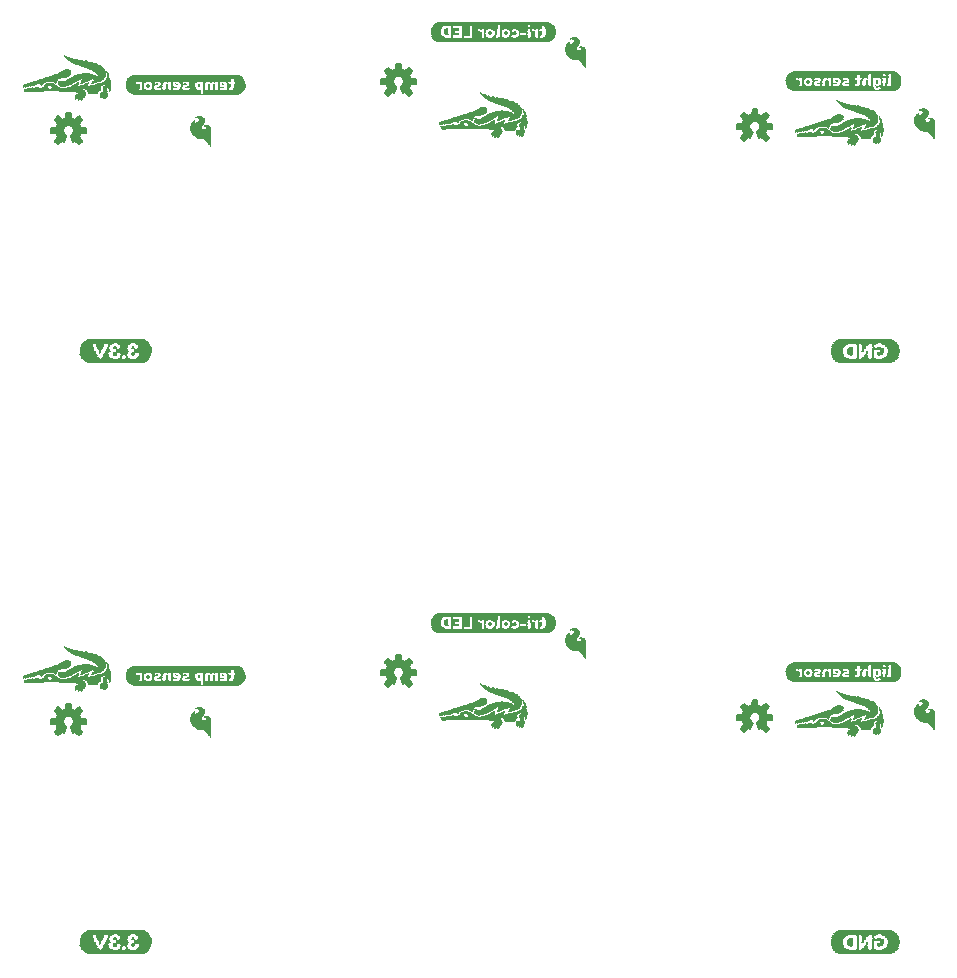
<source format=gbo>
G75*
%MOIN*%
%OFA0B0*%
%FSLAX25Y25*%
%IPPOS*%
%LPD*%
%AMOC8*
5,1,8,0,0,1.08239X$1,22.5*
%
%ADD10R,0.00079X0.00079*%
%ADD11R,0.00118X0.00079*%
%ADD12R,0.00315X0.00118*%
%ADD13R,0.00276X0.00079*%
%ADD14R,0.00709X0.00079*%
%ADD15R,0.01063X0.00118*%
%ADD16R,0.01063X0.00079*%
%ADD17R,0.01181X0.00118*%
%ADD18R,0.00669X0.00079*%
%ADD19R,0.01260X0.00079*%
%ADD20R,0.02047X0.00118*%
%ADD21R,0.02008X0.00079*%
%ADD22R,0.00709X0.00118*%
%ADD23R,0.03189X0.00079*%
%ADD24R,0.00394X0.00079*%
%ADD25R,0.03228X0.00079*%
%ADD26R,0.00866X0.00118*%
%ADD27R,0.03189X0.00118*%
%ADD28R,0.04488X0.00079*%
%ADD29R,0.00512X0.00118*%
%ADD30R,0.04449X0.00118*%
%ADD31R,0.00984X0.00079*%
%ADD32R,0.04449X0.00079*%
%ADD33R,0.05748X0.00118*%
%ADD34R,0.05827X0.00079*%
%ADD35R,0.00591X0.00118*%
%ADD36R,0.05709X0.00118*%
%ADD37R,0.06614X0.00079*%
%ADD38R,0.06496X0.00118*%
%ADD39R,0.06496X0.00079*%
%ADD40R,0.00591X0.00079*%
%ADD41R,0.06417X0.00079*%
%ADD42R,0.07480X0.00118*%
%ADD43R,0.07362X0.00079*%
%ADD44R,0.07205X0.00118*%
%ADD45R,0.06969X0.00079*%
%ADD46R,0.06811X0.00079*%
%ADD47R,0.06929X0.00118*%
%ADD48R,0.07205X0.00079*%
%ADD49R,0.07008X0.00118*%
%ADD50R,0.06575X0.00118*%
%ADD51R,0.06299X0.00118*%
%ADD52R,0.06142X0.00079*%
%ADD53R,0.05906X0.00118*%
%ADD54R,0.05748X0.00079*%
%ADD55R,0.05512X0.00118*%
%ADD56R,0.05433X0.00079*%
%ADD57R,0.05236X0.00118*%
%ADD58R,0.04961X0.00079*%
%ADD59R,0.04764X0.00118*%
%ADD60R,0.04646X0.00079*%
%ADD61R,0.04370X0.00079*%
%ADD62R,0.01535X0.00079*%
%ADD63R,0.04291X0.00118*%
%ADD64R,0.01850X0.00118*%
%ADD65R,0.04094X0.00079*%
%ADD66R,0.02244X0.00079*%
%ADD67R,0.03976X0.00118*%
%ADD68R,0.02402X0.00118*%
%ADD69R,0.03780X0.00079*%
%ADD70R,0.02598X0.00079*%
%ADD71R,0.03701X0.00118*%
%ADD72R,0.02913X0.00118*%
%ADD73R,0.03701X0.00079*%
%ADD74R,0.03031X0.00079*%
%ADD75R,0.00197X0.00118*%
%ADD76R,0.03504X0.00118*%
%ADD77R,0.03307X0.00118*%
%ADD78R,0.03425X0.00079*%
%ADD79R,0.03504X0.00079*%
%ADD80R,0.03583X0.00118*%
%ADD81R,0.00197X0.00079*%
%ADD82R,0.00276X0.00118*%
%ADD83R,0.00866X0.00079*%
%ADD84R,0.04055X0.00079*%
%ADD85R,0.00394X0.00118*%
%ADD86R,0.03110X0.00118*%
%ADD87R,0.02717X0.00118*%
%ADD88R,0.04173X0.00118*%
%ADD89R,0.02992X0.00079*%
%ADD90R,0.02913X0.00079*%
%ADD91R,0.04685X0.00079*%
%ADD92R,0.02835X0.00118*%
%ADD93R,0.04961X0.00118*%
%ADD94R,0.02717X0.00079*%
%ADD95R,0.05551X0.00079*%
%ADD96R,0.05157X0.00079*%
%ADD97R,0.02559X0.00118*%
%ADD98R,0.06102X0.00118*%
%ADD99R,0.05433X0.00118*%
%ADD100R,0.02559X0.00079*%
%ADD101R,0.05630X0.00079*%
%ADD102R,0.02441X0.00118*%
%ADD103R,0.05827X0.00118*%
%ADD104R,0.02441X0.00079*%
%ADD105R,0.07402X0.00079*%
%ADD106R,0.05945X0.00079*%
%ADD107R,0.00669X0.00118*%
%ADD108R,0.07795X0.00118*%
%ADD109R,0.10787X0.00079*%
%ADD110R,0.06102X0.00079*%
%ADD111R,0.00906X0.00118*%
%ADD112R,0.10984X0.00118*%
%ADD113R,0.00906X0.00079*%
%ADD114R,0.11181X0.00079*%
%ADD115R,0.06339X0.00079*%
%ADD116R,0.11181X0.00118*%
%ADD117R,0.11378X0.00079*%
%ADD118R,0.11457X0.00118*%
%ADD119R,0.01181X0.00079*%
%ADD120R,0.11575X0.00079*%
%ADD121R,0.05118X0.00079*%
%ADD122R,0.07402X0.00118*%
%ADD123R,0.04016X0.00118*%
%ADD124R,0.05276X0.00118*%
%ADD125R,0.03307X0.00079*%
%ADD126R,0.03583X0.00079*%
%ADD127R,0.04016X0.00079*%
%ADD128R,0.01378X0.00079*%
%ADD129R,0.03976X0.00079*%
%ADD130R,0.01457X0.00118*%
%ADD131R,0.03228X0.00118*%
%ADD132R,0.03031X0.00118*%
%ADD133R,0.03858X0.00118*%
%ADD134R,0.01457X0.00079*%
%ADD135R,0.03110X0.00079*%
%ADD136R,0.02835X0.00079*%
%ADD137R,0.03858X0.00079*%
%ADD138R,0.01575X0.00118*%
%ADD139R,0.02992X0.00118*%
%ADD140R,0.02520X0.00118*%
%ADD141R,0.03780X0.00118*%
%ADD142R,0.06417X0.00118*%
%ADD143R,0.01654X0.00079*%
%ADD144R,0.02402X0.00079*%
%ADD145R,0.01772X0.00118*%
%ADD146R,0.02126X0.00118*%
%ADD147R,0.03898X0.00118*%
%ADD148R,0.06890X0.00118*%
%ADD149R,0.01929X0.00079*%
%ADD150R,0.02638X0.00079*%
%ADD151R,0.03898X0.00079*%
%ADD152R,0.01654X0.00118*%
%ADD153R,0.00472X0.00118*%
%ADD154R,0.02126X0.00079*%
%ADD155R,0.01575X0.00079*%
%ADD156R,0.02323X0.00118*%
%ADD157R,0.01260X0.00118*%
%ADD158R,0.04646X0.00118*%
%ADD159R,0.02520X0.00079*%
%ADD160R,0.00787X0.00079*%
%ADD161R,0.01299X0.00118*%
%ADD162R,0.00118X0.00118*%
%ADD163R,0.00787X0.00118*%
%ADD164R,0.00079X0.00118*%
%ADD165R,0.05354X0.00118*%
%ADD166R,0.00315X0.00079*%
%ADD167R,0.00551X0.00079*%
%ADD168R,0.04843X0.00079*%
%ADD169R,0.03622X0.00079*%
%ADD170R,0.00748X0.00079*%
%ADD171R,0.05039X0.00079*%
%ADD172R,0.04764X0.00079*%
%ADD173R,0.02047X0.00079*%
%ADD174R,0.05354X0.00079*%
%ADD175R,0.04409X0.00118*%
%ADD176R,0.04567X0.00118*%
%ADD177R,0.02638X0.00118*%
%ADD178R,0.05551X0.00118*%
%ADD179R,0.01535X0.00118*%
%ADD180R,0.01850X0.00079*%
%ADD181R,0.01811X0.00118*%
%ADD182R,0.01732X0.00118*%
%ADD183R,0.04055X0.00118*%
%ADD184R,0.01969X0.00118*%
%ADD185R,0.02244X0.00118*%
%ADD186R,0.02165X0.00079*%
%ADD187R,0.02362X0.00079*%
%ADD188R,0.01772X0.00079*%
%ADD189R,0.00512X0.00079*%
%ADD190R,0.02362X0.00118*%
%ADD191R,0.04094X0.00118*%
%ADD192R,0.02795X0.00118*%
%ADD193R,0.01339X0.00118*%
%ADD194R,0.10039X0.00079*%
%ADD195R,0.10236X0.00118*%
%ADD196R,0.10394X0.00079*%
%ADD197R,0.10709X0.00118*%
%ADD198R,0.11063X0.00079*%
%ADD199R,0.11378X0.00118*%
%ADD200R,0.00157X0.00118*%
%ADD201R,0.12087X0.00079*%
%ADD202R,0.05276X0.00079*%
%ADD203R,0.00472X0.00079*%
%ADD204R,0.05866X0.00079*%
%ADD205R,0.10591X0.00079*%
%ADD206R,0.06220X0.00079*%
%ADD207R,0.10591X0.00118*%
%ADD208R,0.06614X0.00118*%
%ADD209R,0.18583X0.00079*%
%ADD210R,0.01378X0.00118*%
%ADD211R,0.19331X0.00118*%
%ADD212R,0.19528X0.00079*%
%ADD213R,0.04843X0.00118*%
%ADD214R,0.19606X0.00118*%
%ADD215R,0.04567X0.00079*%
%ADD216R,0.19803X0.00079*%
%ADD217R,0.04252X0.00118*%
%ADD218R,0.19921X0.00118*%
%ADD219R,0.04173X0.00079*%
%ADD220R,0.20000X0.00079*%
%ADD221R,0.08583X0.00118*%
%ADD222R,0.01339X0.00079*%
%ADD223R,0.03819X0.00079*%
%ADD224R,0.03386X0.00118*%
%ADD225R,0.02323X0.00079*%
%ADD226R,0.02756X0.00079*%
%ADD227R,0.03386X0.00079*%
%ADD228R,0.03425X0.00118*%
%ADD229R,0.02598X0.00118*%
%ADD230R,0.00157X0.00079*%
%ADD231C,0.00300*%
%ADD232C,0.00591*%
%ADD233R,0.33858X0.00157*%
%ADD234R,0.34803X0.00157*%
%ADD235R,0.35433X0.00157*%
%ADD236R,0.36063X0.00157*%
%ADD237R,0.02520X0.00157*%
%ADD238R,0.01260X0.00157*%
%ADD239R,0.04252X0.00157*%
%ADD240R,0.26614X0.00157*%
%ADD241R,0.01102X0.00157*%
%ADD242R,0.03937X0.00157*%
%ADD243R,0.02677X0.00157*%
%ADD244R,0.00945X0.00157*%
%ADD245R,0.03780X0.00157*%
%ADD246R,0.26772X0.00157*%
%ADD247R,0.02835X0.00157*%
%ADD248R,0.23150X0.00157*%
%ADD249R,0.02992X0.00157*%
%ADD250R,0.23307X0.00157*%
%ADD251R,0.03150X0.00157*%
%ADD252R,0.05669X0.00157*%
%ADD253R,0.23465X0.00157*%
%ADD254R,0.03307X0.00157*%
%ADD255R,0.23622X0.00157*%
%ADD256R,0.01417X0.00157*%
%ADD257R,0.00472X0.00157*%
%ADD258R,0.00630X0.00157*%
%ADD259R,0.00315X0.00157*%
%ADD260R,0.02362X0.00157*%
%ADD261R,0.01732X0.00157*%
%ADD262R,0.01890X0.00157*%
%ADD263R,0.00157X0.00157*%
%ADD264R,0.02047X0.00157*%
%ADD265R,0.00787X0.00157*%
%ADD266R,0.03465X0.00157*%
%ADD267R,0.04409X0.00157*%
%ADD268R,0.04567X0.00157*%
%ADD269R,0.02205X0.00157*%
%ADD270R,0.01575X0.00157*%
%ADD271R,0.08031X0.00157*%
%ADD272R,0.28661X0.00157*%
%ADD273R,0.06457X0.00157*%
%ADD274R,0.28504X0.00157*%
%ADD275R,0.06142X0.00157*%
%ADD276R,0.28346X0.00157*%
%ADD277R,0.05984X0.00157*%
%ADD278R,0.05827X0.00157*%
%ADD279R,0.28189X0.00157*%
%ADD280R,0.28031X0.00157*%
%ADD281R,0.35118X0.00157*%
%ADD282R,0.36693X0.00157*%
%ADD283R,0.37323X0.00157*%
%ADD284R,0.37638X0.00157*%
%ADD285R,0.37953X0.00157*%
%ADD286R,0.38268X0.00157*%
%ADD287R,0.34488X0.00157*%
%ADD288R,0.34646X0.00157*%
%ADD289R,0.03622X0.00157*%
%ADD290R,0.34961X0.00157*%
%ADD291R,0.04094X0.00157*%
%ADD292R,0.13543X0.00157*%
%ADD293R,0.24409X0.00157*%
%ADD294R,0.13386X0.00157*%
%ADD295R,0.24252X0.00157*%
%ADD296R,0.13228X0.00157*%
%ADD297R,0.24094X0.00157*%
%ADD298R,0.13071X0.00157*%
%ADD299R,0.23937X0.00157*%
%ADD300R,0.12913X0.00157*%
%ADD301R,0.23780X0.00157*%
%ADD302R,0.12756X0.00157*%
%ADD303R,0.12441X0.00157*%
%ADD304R,0.12126X0.00157*%
%ADD305R,0.37008X0.00157*%
%ADD306R,0.38583X0.00157*%
%ADD307R,0.39213X0.00157*%
%ADD308R,0.07559X0.00157*%
%ADD309R,0.09606X0.00157*%
%ADD310R,0.21102X0.00157*%
%ADD311R,0.09291X0.00157*%
%ADD312R,0.21260X0.00157*%
%ADD313R,0.07717X0.00157*%
%ADD314R,0.08346X0.00157*%
%ADD315R,0.14016X0.00157*%
%ADD316R,0.40787X0.00157*%
%ADD317R,0.40472X0.00157*%
%ADD318R,0.40157X0.00157*%
%ADD319R,0.39843X0.00157*%
%ADD320R,0.39528X0.00157*%
%ADD321R,0.18307X0.00197*%
%ADD322R,0.19094X0.00197*%
%ADD323R,0.19882X0.00197*%
%ADD324R,0.20669X0.00197*%
%ADD325R,0.21063X0.00197*%
%ADD326R,0.21457X0.00197*%
%ADD327R,0.21850X0.00197*%
%ADD328R,0.04921X0.00197*%
%ADD329R,0.10433X0.00197*%
%ADD330R,0.04528X0.00197*%
%ADD331R,0.04134X0.00197*%
%ADD332R,0.01378X0.00197*%
%ADD333R,0.02953X0.00197*%
%ADD334R,0.03740X0.00197*%
%ADD335R,0.04331X0.00197*%
%ADD336R,0.03346X0.00197*%
%ADD337R,0.00984X0.00197*%
%ADD338R,0.03543X0.00197*%
%ADD339R,0.00787X0.00197*%
%ADD340R,0.02559X0.00197*%
%ADD341R,0.02756X0.00197*%
%ADD342R,0.00591X0.00197*%
%ADD343R,0.02362X0.00197*%
%ADD344R,0.00394X0.00197*%
%ADD345R,0.02165X0.00197*%
%ADD346R,0.01181X0.00197*%
%ADD347R,0.01969X0.00197*%
%ADD348R,0.01772X0.00197*%
%ADD349R,0.01575X0.00197*%
%ADD350R,0.04724X0.00197*%
%ADD351R,0.05709X0.00197*%
%ADD352R,0.03937X0.00197*%
%ADD353R,0.05118X0.00197*%
%ADD354R,0.05709X0.00236*%
%ADD355R,0.03937X0.00236*%
%ADD356R,0.01575X0.00236*%
%ADD357R,0.00591X0.00236*%
%ADD358R,0.05315X0.00236*%
%ADD359R,0.06496X0.00197*%
%ADD360R,0.00197X0.00197*%
%ADD361R,0.05315X0.00197*%
%ADD362R,0.05512X0.00197*%
%ADD363R,0.04134X0.00236*%
%ADD364R,0.00984X0.00236*%
%ADD365R,0.00787X0.00236*%
%ADD366R,0.01181X0.00236*%
%ADD367R,0.01772X0.00236*%
%ADD368R,0.05512X0.00236*%
%ADD369R,0.04331X0.00236*%
%ADD370R,0.03150X0.00236*%
%ADD371R,0.20669X0.00236*%
%ADD372R,0.19094X0.00157*%
%ADD373R,0.17126X0.00197*%
%ADD374R,0.20276X0.00197*%
%ADD375R,0.14961X0.00197*%
%ADD376R,0.00394X0.00236*%
%ADD377R,0.01969X0.00236*%
%ADD378R,0.04921X0.00236*%
%ADD379R,0.02165X0.00236*%
%ADD380R,0.19882X0.00236*%
%ADD381R,0.18307X0.00157*%
D10*
X0070850Y0130270D03*
X0072898Y0129876D03*
X0072504Y0135506D03*
X0079197Y0130663D03*
X0082031Y0132986D03*
X0081244Y0139207D03*
X0066953Y0144837D03*
X0205703Y0132337D03*
X0211254Y0123006D03*
X0209600Y0117770D03*
X0211648Y0117376D03*
X0217947Y0118163D03*
X0220781Y0120486D03*
X0219994Y0126707D03*
X0324453Y0129837D03*
X0330004Y0120506D03*
X0328350Y0115270D03*
X0330398Y0114876D03*
X0336697Y0115663D03*
X0339531Y0117986D03*
X0338744Y0124207D03*
X0330398Y0311876D03*
X0328350Y0312270D03*
X0330004Y0317506D03*
X0336697Y0312663D03*
X0339531Y0314986D03*
X0338744Y0321207D03*
X0324453Y0326837D03*
X0220781Y0317486D03*
X0217947Y0315163D03*
X0211648Y0314376D03*
X0209600Y0314770D03*
X0211254Y0320006D03*
X0219994Y0323707D03*
X0205703Y0329337D03*
X0082031Y0329986D03*
X0079197Y0327663D03*
X0072898Y0326876D03*
X0070850Y0327270D03*
X0072504Y0332506D03*
X0081244Y0336207D03*
X0066953Y0341837D03*
D11*
X0067051Y0341758D03*
X0056461Y0331049D03*
X0081146Y0336404D03*
X0195211Y0318549D03*
X0205801Y0329258D03*
X0219896Y0323904D03*
X0313961Y0316049D03*
X0324551Y0326758D03*
X0338646Y0321404D03*
X0205801Y0132258D03*
X0195211Y0121549D03*
X0219896Y0126904D03*
X0313961Y0119049D03*
X0324551Y0129758D03*
X0338646Y0124404D03*
X0081146Y0139404D03*
X0067051Y0144758D03*
X0056461Y0134049D03*
D12*
X0067150Y0144659D03*
X0067346Y0144463D03*
X0069591Y0143872D03*
X0070850Y0130368D03*
X0205900Y0132159D03*
X0206096Y0131963D03*
X0208341Y0131372D03*
X0209600Y0117868D03*
X0324650Y0129659D03*
X0324846Y0129463D03*
X0327091Y0128872D03*
X0328350Y0115368D03*
X0328350Y0312368D03*
X0327091Y0325872D03*
X0324846Y0326463D03*
X0324650Y0326659D03*
X0209600Y0314868D03*
X0208341Y0328372D03*
X0206096Y0328963D03*
X0205900Y0329159D03*
X0070850Y0327368D03*
X0069591Y0340872D03*
X0067346Y0341463D03*
X0067150Y0341659D03*
D13*
X0067248Y0341561D03*
X0070949Y0340577D03*
X0076185Y0332506D03*
X0079217Y0327742D03*
X0081343Y0335813D03*
X0056854Y0331640D03*
X0054020Y0331246D03*
X0192770Y0318746D03*
X0195604Y0319140D03*
X0205998Y0329061D03*
X0209699Y0328077D03*
X0214935Y0320006D03*
X0217967Y0315242D03*
X0220093Y0323313D03*
X0311520Y0316246D03*
X0314354Y0316640D03*
X0324748Y0326561D03*
X0328449Y0325577D03*
X0333685Y0317506D03*
X0336717Y0312742D03*
X0338843Y0320813D03*
X0324748Y0129561D03*
X0328449Y0128577D03*
X0333685Y0120506D03*
X0336717Y0115742D03*
X0338843Y0123813D03*
X0314354Y0119640D03*
X0311520Y0119246D03*
X0220093Y0126313D03*
X0214935Y0123006D03*
X0217967Y0118242D03*
X0209699Y0131077D03*
X0205998Y0132061D03*
X0195604Y0122140D03*
X0192770Y0121746D03*
X0081343Y0138813D03*
X0076185Y0135506D03*
X0079217Y0130742D03*
X0070949Y0143577D03*
X0067248Y0144561D03*
X0056854Y0134640D03*
X0054020Y0134246D03*
D14*
X0067543Y0144364D03*
X0206293Y0131864D03*
X0325043Y0129364D03*
X0325043Y0326364D03*
X0206293Y0328864D03*
X0067543Y0341364D03*
D15*
X0067839Y0341266D03*
X0068035Y0341069D03*
X0081539Y0334258D03*
X0206589Y0328766D03*
X0206785Y0328569D03*
X0220289Y0321758D03*
X0325339Y0326266D03*
X0325535Y0326069D03*
X0339039Y0319258D03*
X0325339Y0129266D03*
X0325535Y0129069D03*
X0339039Y0122258D03*
X0220289Y0124758D03*
X0206785Y0131569D03*
X0206589Y0131766D03*
X0081539Y0137258D03*
X0068035Y0144069D03*
X0067839Y0144266D03*
D16*
X0067917Y0144167D03*
X0068114Y0143970D03*
X0071028Y0135230D03*
X0073075Y0135900D03*
X0054531Y0132789D03*
X0193281Y0120289D03*
X0209778Y0122730D03*
X0211825Y0123400D03*
X0206864Y0131470D03*
X0206667Y0131667D03*
X0312031Y0117789D03*
X0328528Y0120230D03*
X0330575Y0120900D03*
X0325614Y0128970D03*
X0325417Y0129167D03*
X0312031Y0314789D03*
X0328528Y0317230D03*
X0330575Y0317900D03*
X0325614Y0325970D03*
X0325417Y0326167D03*
X0211825Y0320400D03*
X0209778Y0319730D03*
X0206864Y0328470D03*
X0206667Y0328667D03*
X0193281Y0317289D03*
X0073075Y0332900D03*
X0071028Y0332230D03*
X0068114Y0340970D03*
X0067917Y0341167D03*
X0054531Y0329789D03*
D17*
X0053685Y0331344D03*
X0063803Y0332998D03*
X0068173Y0340872D03*
X0074394Y0332329D03*
X0081480Y0334061D03*
X0192435Y0318844D03*
X0202553Y0320498D03*
X0206923Y0328372D03*
X0213144Y0319829D03*
X0220230Y0321561D03*
X0311185Y0316344D03*
X0321303Y0317998D03*
X0325673Y0325872D03*
X0331894Y0317329D03*
X0338980Y0319061D03*
X0325673Y0128872D03*
X0321303Y0120998D03*
X0311185Y0119344D03*
X0331894Y0120329D03*
X0338980Y0122061D03*
X0220230Y0124561D03*
X0213144Y0122829D03*
X0206923Y0131372D03*
X0202553Y0123498D03*
X0192435Y0121844D03*
X0081480Y0137061D03*
X0074394Y0135329D03*
X0068173Y0143872D03*
X0063803Y0135998D03*
X0053685Y0134344D03*
D18*
X0066382Y0134443D03*
X0069492Y0143774D03*
X0081539Y0137947D03*
X0081539Y0137750D03*
X0081933Y0133852D03*
X0081933Y0133774D03*
X0205132Y0121943D03*
X0208242Y0131274D03*
X0220289Y0125447D03*
X0220289Y0125250D03*
X0220683Y0121352D03*
X0220683Y0121274D03*
X0323882Y0119443D03*
X0326992Y0128774D03*
X0339039Y0122947D03*
X0339039Y0122750D03*
X0339433Y0118852D03*
X0339433Y0118774D03*
X0339433Y0315774D03*
X0339433Y0315852D03*
X0339039Y0319750D03*
X0339039Y0319947D03*
X0326992Y0325774D03*
X0323882Y0316443D03*
X0220683Y0318274D03*
X0220683Y0318352D03*
X0220289Y0322250D03*
X0220289Y0322447D03*
X0208242Y0328274D03*
X0205132Y0318943D03*
X0081933Y0330774D03*
X0081933Y0330852D03*
X0081539Y0334750D03*
X0081539Y0334947D03*
X0069492Y0340774D03*
X0066382Y0331443D03*
D19*
X0065614Y0333096D03*
X0068331Y0340774D03*
X0074236Y0332230D03*
X0080575Y0329986D03*
X0081441Y0333963D03*
X0053724Y0331443D03*
X0192474Y0318943D03*
X0204364Y0320596D03*
X0207081Y0328274D03*
X0212986Y0319730D03*
X0219325Y0317486D03*
X0220191Y0321463D03*
X0311224Y0316443D03*
X0323114Y0318096D03*
X0325831Y0325774D03*
X0331736Y0317230D03*
X0338075Y0314986D03*
X0338941Y0318963D03*
X0325831Y0128774D03*
X0323114Y0121096D03*
X0331736Y0120230D03*
X0338075Y0117986D03*
X0338941Y0121963D03*
X0311224Y0119443D03*
X0220191Y0124463D03*
X0219325Y0120486D03*
X0212986Y0122730D03*
X0207081Y0131274D03*
X0204364Y0123596D03*
X0192474Y0121943D03*
X0081441Y0136963D03*
X0080575Y0132986D03*
X0074236Y0135230D03*
X0065614Y0136096D03*
X0068331Y0143774D03*
X0053724Y0134443D03*
D20*
X0054118Y0134541D03*
X0063764Y0134344D03*
X0069000Y0143478D03*
X0068803Y0143675D03*
X0081244Y0136195D03*
X0192868Y0122041D03*
X0202514Y0121844D03*
X0207750Y0130978D03*
X0207553Y0131175D03*
X0219994Y0123695D03*
X0311618Y0119541D03*
X0321264Y0119344D03*
X0326500Y0128478D03*
X0326303Y0128675D03*
X0338744Y0121195D03*
X0321264Y0316344D03*
X0311618Y0316541D03*
X0326303Y0325675D03*
X0326500Y0325478D03*
X0338744Y0318195D03*
X0219994Y0320695D03*
X0207750Y0327978D03*
X0207553Y0328175D03*
X0202514Y0318844D03*
X0192868Y0319041D03*
X0081244Y0333195D03*
X0069000Y0340478D03*
X0068803Y0340675D03*
X0063764Y0331344D03*
X0054118Y0331541D03*
D21*
X0068902Y0340577D03*
X0073665Y0331837D03*
X0207652Y0328077D03*
X0212415Y0319337D03*
X0326402Y0325577D03*
X0331165Y0316837D03*
X0326402Y0128577D03*
X0331165Y0119837D03*
X0212415Y0122337D03*
X0207652Y0131077D03*
X0073665Y0134837D03*
X0068902Y0143577D03*
D22*
X0070850Y0143478D03*
X0209600Y0130978D03*
X0328350Y0128478D03*
X0328350Y0325478D03*
X0209600Y0327978D03*
X0070850Y0340478D03*
D23*
X0069689Y0340380D03*
X0066657Y0331837D03*
X0072406Y0328726D03*
X0079020Y0335813D03*
X0205407Y0319337D03*
X0211156Y0316226D03*
X0217770Y0323313D03*
X0208439Y0327880D03*
X0324157Y0316837D03*
X0329906Y0313726D03*
X0336520Y0320813D03*
X0327189Y0325380D03*
X0327189Y0128380D03*
X0324157Y0119837D03*
X0329906Y0116726D03*
X0336520Y0123813D03*
X0217770Y0126313D03*
X0211156Y0119226D03*
X0205407Y0122337D03*
X0208439Y0130880D03*
X0079020Y0138813D03*
X0072406Y0131726D03*
X0066657Y0134837D03*
X0069689Y0143380D03*
D24*
X0072465Y0143301D03*
X0081402Y0138616D03*
X0081480Y0138537D03*
X0081480Y0138341D03*
X0081992Y0133380D03*
X0071756Y0130073D03*
X0064079Y0135703D03*
X0059315Y0135033D03*
X0198065Y0122533D03*
X0202829Y0123203D03*
X0210506Y0117573D03*
X0220742Y0120880D03*
X0220230Y0125841D03*
X0220230Y0126037D03*
X0220152Y0126116D03*
X0211215Y0130801D03*
X0316815Y0120033D03*
X0321579Y0120703D03*
X0329256Y0115073D03*
X0338980Y0123341D03*
X0338980Y0123537D03*
X0338902Y0123616D03*
X0339492Y0118380D03*
X0329965Y0128301D03*
X0329256Y0312073D03*
X0321579Y0317703D03*
X0316815Y0317033D03*
X0329965Y0325301D03*
X0338902Y0320616D03*
X0338980Y0320537D03*
X0338980Y0320341D03*
X0339492Y0315380D03*
X0220742Y0317880D03*
X0220230Y0322841D03*
X0220230Y0323037D03*
X0220152Y0323116D03*
X0211215Y0327801D03*
X0202829Y0320203D03*
X0198065Y0319533D03*
X0210506Y0314573D03*
X0081992Y0330380D03*
X0081480Y0335341D03*
X0081480Y0335537D03*
X0081402Y0335616D03*
X0072465Y0340301D03*
X0064079Y0332703D03*
X0059315Y0332033D03*
X0071756Y0327073D03*
D25*
X0078331Y0333884D03*
X0078921Y0336010D03*
X0069866Y0340301D03*
X0208616Y0327801D03*
X0217671Y0323510D03*
X0217081Y0321384D03*
X0327366Y0325301D03*
X0336421Y0321010D03*
X0335831Y0318884D03*
X0327366Y0128301D03*
X0336421Y0124010D03*
X0335831Y0121884D03*
X0217671Y0126510D03*
X0217081Y0124384D03*
X0208616Y0130801D03*
X0078921Y0139010D03*
X0078331Y0136884D03*
X0069866Y0143301D03*
D26*
X0072307Y0143203D03*
X0071126Y0135329D03*
X0209876Y0122829D03*
X0211057Y0130703D03*
X0328626Y0120329D03*
X0329807Y0128203D03*
X0328626Y0317329D03*
X0329807Y0325203D03*
X0211057Y0327703D03*
X0209876Y0319829D03*
X0072307Y0340203D03*
X0071126Y0332329D03*
D27*
X0072012Y0328037D03*
X0080673Y0332604D03*
X0079020Y0335911D03*
X0069965Y0340203D03*
X0208715Y0327703D03*
X0217770Y0323411D03*
X0219423Y0320104D03*
X0210762Y0315537D03*
X0327465Y0325203D03*
X0336520Y0320911D03*
X0338173Y0317604D03*
X0329512Y0313037D03*
X0327465Y0128203D03*
X0336520Y0123911D03*
X0338173Y0120604D03*
X0329512Y0116037D03*
X0219423Y0123104D03*
X0217770Y0126411D03*
X0208715Y0130703D03*
X0210762Y0118537D03*
X0080673Y0135604D03*
X0079020Y0138911D03*
X0069965Y0143203D03*
X0072012Y0131037D03*
D28*
X0070693Y0143104D03*
X0209443Y0130604D03*
X0328193Y0128104D03*
X0328193Y0325104D03*
X0209443Y0327604D03*
X0070693Y0340104D03*
D29*
X0074059Y0340006D03*
X0081933Y0330478D03*
X0212809Y0327506D03*
X0220683Y0317978D03*
X0331559Y0325006D03*
X0339433Y0315478D03*
X0331559Y0128006D03*
X0339433Y0118478D03*
X0220683Y0120978D03*
X0212809Y0130506D03*
X0081933Y0133478D03*
X0074059Y0143006D03*
D30*
X0070791Y0143006D03*
X0209541Y0130506D03*
X0328291Y0128006D03*
X0328291Y0325006D03*
X0209541Y0327506D03*
X0070791Y0340006D03*
D31*
X0074020Y0339907D03*
X0081500Y0334356D03*
X0076618Y0332703D03*
X0067681Y0337073D03*
X0206431Y0324573D03*
X0212770Y0327407D03*
X0215368Y0320203D03*
X0220250Y0321856D03*
X0325181Y0322073D03*
X0331520Y0324907D03*
X0339000Y0319356D03*
X0334118Y0317703D03*
X0331520Y0127907D03*
X0325181Y0125073D03*
X0334118Y0120703D03*
X0339000Y0122356D03*
X0220250Y0124856D03*
X0215368Y0123203D03*
X0212770Y0130407D03*
X0206431Y0127573D03*
X0081500Y0137356D03*
X0076618Y0135703D03*
X0074020Y0142907D03*
X0067681Y0140073D03*
D32*
X0070988Y0142907D03*
X0209738Y0130407D03*
X0328488Y0127907D03*
X0328488Y0324907D03*
X0209738Y0327407D03*
X0070988Y0339907D03*
D33*
X0071717Y0339809D03*
X0210467Y0327309D03*
X0329217Y0324809D03*
X0329217Y0127809D03*
X0210467Y0130309D03*
X0071717Y0142809D03*
D34*
X0071874Y0142711D03*
X0210624Y0130211D03*
X0329374Y0127711D03*
X0329374Y0324711D03*
X0210624Y0327211D03*
X0071874Y0339711D03*
D35*
X0075555Y0339612D03*
X0081500Y0335242D03*
X0081500Y0335045D03*
X0081972Y0330675D03*
X0071776Y0327171D03*
X0063980Y0332801D03*
X0059217Y0332132D03*
X0056815Y0331738D03*
X0195565Y0319238D03*
X0197967Y0319632D03*
X0202730Y0320301D03*
X0210526Y0314671D03*
X0220722Y0318175D03*
X0220250Y0322545D03*
X0220250Y0322742D03*
X0214305Y0327112D03*
X0314315Y0316738D03*
X0316717Y0317132D03*
X0321480Y0317801D03*
X0329276Y0312171D03*
X0339000Y0320045D03*
X0339000Y0320242D03*
X0339472Y0315675D03*
X0333055Y0324612D03*
X0333055Y0127612D03*
X0339000Y0123242D03*
X0339000Y0123045D03*
X0339472Y0118675D03*
X0329276Y0115171D03*
X0321480Y0120801D03*
X0316717Y0120132D03*
X0314315Y0119738D03*
X0220722Y0121175D03*
X0220250Y0125545D03*
X0220250Y0125742D03*
X0214305Y0130112D03*
X0210526Y0117671D03*
X0202730Y0123301D03*
X0197967Y0122632D03*
X0195565Y0122238D03*
X0081972Y0133675D03*
X0081500Y0138045D03*
X0081500Y0138242D03*
X0075555Y0142612D03*
X0063980Y0135801D03*
X0059217Y0135132D03*
X0056815Y0134738D03*
X0071776Y0130171D03*
D36*
X0072012Y0142612D03*
X0210762Y0130112D03*
X0329512Y0127612D03*
X0329512Y0324612D03*
X0210762Y0327112D03*
X0072012Y0339612D03*
D37*
X0072661Y0339514D03*
X0061165Y0333490D03*
X0199915Y0320990D03*
X0211411Y0327014D03*
X0318665Y0318490D03*
X0330161Y0324514D03*
X0330161Y0127514D03*
X0318665Y0121490D03*
X0211411Y0130014D03*
X0199915Y0123990D03*
X0072661Y0142514D03*
X0061165Y0136490D03*
D38*
X0072799Y0142415D03*
X0073075Y0142219D03*
X0211549Y0129915D03*
X0211825Y0129719D03*
X0330299Y0127415D03*
X0330575Y0127219D03*
X0330575Y0324219D03*
X0330299Y0324415D03*
X0211825Y0326719D03*
X0211549Y0326915D03*
X0073075Y0339219D03*
X0072799Y0339415D03*
D39*
X0072996Y0339317D03*
X0073862Y0335144D03*
X0211746Y0326817D03*
X0212612Y0322644D03*
X0330496Y0324317D03*
X0331362Y0320144D03*
X0330496Y0127317D03*
X0331362Y0123144D03*
X0212612Y0125644D03*
X0211746Y0129817D03*
X0073862Y0138144D03*
X0072996Y0142317D03*
D40*
X0077327Y0142120D03*
X0081500Y0138144D03*
X0081972Y0133577D03*
X0071382Y0135506D03*
X0210132Y0123006D03*
X0216077Y0129620D03*
X0220250Y0125644D03*
X0220722Y0121077D03*
X0328882Y0120506D03*
X0334827Y0127120D03*
X0339000Y0123144D03*
X0339472Y0118577D03*
X0339472Y0315577D03*
X0339000Y0320144D03*
X0334827Y0324120D03*
X0328882Y0317506D03*
X0220722Y0318077D03*
X0220250Y0322644D03*
X0216077Y0326620D03*
X0210132Y0320006D03*
X0081972Y0330577D03*
X0081500Y0335144D03*
X0077327Y0339120D03*
X0071382Y0332506D03*
D41*
X0073232Y0339120D03*
X0076146Y0338057D03*
X0211982Y0326620D03*
X0214896Y0325557D03*
X0330732Y0324120D03*
X0333646Y0323057D03*
X0214896Y0128557D03*
X0211982Y0129620D03*
X0330732Y0127120D03*
X0333646Y0126057D03*
X0076146Y0141057D03*
X0073232Y0142120D03*
D42*
X0073961Y0142022D03*
X0212711Y0129522D03*
X0331461Y0127022D03*
X0331461Y0324022D03*
X0212711Y0326522D03*
X0073961Y0339022D03*
D43*
X0074098Y0338923D03*
X0212848Y0326423D03*
X0331598Y0323923D03*
X0212848Y0129423D03*
X0331598Y0126923D03*
X0074098Y0141923D03*
D44*
X0074295Y0141825D03*
X0213045Y0129325D03*
X0331795Y0126825D03*
X0331795Y0323825D03*
X0213045Y0326325D03*
X0074295Y0338825D03*
D45*
X0074492Y0338726D03*
X0213242Y0326226D03*
X0331992Y0323726D03*
X0213242Y0129226D03*
X0331992Y0126726D03*
X0074492Y0141726D03*
D46*
X0074689Y0141648D03*
X0075752Y0141254D03*
X0213439Y0129148D03*
X0214502Y0128754D03*
X0332189Y0126648D03*
X0333252Y0126254D03*
X0333252Y0323254D03*
X0332189Y0323648D03*
X0214502Y0325754D03*
X0213439Y0326148D03*
X0075752Y0338254D03*
X0074689Y0338648D03*
D47*
X0075024Y0338549D03*
X0213774Y0326049D03*
X0332524Y0323549D03*
X0213774Y0129049D03*
X0332524Y0126549D03*
X0075024Y0141549D03*
D48*
X0075358Y0141451D03*
X0060870Y0136293D03*
X0199620Y0123793D03*
X0214108Y0128951D03*
X0318370Y0121293D03*
X0332858Y0126451D03*
X0318370Y0318293D03*
X0332858Y0323451D03*
X0214108Y0325951D03*
X0199620Y0320793D03*
X0075358Y0338451D03*
X0060870Y0333293D03*
D49*
X0073803Y0335045D03*
X0075575Y0338352D03*
X0212553Y0322545D03*
X0214325Y0325852D03*
X0331303Y0320045D03*
X0333075Y0323352D03*
X0214325Y0128852D03*
X0212553Y0125545D03*
X0331303Y0123045D03*
X0333075Y0126352D03*
X0075575Y0141352D03*
X0073803Y0138045D03*
D50*
X0075949Y0141156D03*
X0214699Y0128656D03*
X0333449Y0126156D03*
X0333449Y0323156D03*
X0214699Y0325656D03*
X0075949Y0338156D03*
D51*
X0076283Y0337959D03*
X0064630Y0334652D03*
X0203380Y0322152D03*
X0215033Y0325459D03*
X0322130Y0319652D03*
X0333783Y0322959D03*
X0215033Y0128459D03*
X0203380Y0125152D03*
X0322130Y0122652D03*
X0333783Y0125959D03*
X0076283Y0140959D03*
X0064630Y0137652D03*
D52*
X0061520Y0136687D03*
X0076480Y0140860D03*
X0200270Y0124187D03*
X0215230Y0128360D03*
X0319020Y0121687D03*
X0333980Y0125860D03*
X0319020Y0318687D03*
X0333980Y0322860D03*
X0215230Y0325360D03*
X0200270Y0321187D03*
X0076480Y0337860D03*
X0061520Y0333687D03*
D53*
X0061717Y0333785D03*
X0076677Y0337762D03*
X0200467Y0321285D03*
X0215427Y0325262D03*
X0319217Y0318785D03*
X0334177Y0322762D03*
X0215427Y0128262D03*
X0200467Y0124285D03*
X0319217Y0121785D03*
X0334177Y0125762D03*
X0076677Y0140762D03*
X0061717Y0136785D03*
D54*
X0061913Y0136884D03*
X0076874Y0140663D03*
X0200663Y0124384D03*
X0215624Y0128163D03*
X0319413Y0121884D03*
X0334374Y0125663D03*
X0319413Y0318884D03*
X0334374Y0322663D03*
X0215624Y0325163D03*
X0200663Y0321384D03*
X0076874Y0337663D03*
X0061913Y0333884D03*
D55*
X0067740Y0332998D03*
X0077071Y0337565D03*
X0206490Y0320498D03*
X0215821Y0325065D03*
X0325240Y0317998D03*
X0334571Y0322565D03*
X0215821Y0128065D03*
X0206490Y0123498D03*
X0325240Y0120998D03*
X0334571Y0125565D03*
X0077071Y0140565D03*
X0067740Y0135998D03*
D56*
X0067701Y0135900D03*
X0062150Y0136963D03*
X0077228Y0140467D03*
X0200900Y0124463D03*
X0206451Y0123400D03*
X0215978Y0127967D03*
X0319650Y0121963D03*
X0325201Y0120900D03*
X0334728Y0125467D03*
X0325201Y0317900D03*
X0319650Y0318963D03*
X0334728Y0322467D03*
X0215978Y0324967D03*
X0206451Y0320400D03*
X0200900Y0321463D03*
X0077228Y0337467D03*
X0067701Y0332900D03*
X0062150Y0333963D03*
D57*
X0077406Y0337368D03*
X0216156Y0324868D03*
X0334906Y0322368D03*
X0216156Y0127868D03*
X0334906Y0125368D03*
X0077406Y0140368D03*
D58*
X0077543Y0140270D03*
X0076677Y0133380D03*
X0215427Y0120880D03*
X0216293Y0127770D03*
X0334177Y0118380D03*
X0335043Y0125270D03*
X0334177Y0315380D03*
X0335043Y0322270D03*
X0216293Y0324770D03*
X0215427Y0317880D03*
X0077543Y0337270D03*
X0076677Y0330380D03*
D59*
X0077760Y0337171D03*
X0058114Y0332801D03*
X0196864Y0320301D03*
X0216510Y0324671D03*
X0315614Y0317801D03*
X0335260Y0322171D03*
X0216510Y0127671D03*
X0196864Y0123301D03*
X0315614Y0120801D03*
X0335260Y0125171D03*
X0077760Y0140171D03*
X0058114Y0135801D03*
D60*
X0077898Y0140073D03*
X0216648Y0127573D03*
X0335398Y0125073D03*
X0335398Y0322073D03*
X0216648Y0324573D03*
X0077898Y0337073D03*
D61*
X0078035Y0336994D03*
X0073941Y0335537D03*
X0068508Y0333096D03*
X0066972Y0332230D03*
X0066776Y0335616D03*
X0205526Y0323116D03*
X0207258Y0320596D03*
X0205722Y0319730D03*
X0212691Y0323037D03*
X0216785Y0324494D03*
X0324276Y0320616D03*
X0326008Y0318096D03*
X0324472Y0317230D03*
X0331441Y0320537D03*
X0335535Y0321994D03*
X0216785Y0127494D03*
X0212691Y0126037D03*
X0207258Y0123596D03*
X0205722Y0122730D03*
X0205526Y0126116D03*
X0324276Y0123616D03*
X0326008Y0121096D03*
X0324472Y0120230D03*
X0331441Y0123537D03*
X0335535Y0124994D03*
X0078035Y0139994D03*
X0073941Y0138537D03*
X0068508Y0136096D03*
X0066972Y0135230D03*
X0066776Y0138616D03*
D62*
X0067681Y0139994D03*
X0077012Y0135900D03*
X0072248Y0130270D03*
X0206431Y0127494D03*
X0215762Y0123400D03*
X0210998Y0117770D03*
X0325181Y0124994D03*
X0334512Y0120900D03*
X0329748Y0115270D03*
X0329748Y0312270D03*
X0334512Y0317900D03*
X0325181Y0321994D03*
X0215762Y0320400D03*
X0210998Y0314770D03*
X0206431Y0324494D03*
X0077012Y0332900D03*
X0072248Y0327270D03*
X0067681Y0336994D03*
D63*
X0078193Y0336896D03*
X0216943Y0324396D03*
X0335693Y0321896D03*
X0216943Y0127396D03*
X0335693Y0124896D03*
X0078193Y0139896D03*
D64*
X0077248Y0135998D03*
X0081461Y0135132D03*
X0070555Y0134738D03*
X0067642Y0139896D03*
X0063547Y0134541D03*
X0063075Y0134935D03*
X0201825Y0122435D03*
X0202297Y0122041D03*
X0209305Y0122238D03*
X0215998Y0123498D03*
X0220211Y0122632D03*
X0206392Y0127396D03*
X0320575Y0119935D03*
X0321047Y0119541D03*
X0325142Y0124896D03*
X0328055Y0119738D03*
X0334748Y0120998D03*
X0338961Y0120132D03*
X0328055Y0316738D03*
X0325142Y0321896D03*
X0321047Y0316541D03*
X0320575Y0316935D03*
X0334748Y0317998D03*
X0338961Y0317132D03*
X0220211Y0319632D03*
X0215998Y0320498D03*
X0209305Y0319238D03*
X0206392Y0324396D03*
X0202297Y0319041D03*
X0201825Y0319435D03*
X0081461Y0332132D03*
X0077248Y0332998D03*
X0070555Y0331738D03*
X0067642Y0336896D03*
X0063547Y0331541D03*
X0063075Y0331935D03*
D65*
X0055142Y0331837D03*
X0078291Y0336797D03*
X0193892Y0319337D03*
X0217041Y0324297D03*
X0312642Y0316837D03*
X0335791Y0321797D03*
X0217041Y0127297D03*
X0193892Y0122337D03*
X0078291Y0139797D03*
X0055142Y0134837D03*
X0312642Y0119837D03*
X0335791Y0124797D03*
D66*
X0334945Y0121096D03*
X0325142Y0124797D03*
X0311638Y0119640D03*
X0216195Y0123596D03*
X0206392Y0127297D03*
X0192888Y0122140D03*
X0077445Y0136096D03*
X0067642Y0139797D03*
X0054138Y0134640D03*
X0192888Y0319140D03*
X0206392Y0324297D03*
X0216195Y0320596D03*
X0311638Y0316640D03*
X0325142Y0321797D03*
X0334945Y0318096D03*
X0077445Y0333096D03*
X0067642Y0336797D03*
X0054138Y0331640D03*
D67*
X0055594Y0332132D03*
X0067051Y0335911D03*
X0068902Y0333195D03*
X0076579Y0329888D03*
X0078429Y0336699D03*
X0194344Y0319632D03*
X0205801Y0323411D03*
X0207652Y0320695D03*
X0215329Y0317388D03*
X0217179Y0324199D03*
X0313094Y0317132D03*
X0324551Y0320911D03*
X0326402Y0318195D03*
X0334079Y0314888D03*
X0335929Y0321699D03*
X0335929Y0124699D03*
X0334079Y0117888D03*
X0326402Y0121195D03*
X0324551Y0123911D03*
X0313094Y0120132D03*
X0217179Y0127199D03*
X0215329Y0120388D03*
X0207652Y0123695D03*
X0205801Y0126411D03*
X0194344Y0122632D03*
X0078429Y0139699D03*
X0076579Y0132888D03*
X0068902Y0136195D03*
X0067051Y0138911D03*
X0055594Y0135132D03*
D68*
X0067642Y0139699D03*
X0206392Y0127199D03*
X0325142Y0124699D03*
X0325142Y0321699D03*
X0206392Y0324199D03*
X0067642Y0336699D03*
D69*
X0067150Y0336010D03*
X0069472Y0333490D03*
X0077346Y0331640D03*
X0078528Y0336600D03*
X0205900Y0323510D03*
X0208222Y0320990D03*
X0216096Y0319140D03*
X0217278Y0324100D03*
X0324650Y0321010D03*
X0326972Y0318490D03*
X0334846Y0316640D03*
X0336028Y0321600D03*
X0336028Y0124600D03*
X0334846Y0119640D03*
X0326972Y0121490D03*
X0324650Y0124010D03*
X0217278Y0127100D03*
X0216096Y0122140D03*
X0208222Y0123990D03*
X0205900Y0126510D03*
X0078528Y0139600D03*
X0077346Y0134640D03*
X0069472Y0136490D03*
X0067150Y0139010D03*
D70*
X0067543Y0139600D03*
X0080181Y0132120D03*
X0206293Y0127100D03*
X0218931Y0119620D03*
X0325043Y0124600D03*
X0337681Y0117120D03*
X0337681Y0314120D03*
X0325043Y0321600D03*
X0218931Y0316620D03*
X0206293Y0324100D03*
X0080181Y0329120D03*
X0067543Y0336600D03*
D71*
X0078567Y0336502D03*
X0076520Y0329691D03*
X0215270Y0317191D03*
X0217317Y0324002D03*
X0334020Y0314691D03*
X0336067Y0321502D03*
X0336067Y0124502D03*
X0334020Y0117691D03*
X0217317Y0127002D03*
X0215270Y0120191D03*
X0078567Y0139502D03*
X0076520Y0132691D03*
D72*
X0072661Y0132022D03*
X0071953Y0130841D03*
X0067504Y0139502D03*
X0206254Y0127002D03*
X0211411Y0119522D03*
X0210703Y0118341D03*
X0325004Y0124502D03*
X0330161Y0117022D03*
X0329453Y0115841D03*
X0329453Y0312841D03*
X0330161Y0314022D03*
X0325004Y0321502D03*
X0211411Y0316522D03*
X0210703Y0315341D03*
X0206254Y0324002D03*
X0072661Y0329022D03*
X0071953Y0327841D03*
X0067504Y0336502D03*
D73*
X0073921Y0335616D03*
X0078685Y0336404D03*
X0212671Y0323116D03*
X0217435Y0323904D03*
X0331421Y0320616D03*
X0336185Y0321404D03*
X0336185Y0124404D03*
X0331421Y0123616D03*
X0217435Y0126904D03*
X0212671Y0126116D03*
X0078685Y0139404D03*
X0073921Y0138616D03*
D74*
X0076579Y0132199D03*
X0067445Y0139404D03*
X0062091Y0135230D03*
X0200841Y0122730D03*
X0206195Y0126904D03*
X0215329Y0119699D03*
X0319591Y0120230D03*
X0324945Y0124404D03*
X0334079Y0117199D03*
X0334079Y0314199D03*
X0324945Y0321404D03*
X0319591Y0317230D03*
X0215329Y0316699D03*
X0206195Y0323904D03*
X0200841Y0319730D03*
X0076579Y0329199D03*
X0067445Y0336404D03*
X0062091Y0332230D03*
D75*
X0055909Y0331541D03*
X0054965Y0331344D03*
X0053311Y0331148D03*
X0081185Y0336305D03*
X0081303Y0336108D03*
X0081972Y0330085D03*
X0192061Y0318648D03*
X0193715Y0318844D03*
X0194659Y0319041D03*
X0219935Y0323805D03*
X0220053Y0323608D03*
X0220722Y0317585D03*
X0310811Y0316148D03*
X0312465Y0316344D03*
X0313409Y0316541D03*
X0338685Y0321305D03*
X0338803Y0321108D03*
X0339472Y0315085D03*
X0338685Y0124305D03*
X0338803Y0124108D03*
X0339472Y0118085D03*
X0313409Y0119541D03*
X0312465Y0119344D03*
X0310811Y0119148D03*
X0220722Y0120585D03*
X0220053Y0126608D03*
X0219935Y0126805D03*
X0194659Y0122041D03*
X0193715Y0121844D03*
X0192061Y0121648D03*
X0081972Y0133085D03*
X0081303Y0139108D03*
X0081185Y0139305D03*
X0055909Y0134541D03*
X0054965Y0134344D03*
X0053311Y0134148D03*
D76*
X0076539Y0132494D03*
X0078783Y0139305D03*
X0215289Y0119994D03*
X0217533Y0126805D03*
X0334039Y0117494D03*
X0336283Y0124305D03*
X0334039Y0314494D03*
X0336283Y0321305D03*
X0217533Y0323805D03*
X0215289Y0316994D03*
X0078783Y0336305D03*
X0076539Y0329494D03*
D77*
X0076520Y0329297D03*
X0072346Y0328628D03*
X0067386Y0336305D03*
X0062150Y0332132D03*
X0054669Y0331738D03*
X0078882Y0336108D03*
X0193419Y0319238D03*
X0200900Y0319632D03*
X0206136Y0323805D03*
X0211096Y0316128D03*
X0215270Y0316797D03*
X0217632Y0323608D03*
X0312169Y0316738D03*
X0319650Y0317132D03*
X0324886Y0321305D03*
X0329846Y0313628D03*
X0334020Y0314297D03*
X0336382Y0321108D03*
X0336382Y0124108D03*
X0334020Y0117297D03*
X0329846Y0116628D03*
X0324886Y0124305D03*
X0319650Y0120132D03*
X0312169Y0119738D03*
X0217632Y0126608D03*
X0215270Y0119797D03*
X0211096Y0119128D03*
X0206136Y0126805D03*
X0200900Y0122632D03*
X0193419Y0122238D03*
X0078882Y0139108D03*
X0076520Y0132297D03*
X0072346Y0131628D03*
X0067386Y0139305D03*
X0062150Y0135132D03*
X0054669Y0134738D03*
D78*
X0078823Y0139207D03*
X0217573Y0126707D03*
X0336323Y0124207D03*
X0336323Y0321207D03*
X0217573Y0323707D03*
X0078823Y0336207D03*
D79*
X0076539Y0329593D03*
X0067287Y0336207D03*
X0062130Y0332033D03*
X0200880Y0319533D03*
X0206037Y0323707D03*
X0215289Y0317093D03*
X0319630Y0317033D03*
X0324787Y0321207D03*
X0334039Y0314593D03*
X0324787Y0124207D03*
X0334039Y0117593D03*
X0319630Y0120033D03*
X0215289Y0120093D03*
X0206037Y0126707D03*
X0200880Y0122533D03*
X0076539Y0132593D03*
X0067287Y0139207D03*
X0062130Y0135033D03*
D80*
X0066776Y0134935D03*
X0067248Y0139108D03*
X0077563Y0134738D03*
X0205526Y0122435D03*
X0205998Y0126608D03*
X0216313Y0122238D03*
X0324276Y0119935D03*
X0324748Y0124108D03*
X0335063Y0119738D03*
X0335063Y0316738D03*
X0324748Y0321108D03*
X0324276Y0316935D03*
X0216313Y0319238D03*
X0205526Y0319435D03*
X0205998Y0323608D03*
X0077563Y0331738D03*
X0066776Y0331935D03*
X0067248Y0336108D03*
D81*
X0065161Y0333293D03*
X0071579Y0332703D03*
X0071854Y0326876D03*
X0080043Y0327467D03*
X0081303Y0336010D03*
X0054650Y0330774D03*
X0053783Y0330577D03*
X0053311Y0331246D03*
X0192061Y0318746D03*
X0192533Y0318077D03*
X0193400Y0318274D03*
X0203911Y0320793D03*
X0210329Y0320203D03*
X0210604Y0314376D03*
X0218793Y0314967D03*
X0220053Y0323510D03*
X0310811Y0316246D03*
X0311283Y0315577D03*
X0312150Y0315774D03*
X0322661Y0318293D03*
X0329079Y0317703D03*
X0329354Y0311876D03*
X0337543Y0312467D03*
X0338803Y0321010D03*
X0338803Y0124010D03*
X0337543Y0115467D03*
X0329354Y0114876D03*
X0329079Y0120703D03*
X0322661Y0121293D03*
X0312150Y0118774D03*
X0311283Y0118577D03*
X0310811Y0119246D03*
X0220053Y0126510D03*
X0218793Y0117967D03*
X0210604Y0117376D03*
X0210329Y0123203D03*
X0203911Y0123793D03*
X0193400Y0121274D03*
X0192533Y0121077D03*
X0192061Y0121746D03*
X0081303Y0139010D03*
X0080043Y0130467D03*
X0071854Y0129876D03*
X0071579Y0135703D03*
X0065161Y0136293D03*
X0054650Y0133774D03*
X0053783Y0133577D03*
X0053311Y0134246D03*
D82*
X0071815Y0129974D03*
X0072799Y0129974D03*
X0080870Y0130565D03*
X0081343Y0138911D03*
X0210565Y0117474D03*
X0211549Y0117474D03*
X0219620Y0118065D03*
X0220093Y0126411D03*
X0329315Y0114974D03*
X0330299Y0114974D03*
X0338370Y0115565D03*
X0338843Y0123911D03*
X0330299Y0311974D03*
X0329315Y0311974D03*
X0338370Y0312565D03*
X0338843Y0320911D03*
X0220093Y0323411D03*
X0219620Y0315065D03*
X0211549Y0314474D03*
X0210565Y0314474D03*
X0080870Y0327565D03*
X0072799Y0326974D03*
X0071815Y0326974D03*
X0081343Y0335911D03*
D83*
X0074157Y0335813D03*
X0074551Y0332427D03*
X0059197Y0332230D03*
X0197947Y0319730D03*
X0213301Y0319927D03*
X0212907Y0323313D03*
X0316697Y0317230D03*
X0332051Y0317427D03*
X0331657Y0320813D03*
X0331657Y0123813D03*
X0332051Y0120427D03*
X0316697Y0120230D03*
X0213301Y0122927D03*
X0212907Y0126313D03*
X0197947Y0122730D03*
X0074551Y0135427D03*
X0074157Y0138813D03*
X0059197Y0135230D03*
D84*
X0067012Y0138813D03*
X0205762Y0126313D03*
X0324512Y0123813D03*
X0324512Y0320813D03*
X0205762Y0323313D03*
X0067012Y0335813D03*
D85*
X0071480Y0332604D03*
X0072661Y0332604D03*
X0080024Y0327565D03*
X0081992Y0330281D03*
X0081480Y0335439D03*
X0081402Y0335715D03*
X0057583Y0331148D03*
X0056520Y0330951D03*
X0195270Y0318451D03*
X0196333Y0318648D03*
X0210230Y0320104D03*
X0211411Y0320104D03*
X0218774Y0315065D03*
X0220742Y0317781D03*
X0220230Y0322939D03*
X0220152Y0323215D03*
X0314020Y0315951D03*
X0315083Y0316148D03*
X0328980Y0317604D03*
X0330161Y0317604D03*
X0337524Y0312565D03*
X0339492Y0315281D03*
X0338980Y0320439D03*
X0338902Y0320715D03*
X0338902Y0123715D03*
X0338980Y0123439D03*
X0339492Y0118281D03*
X0337524Y0115565D03*
X0330161Y0120604D03*
X0328980Y0120604D03*
X0315083Y0119148D03*
X0314020Y0118951D03*
X0220742Y0120781D03*
X0218774Y0118065D03*
X0220230Y0125939D03*
X0220152Y0126215D03*
X0211411Y0123104D03*
X0210230Y0123104D03*
X0196333Y0121648D03*
X0195270Y0121451D03*
X0081992Y0133281D03*
X0080024Y0130565D03*
X0081480Y0138439D03*
X0081402Y0138715D03*
X0072661Y0135604D03*
X0071480Y0135604D03*
X0057583Y0134148D03*
X0056520Y0133951D03*
D86*
X0078075Y0134935D03*
X0079059Y0138715D03*
X0216825Y0122435D03*
X0217809Y0126215D03*
X0335575Y0119935D03*
X0336559Y0123715D03*
X0335575Y0316935D03*
X0336559Y0320715D03*
X0217809Y0323215D03*
X0216825Y0319435D03*
X0079059Y0335715D03*
X0078075Y0331935D03*
D87*
X0080909Y0332801D03*
X0080122Y0329022D03*
X0080122Y0328825D03*
X0080122Y0328431D03*
X0074020Y0335715D03*
X0063980Y0330951D03*
X0202730Y0318451D03*
X0212770Y0323215D03*
X0219659Y0320301D03*
X0218872Y0316522D03*
X0218872Y0316325D03*
X0218872Y0315931D03*
X0321480Y0315951D03*
X0331520Y0320715D03*
X0338409Y0317801D03*
X0337622Y0314022D03*
X0337622Y0313825D03*
X0337622Y0313431D03*
X0331520Y0123715D03*
X0338409Y0120801D03*
X0337622Y0117022D03*
X0337622Y0116825D03*
X0337622Y0116431D03*
X0321480Y0118951D03*
X0219659Y0123301D03*
X0218872Y0119522D03*
X0218872Y0119325D03*
X0218872Y0118931D03*
X0212770Y0126215D03*
X0202730Y0121451D03*
X0080909Y0135801D03*
X0080122Y0132022D03*
X0080122Y0131825D03*
X0080122Y0131431D03*
X0074020Y0138715D03*
X0063980Y0133951D03*
D88*
X0066874Y0135132D03*
X0066874Y0138715D03*
X0059276Y0133951D03*
X0198026Y0121451D03*
X0205624Y0122632D03*
X0205624Y0126215D03*
X0316776Y0118951D03*
X0324374Y0120132D03*
X0324374Y0123715D03*
X0316776Y0315951D03*
X0324374Y0317132D03*
X0324374Y0320715D03*
X0205624Y0319632D03*
X0205624Y0323215D03*
X0198026Y0318451D03*
X0066874Y0332132D03*
X0066874Y0335715D03*
X0059276Y0330951D03*
D89*
X0079118Y0335616D03*
X0217868Y0323116D03*
X0336618Y0320616D03*
X0336618Y0123616D03*
X0217868Y0126116D03*
X0079118Y0138616D03*
D90*
X0079157Y0138537D03*
X0077976Y0136490D03*
X0078370Y0135033D03*
X0080811Y0135703D03*
X0071953Y0130742D03*
X0210703Y0118242D03*
X0217120Y0122533D03*
X0216726Y0123990D03*
X0217907Y0126037D03*
X0219561Y0123203D03*
X0329453Y0115742D03*
X0335870Y0120033D03*
X0335476Y0121490D03*
X0336657Y0123537D03*
X0338311Y0120703D03*
X0329453Y0312742D03*
X0335870Y0317033D03*
X0335476Y0318490D03*
X0336657Y0320537D03*
X0338311Y0317703D03*
X0219561Y0320203D03*
X0217120Y0319533D03*
X0216726Y0320990D03*
X0217907Y0323037D03*
X0210703Y0315242D03*
X0080811Y0332703D03*
X0078370Y0332033D03*
X0077976Y0333490D03*
X0079157Y0335537D03*
X0071953Y0327742D03*
D91*
X0066618Y0335537D03*
X0058941Y0333096D03*
X0058350Y0332900D03*
X0197100Y0320400D03*
X0197691Y0320596D03*
X0205368Y0323037D03*
X0315850Y0317900D03*
X0316441Y0318096D03*
X0324118Y0320537D03*
X0324118Y0123537D03*
X0316441Y0121096D03*
X0315850Y0120900D03*
X0205368Y0126037D03*
X0197691Y0123596D03*
X0197100Y0123400D03*
X0066618Y0138537D03*
X0058941Y0136096D03*
X0058350Y0135900D03*
D92*
X0066559Y0134738D03*
X0072504Y0132494D03*
X0077937Y0136392D03*
X0078724Y0135132D03*
X0079197Y0138439D03*
X0080181Y0131628D03*
X0205309Y0122238D03*
X0211254Y0119994D03*
X0216687Y0123892D03*
X0217474Y0122632D03*
X0217947Y0125939D03*
X0218931Y0119128D03*
X0324059Y0119738D03*
X0330004Y0117494D03*
X0335437Y0121392D03*
X0336224Y0120132D03*
X0336697Y0123439D03*
X0337681Y0116628D03*
X0337681Y0313628D03*
X0336224Y0317132D03*
X0335437Y0318392D03*
X0336697Y0320439D03*
X0330004Y0314494D03*
X0324059Y0316738D03*
X0218931Y0316128D03*
X0217474Y0319632D03*
X0216687Y0320892D03*
X0217947Y0322939D03*
X0211254Y0316994D03*
X0205309Y0319238D03*
X0080181Y0328628D03*
X0078724Y0332132D03*
X0077937Y0333392D03*
X0079197Y0335439D03*
X0072504Y0329494D03*
X0066559Y0331738D03*
D93*
X0067346Y0332604D03*
X0066362Y0335439D03*
X0073961Y0335439D03*
X0076598Y0330478D03*
X0057622Y0332604D03*
X0196372Y0320104D03*
X0205112Y0322939D03*
X0206096Y0320104D03*
X0212711Y0322939D03*
X0215348Y0317978D03*
X0315122Y0317604D03*
X0323862Y0320439D03*
X0324846Y0317604D03*
X0331461Y0320439D03*
X0334098Y0315478D03*
X0331461Y0123439D03*
X0334098Y0118478D03*
X0324846Y0120604D03*
X0323862Y0123439D03*
X0315122Y0120604D03*
X0215348Y0120978D03*
X0212711Y0125939D03*
X0206096Y0123104D03*
X0205112Y0125939D03*
X0196372Y0123104D03*
X0076598Y0133478D03*
X0073961Y0138439D03*
X0067346Y0135604D03*
X0066362Y0138439D03*
X0057622Y0135604D03*
D94*
X0071972Y0130663D03*
X0080122Y0131333D03*
X0080122Y0131530D03*
X0080122Y0131923D03*
X0079256Y0138341D03*
X0210722Y0118163D03*
X0218872Y0118833D03*
X0218872Y0119030D03*
X0218872Y0119423D03*
X0218006Y0125841D03*
X0329472Y0115663D03*
X0337622Y0116333D03*
X0337622Y0116530D03*
X0337622Y0116923D03*
X0336756Y0123341D03*
X0329472Y0312663D03*
X0337622Y0313333D03*
X0337622Y0313530D03*
X0337622Y0313923D03*
X0336756Y0320341D03*
X0218872Y0316423D03*
X0218872Y0316030D03*
X0218872Y0315833D03*
X0218006Y0322841D03*
X0210722Y0315163D03*
X0080122Y0328333D03*
X0080122Y0328530D03*
X0080122Y0328923D03*
X0079256Y0335341D03*
X0071972Y0327663D03*
D95*
X0073862Y0335341D03*
X0212612Y0322841D03*
X0331362Y0320341D03*
X0331362Y0123341D03*
X0212612Y0125841D03*
X0073862Y0138341D03*
D96*
X0076500Y0133577D03*
X0067445Y0135703D03*
X0066185Y0138341D03*
X0204935Y0125841D03*
X0206195Y0123203D03*
X0215250Y0121077D03*
X0323685Y0123341D03*
X0324945Y0120703D03*
X0334000Y0118577D03*
X0334000Y0315577D03*
X0324945Y0317703D03*
X0323685Y0320341D03*
X0215250Y0318077D03*
X0206195Y0320203D03*
X0204935Y0322841D03*
X0076500Y0330577D03*
X0067445Y0332703D03*
X0066185Y0335341D03*
D97*
X0079256Y0335242D03*
X0079256Y0334848D03*
X0081106Y0331344D03*
X0218006Y0322742D03*
X0218006Y0322348D03*
X0219856Y0318844D03*
X0336756Y0319848D03*
X0336756Y0320242D03*
X0338606Y0316344D03*
X0336756Y0123242D03*
X0336756Y0122848D03*
X0338606Y0119344D03*
X0219856Y0121844D03*
X0218006Y0125348D03*
X0218006Y0125742D03*
X0081106Y0134344D03*
X0079256Y0137848D03*
X0079256Y0138242D03*
D98*
X0073862Y0138242D03*
X0065201Y0137848D03*
X0063941Y0137455D03*
X0202691Y0124955D03*
X0203951Y0125348D03*
X0212612Y0125742D03*
X0321441Y0122455D03*
X0322701Y0122848D03*
X0331362Y0123242D03*
X0321441Y0319455D03*
X0322701Y0319848D03*
X0331362Y0320242D03*
X0212612Y0322742D03*
X0203951Y0322348D03*
X0202691Y0321955D03*
X0073862Y0335242D03*
X0065201Y0334848D03*
X0063941Y0334455D03*
D99*
X0063016Y0334258D03*
X0066047Y0335242D03*
X0201766Y0321758D03*
X0204797Y0322742D03*
X0320516Y0319258D03*
X0323547Y0320242D03*
X0323547Y0123242D03*
X0320516Y0122258D03*
X0204797Y0125742D03*
X0201766Y0124758D03*
X0066047Y0138242D03*
X0063016Y0137258D03*
D100*
X0079256Y0138144D03*
X0218006Y0125644D03*
X0336756Y0123144D03*
X0336756Y0320144D03*
X0218006Y0322644D03*
X0079256Y0335144D03*
D101*
X0065831Y0335144D03*
X0204581Y0322644D03*
X0323331Y0320144D03*
X0323331Y0123144D03*
X0204581Y0125644D03*
X0065831Y0138144D03*
D102*
X0077661Y0136195D03*
X0079315Y0138045D03*
X0080181Y0132297D03*
X0216411Y0123695D03*
X0218065Y0125545D03*
X0218931Y0119797D03*
X0335161Y0121195D03*
X0336815Y0123045D03*
X0337681Y0117297D03*
X0337681Y0314297D03*
X0335161Y0318195D03*
X0336815Y0320045D03*
X0218931Y0316797D03*
X0216411Y0320695D03*
X0218065Y0322545D03*
X0080181Y0329297D03*
X0077661Y0333195D03*
X0079315Y0335045D03*
D103*
X0065654Y0335045D03*
X0204404Y0322545D03*
X0323154Y0320045D03*
X0323154Y0123045D03*
X0204404Y0125545D03*
X0065654Y0138045D03*
D104*
X0073370Y0134640D03*
X0079315Y0137947D03*
X0081165Y0134443D03*
X0212120Y0122140D03*
X0218065Y0125447D03*
X0219915Y0121943D03*
X0330870Y0119640D03*
X0336815Y0122947D03*
X0338665Y0119443D03*
X0338665Y0316443D03*
X0336815Y0319947D03*
X0330870Y0316640D03*
X0219915Y0318943D03*
X0218065Y0322447D03*
X0212120Y0319140D03*
X0081165Y0331443D03*
X0079315Y0334947D03*
X0073370Y0331640D03*
D105*
X0073803Y0334947D03*
X0212553Y0322447D03*
X0331303Y0319947D03*
X0331303Y0122947D03*
X0212553Y0125447D03*
X0073803Y0137947D03*
D106*
X0065398Y0137947D03*
X0063547Y0137356D03*
X0202297Y0124856D03*
X0204148Y0125447D03*
X0321047Y0122356D03*
X0322898Y0122947D03*
X0321047Y0319356D03*
X0322898Y0319947D03*
X0204148Y0322447D03*
X0202297Y0321856D03*
X0065398Y0334947D03*
X0063547Y0334356D03*
D107*
X0072681Y0327171D03*
X0076382Y0332604D03*
X0081539Y0334848D03*
X0211431Y0314671D03*
X0215132Y0320104D03*
X0220289Y0322348D03*
X0330181Y0312171D03*
X0333882Y0317604D03*
X0339039Y0319848D03*
X0339039Y0122848D03*
X0333882Y0120604D03*
X0330181Y0115171D03*
X0220289Y0125348D03*
X0215132Y0123104D03*
X0211431Y0117671D03*
X0081539Y0137848D03*
X0076382Y0135604D03*
X0072681Y0130171D03*
D108*
X0073803Y0137848D03*
X0212553Y0125348D03*
X0331303Y0122848D03*
X0331303Y0319848D03*
X0212553Y0322348D03*
X0073803Y0334848D03*
D109*
X0075024Y0334750D03*
X0213774Y0322250D03*
X0332524Y0319750D03*
X0332524Y0122750D03*
X0213774Y0125250D03*
X0075024Y0137750D03*
D110*
X0064925Y0137750D03*
X0203675Y0125250D03*
X0322425Y0122750D03*
X0322425Y0319750D03*
X0203675Y0322250D03*
X0064925Y0334750D03*
D111*
X0081539Y0334652D03*
X0081539Y0334455D03*
X0220289Y0322152D03*
X0220289Y0321955D03*
X0339039Y0319652D03*
X0339039Y0319455D03*
X0339039Y0122652D03*
X0339039Y0122455D03*
X0220289Y0124955D03*
X0220289Y0125152D03*
X0081539Y0137455D03*
X0081539Y0137652D03*
D112*
X0074925Y0137652D03*
X0213675Y0125152D03*
X0332425Y0122652D03*
X0332425Y0319652D03*
X0213675Y0322152D03*
X0074925Y0334652D03*
D113*
X0081539Y0334553D03*
X0220289Y0322053D03*
X0339039Y0319553D03*
X0339039Y0122553D03*
X0220289Y0125053D03*
X0081539Y0137553D03*
D114*
X0074827Y0137553D03*
X0213577Y0125053D03*
X0332327Y0122553D03*
X0332327Y0319553D03*
X0213577Y0322053D03*
X0074827Y0334553D03*
D115*
X0064335Y0334553D03*
X0203085Y0322053D03*
X0321835Y0319553D03*
X0321835Y0122553D03*
X0203085Y0125053D03*
X0064335Y0137553D03*
D116*
X0074748Y0137455D03*
X0213498Y0124955D03*
X0332248Y0122455D03*
X0332248Y0319455D03*
X0213498Y0321955D03*
X0074748Y0334455D03*
D117*
X0074650Y0334356D03*
X0213400Y0321856D03*
X0332150Y0319356D03*
X0332150Y0122356D03*
X0213400Y0124856D03*
X0074650Y0137356D03*
D118*
X0074492Y0137258D03*
X0213242Y0124758D03*
X0331992Y0122258D03*
X0331992Y0319258D03*
X0213242Y0321758D03*
X0074492Y0334258D03*
D119*
X0081480Y0334159D03*
X0057858Y0331049D03*
X0196608Y0318549D03*
X0220230Y0321659D03*
X0315358Y0316049D03*
X0338980Y0319159D03*
X0220230Y0124659D03*
X0196608Y0121549D03*
X0081480Y0137159D03*
X0057858Y0134049D03*
X0315358Y0119049D03*
X0338980Y0122159D03*
D120*
X0331933Y0122159D03*
X0213183Y0124659D03*
X0074433Y0137159D03*
X0213183Y0321659D03*
X0331933Y0319159D03*
X0074433Y0334159D03*
D121*
X0062583Y0334159D03*
X0201333Y0321659D03*
X0320083Y0319159D03*
X0201333Y0124659D03*
X0320083Y0122159D03*
X0062583Y0137159D03*
D122*
X0060693Y0136195D03*
X0076441Y0137061D03*
X0199443Y0123695D03*
X0215191Y0124561D03*
X0318193Y0121195D03*
X0333941Y0122061D03*
X0318193Y0318195D03*
X0333941Y0319061D03*
X0215191Y0321561D03*
X0199443Y0320695D03*
X0076441Y0334061D03*
X0060693Y0333195D03*
D123*
X0070457Y0334061D03*
X0209207Y0321561D03*
X0327957Y0319061D03*
X0209207Y0124561D03*
X0327957Y0122061D03*
X0070457Y0137061D03*
D124*
X0062346Y0137061D03*
X0201096Y0124561D03*
X0319846Y0122061D03*
X0319846Y0319061D03*
X0201096Y0321561D03*
X0062346Y0334061D03*
D125*
X0072150Y0328333D03*
X0072071Y0328136D03*
X0076520Y0329396D03*
X0077780Y0331837D03*
X0078370Y0333963D03*
X0074394Y0333884D03*
X0210821Y0315636D03*
X0210900Y0315833D03*
X0215270Y0316896D03*
X0216530Y0319337D03*
X0217120Y0321463D03*
X0213144Y0321384D03*
X0329571Y0313136D03*
X0329650Y0313333D03*
X0334020Y0314396D03*
X0335280Y0316837D03*
X0335870Y0318963D03*
X0331894Y0318884D03*
X0217120Y0124463D03*
X0216530Y0122337D03*
X0215270Y0119896D03*
X0210900Y0118833D03*
X0210821Y0118636D03*
X0213144Y0124384D03*
X0329571Y0116136D03*
X0329650Y0116333D03*
X0334020Y0117396D03*
X0335280Y0119837D03*
X0335870Y0121963D03*
X0331894Y0121884D03*
X0078370Y0136963D03*
X0077780Y0134837D03*
X0076520Y0132396D03*
X0072150Y0131333D03*
X0072071Y0131136D03*
X0074394Y0136884D03*
D126*
X0074531Y0136963D03*
X0213281Y0124463D03*
X0332031Y0121963D03*
X0332031Y0318963D03*
X0213281Y0321463D03*
X0074531Y0333963D03*
D127*
X0070260Y0333963D03*
X0080378Y0332427D03*
X0209010Y0321463D03*
X0219128Y0319927D03*
X0327760Y0318963D03*
X0337878Y0317427D03*
X0219128Y0122927D03*
X0209010Y0124463D03*
X0327760Y0121963D03*
X0337878Y0120427D03*
X0080378Y0135427D03*
X0070260Y0136963D03*
D128*
X0062051Y0135506D03*
X0080516Y0133380D03*
X0080516Y0133183D03*
X0081500Y0136884D03*
X0200801Y0123006D03*
X0219266Y0120880D03*
X0219266Y0120683D03*
X0220250Y0124384D03*
X0319551Y0120506D03*
X0338016Y0118380D03*
X0338016Y0118183D03*
X0339000Y0121884D03*
X0338016Y0315183D03*
X0338016Y0315380D03*
X0339000Y0318884D03*
X0319551Y0317506D03*
X0220250Y0321384D03*
X0219266Y0317880D03*
X0219266Y0317683D03*
X0200801Y0320006D03*
X0081500Y0333884D03*
X0080516Y0330380D03*
X0080516Y0330183D03*
X0062051Y0332506D03*
D129*
X0055398Y0332033D03*
X0070161Y0333884D03*
X0071815Y0329789D03*
X0194148Y0319533D03*
X0208911Y0321384D03*
X0210565Y0317289D03*
X0312898Y0317033D03*
X0327661Y0318884D03*
X0329315Y0314789D03*
X0208911Y0124384D03*
X0210565Y0120289D03*
X0194148Y0122533D03*
X0312898Y0120033D03*
X0327661Y0121884D03*
X0329315Y0117789D03*
X0071815Y0132789D03*
X0070161Y0136884D03*
X0055398Y0135033D03*
D130*
X0060831Y0134738D03*
X0070752Y0134935D03*
X0080476Y0133675D03*
X0081461Y0136785D03*
X0199581Y0122238D03*
X0209502Y0122435D03*
X0219226Y0121175D03*
X0220211Y0124285D03*
X0318331Y0119738D03*
X0328252Y0119935D03*
X0337976Y0118675D03*
X0338961Y0121785D03*
X0337976Y0315675D03*
X0338961Y0318785D03*
X0328252Y0316935D03*
X0318331Y0316738D03*
X0220211Y0321285D03*
X0219226Y0318175D03*
X0209502Y0319435D03*
X0199581Y0319238D03*
X0081461Y0333785D03*
X0080476Y0330675D03*
X0070752Y0331935D03*
X0060831Y0331738D03*
D131*
X0072504Y0328825D03*
X0078331Y0333785D03*
X0211254Y0316325D03*
X0217081Y0321285D03*
X0330004Y0313825D03*
X0335831Y0318785D03*
X0217081Y0124285D03*
X0211254Y0119325D03*
X0330004Y0116825D03*
X0335831Y0121785D03*
X0078331Y0136785D03*
X0072504Y0131825D03*
D132*
X0074256Y0136785D03*
X0213006Y0124285D03*
X0331756Y0121785D03*
X0331756Y0318785D03*
X0213006Y0321285D03*
X0074256Y0333785D03*
D133*
X0070024Y0333785D03*
X0208774Y0321285D03*
X0327524Y0318785D03*
X0208774Y0124285D03*
X0327524Y0121785D03*
X0070024Y0136785D03*
D134*
X0070831Y0135033D03*
X0080476Y0133774D03*
X0080476Y0133577D03*
X0080555Y0132593D03*
X0081461Y0136687D03*
X0060949Y0134837D03*
X0060752Y0134640D03*
X0060634Y0134443D03*
X0199384Y0121943D03*
X0199502Y0122140D03*
X0199699Y0122337D03*
X0209581Y0122533D03*
X0219226Y0121274D03*
X0219226Y0121077D03*
X0219305Y0120093D03*
X0220211Y0124187D03*
X0318134Y0119443D03*
X0318252Y0119640D03*
X0318449Y0119837D03*
X0328331Y0120033D03*
X0337976Y0118774D03*
X0337976Y0118577D03*
X0338055Y0117593D03*
X0338961Y0121687D03*
X0338055Y0314593D03*
X0337976Y0315577D03*
X0337976Y0315774D03*
X0338961Y0318687D03*
X0328331Y0317033D03*
X0318449Y0316837D03*
X0318252Y0316640D03*
X0318134Y0316443D03*
X0220211Y0321187D03*
X0219226Y0318274D03*
X0219226Y0318077D03*
X0219305Y0317093D03*
X0209581Y0319533D03*
X0199699Y0319337D03*
X0199502Y0319140D03*
X0199384Y0318943D03*
X0081461Y0333687D03*
X0080476Y0330774D03*
X0080476Y0330577D03*
X0080555Y0329593D03*
X0070831Y0332033D03*
X0060949Y0331837D03*
X0060752Y0331640D03*
X0060634Y0331443D03*
D135*
X0064177Y0330852D03*
X0072366Y0329593D03*
X0072563Y0328923D03*
X0071972Y0327939D03*
X0078193Y0333687D03*
X0202927Y0318352D03*
X0211116Y0317093D03*
X0211313Y0316423D03*
X0210722Y0315439D03*
X0216943Y0321187D03*
X0321677Y0315852D03*
X0329472Y0312939D03*
X0330063Y0313923D03*
X0329866Y0314593D03*
X0335693Y0318687D03*
X0216943Y0124187D03*
X0211116Y0120093D03*
X0211313Y0119423D03*
X0210722Y0118439D03*
X0202927Y0121352D03*
X0321677Y0118852D03*
X0329472Y0115939D03*
X0330063Y0116923D03*
X0329866Y0117593D03*
X0335693Y0121687D03*
X0078193Y0136687D03*
X0072366Y0132593D03*
X0072563Y0131923D03*
X0071972Y0130939D03*
X0064177Y0133852D03*
D136*
X0074157Y0136687D03*
X0080181Y0131726D03*
X0212907Y0124187D03*
X0218931Y0119226D03*
X0331657Y0121687D03*
X0337681Y0116726D03*
X0337681Y0313726D03*
X0331657Y0318687D03*
X0218931Y0316226D03*
X0212907Y0321187D03*
X0080181Y0328726D03*
X0074157Y0333687D03*
D137*
X0069827Y0333687D03*
X0208577Y0321187D03*
X0327327Y0318687D03*
X0208577Y0124187D03*
X0327327Y0121687D03*
X0069827Y0136687D03*
D138*
X0081402Y0136589D03*
X0220152Y0124089D03*
X0338902Y0121589D03*
X0338902Y0318589D03*
X0220152Y0321089D03*
X0081402Y0333589D03*
D139*
X0078134Y0333589D03*
X0216884Y0321089D03*
X0335634Y0318589D03*
X0216884Y0124089D03*
X0335634Y0121589D03*
X0078134Y0136589D03*
D140*
X0081008Y0134148D03*
X0080142Y0131234D03*
X0074000Y0136589D03*
X0212750Y0124089D03*
X0219758Y0121648D03*
X0218892Y0118734D03*
X0331500Y0121589D03*
X0338508Y0119148D03*
X0337642Y0116234D03*
X0337642Y0313234D03*
X0338508Y0316148D03*
X0331500Y0318589D03*
X0219758Y0318648D03*
X0218892Y0315734D03*
X0212750Y0321089D03*
X0081008Y0331148D03*
X0080142Y0328234D03*
X0074000Y0333589D03*
D141*
X0069669Y0333589D03*
X0208419Y0321089D03*
X0327169Y0318589D03*
X0208419Y0124089D03*
X0327169Y0121589D03*
X0069669Y0136589D03*
D142*
X0061382Y0136589D03*
X0056894Y0132888D03*
X0195644Y0120388D03*
X0200132Y0124089D03*
X0314394Y0117888D03*
X0318882Y0121589D03*
X0314394Y0314888D03*
X0318882Y0318589D03*
X0200132Y0321089D03*
X0195644Y0317388D03*
X0061382Y0333589D03*
X0056894Y0329888D03*
D143*
X0060535Y0331246D03*
X0063252Y0331837D03*
X0070654Y0331837D03*
X0073961Y0332033D03*
X0081362Y0333490D03*
X0199285Y0318746D03*
X0202002Y0319337D03*
X0209404Y0319337D03*
X0212711Y0319533D03*
X0220112Y0320990D03*
X0318035Y0316246D03*
X0320752Y0316837D03*
X0328154Y0316837D03*
X0331461Y0317033D03*
X0338862Y0318490D03*
X0220112Y0123990D03*
X0212711Y0122533D03*
X0209404Y0122337D03*
X0202002Y0122337D03*
X0199285Y0121746D03*
X0318035Y0119246D03*
X0320752Y0119837D03*
X0328154Y0119837D03*
X0331461Y0120033D03*
X0338862Y0121490D03*
X0081362Y0136490D03*
X0073961Y0135033D03*
X0070654Y0134837D03*
X0063252Y0134837D03*
X0060535Y0134246D03*
D144*
X0063941Y0134049D03*
X0073862Y0136490D03*
X0202691Y0121549D03*
X0212612Y0123990D03*
X0321441Y0119049D03*
X0331362Y0121490D03*
X0321441Y0316049D03*
X0331362Y0318490D03*
X0212612Y0320990D03*
X0202691Y0318549D03*
X0073862Y0333490D03*
X0063941Y0331049D03*
D145*
X0066421Y0331541D03*
X0072248Y0327368D03*
X0081500Y0331935D03*
X0081303Y0333392D03*
X0205171Y0319041D03*
X0210998Y0314868D03*
X0220250Y0319435D03*
X0220053Y0320892D03*
X0323921Y0316541D03*
X0329748Y0312368D03*
X0339000Y0316935D03*
X0338803Y0318392D03*
X0220053Y0123892D03*
X0220250Y0122435D03*
X0210998Y0117868D03*
X0205171Y0122041D03*
X0323921Y0119541D03*
X0329748Y0115368D03*
X0339000Y0119935D03*
X0338803Y0121392D03*
X0081500Y0134935D03*
X0081303Y0136392D03*
X0072248Y0130368D03*
X0066421Y0134541D03*
D146*
X0073724Y0136392D03*
X0080142Y0130841D03*
X0212474Y0123892D03*
X0218892Y0118341D03*
X0331224Y0121392D03*
X0337642Y0115841D03*
X0337642Y0312841D03*
X0331224Y0318392D03*
X0218892Y0315341D03*
X0212474Y0320892D03*
X0080142Y0327841D03*
X0073724Y0333392D03*
D147*
X0069335Y0333392D03*
X0208085Y0320892D03*
X0326835Y0318392D03*
X0208085Y0123892D03*
X0326835Y0121392D03*
X0069335Y0136392D03*
D148*
X0061028Y0136392D03*
X0199778Y0123892D03*
X0318528Y0121392D03*
X0318528Y0318392D03*
X0199778Y0320892D03*
X0061028Y0333392D03*
D149*
X0060398Y0331049D03*
X0063705Y0331443D03*
X0073626Y0333293D03*
X0081303Y0333293D03*
X0199148Y0318549D03*
X0202455Y0318943D03*
X0212376Y0320793D03*
X0220053Y0320793D03*
X0317898Y0316049D03*
X0321205Y0316443D03*
X0331126Y0318293D03*
X0338803Y0318293D03*
X0220053Y0123793D03*
X0212376Y0123793D03*
X0202455Y0121943D03*
X0199148Y0121549D03*
X0081303Y0136293D03*
X0073626Y0136293D03*
X0063705Y0134443D03*
X0060398Y0134049D03*
X0317898Y0119049D03*
X0321205Y0119443D03*
X0331126Y0121293D03*
X0338803Y0121293D03*
D150*
X0338567Y0119246D03*
X0338449Y0119049D03*
X0335260Y0121293D03*
X0330181Y0117396D03*
X0330299Y0117199D03*
X0219817Y0121746D03*
X0219699Y0121549D03*
X0216510Y0123793D03*
X0211549Y0119699D03*
X0211431Y0119896D03*
X0081067Y0134246D03*
X0080949Y0134049D03*
X0077760Y0136293D03*
X0072681Y0132396D03*
X0072799Y0132199D03*
X0211549Y0316699D03*
X0211431Y0316896D03*
X0216510Y0320793D03*
X0219817Y0318746D03*
X0219699Y0318549D03*
X0330181Y0314396D03*
X0330299Y0314199D03*
X0335260Y0318293D03*
X0338567Y0316246D03*
X0338449Y0316049D03*
X0081067Y0331246D03*
X0080949Y0331049D03*
X0077760Y0333293D03*
X0072681Y0329396D03*
X0072799Y0329199D03*
D151*
X0069138Y0333293D03*
X0066815Y0332033D03*
X0055831Y0332230D03*
X0194581Y0319730D03*
X0205565Y0319533D03*
X0207888Y0320793D03*
X0313331Y0317230D03*
X0324315Y0317033D03*
X0326638Y0318293D03*
X0207888Y0123793D03*
X0205565Y0122533D03*
X0194581Y0122730D03*
X0313331Y0120230D03*
X0324315Y0120033D03*
X0326638Y0121293D03*
X0069138Y0136293D03*
X0066815Y0135033D03*
X0055831Y0135230D03*
D152*
X0073488Y0136195D03*
X0080457Y0133951D03*
X0080575Y0132494D03*
X0212238Y0123695D03*
X0219207Y0121451D03*
X0219325Y0119994D03*
X0330988Y0121195D03*
X0337957Y0118951D03*
X0338075Y0117494D03*
X0338075Y0314494D03*
X0337957Y0315951D03*
X0330988Y0318195D03*
X0219325Y0316994D03*
X0219207Y0318451D03*
X0212238Y0320695D03*
X0080575Y0329494D03*
X0080457Y0330951D03*
X0073488Y0333195D03*
D153*
X0074827Y0332604D03*
X0065299Y0333195D03*
X0054709Y0330675D03*
X0193459Y0318175D03*
X0204049Y0320695D03*
X0213577Y0320104D03*
X0312209Y0315675D03*
X0322799Y0318195D03*
X0332327Y0317604D03*
X0213577Y0123104D03*
X0204049Y0123695D03*
X0193459Y0121175D03*
X0312209Y0118675D03*
X0322799Y0121195D03*
X0332327Y0120604D03*
X0074827Y0135604D03*
X0065299Y0136195D03*
X0054709Y0133675D03*
D154*
X0063803Y0134246D03*
X0081205Y0136096D03*
X0202553Y0121746D03*
X0219955Y0123596D03*
X0321303Y0119246D03*
X0338705Y0121096D03*
X0321303Y0316246D03*
X0338705Y0318096D03*
X0219955Y0320596D03*
X0202553Y0318746D03*
X0081205Y0333096D03*
X0063803Y0331246D03*
D155*
X0063606Y0333096D03*
X0073331Y0333096D03*
X0080417Y0330852D03*
X0202356Y0320596D03*
X0212081Y0320596D03*
X0219167Y0318352D03*
X0321106Y0318096D03*
X0330831Y0318096D03*
X0337917Y0315852D03*
X0212081Y0123596D03*
X0219167Y0121352D03*
X0202356Y0123596D03*
X0321106Y0121096D03*
X0330831Y0121096D03*
X0337917Y0118852D03*
X0080417Y0133852D03*
X0073331Y0136096D03*
X0063606Y0136096D03*
D156*
X0063902Y0134148D03*
X0080122Y0131037D03*
X0081106Y0135998D03*
X0202652Y0121648D03*
X0218872Y0118537D03*
X0219856Y0123498D03*
X0321402Y0119148D03*
X0337622Y0116037D03*
X0338606Y0120998D03*
X0337622Y0313037D03*
X0338606Y0317998D03*
X0321402Y0316148D03*
X0219856Y0320498D03*
X0218872Y0315537D03*
X0202652Y0318648D03*
X0081106Y0332998D03*
X0080122Y0328037D03*
X0063902Y0331148D03*
D157*
X0070929Y0332132D03*
X0073173Y0332998D03*
X0080575Y0330085D03*
X0080575Y0329888D03*
X0209679Y0319632D03*
X0211923Y0320498D03*
X0219325Y0317585D03*
X0219325Y0317388D03*
X0328429Y0317132D03*
X0330673Y0317998D03*
X0338075Y0315085D03*
X0338075Y0314888D03*
X0211923Y0123498D03*
X0209679Y0122632D03*
X0219325Y0120585D03*
X0219325Y0120388D03*
X0328429Y0120132D03*
X0330673Y0120998D03*
X0338075Y0118085D03*
X0338075Y0117888D03*
X0080575Y0132888D03*
X0080575Y0133085D03*
X0073173Y0135998D03*
X0070929Y0135132D03*
D158*
X0058646Y0135998D03*
X0197396Y0123498D03*
X0316146Y0120998D03*
X0316146Y0317998D03*
X0197396Y0320498D03*
X0058646Y0332998D03*
D159*
X0080142Y0329199D03*
X0080142Y0328136D03*
X0081008Y0332900D03*
X0218892Y0316699D03*
X0218892Y0315636D03*
X0219758Y0320400D03*
X0337642Y0314199D03*
X0337642Y0313136D03*
X0338508Y0317900D03*
X0219758Y0123400D03*
X0218892Y0119699D03*
X0218892Y0118636D03*
X0337642Y0117199D03*
X0337642Y0116136D03*
X0338508Y0120900D03*
X0081008Y0135900D03*
X0080142Y0132199D03*
X0080142Y0131136D03*
D160*
X0071283Y0135427D03*
X0063882Y0135900D03*
X0202632Y0123400D03*
X0210033Y0122927D03*
X0321382Y0120900D03*
X0328783Y0120427D03*
X0328783Y0317427D03*
X0321382Y0317900D03*
X0210033Y0319927D03*
X0202632Y0320400D03*
X0071283Y0332427D03*
X0063882Y0332900D03*
D161*
X0076776Y0332801D03*
X0215526Y0320301D03*
X0334276Y0317801D03*
X0215526Y0123301D03*
X0334276Y0120801D03*
X0076776Y0135801D03*
D162*
X0075122Y0135801D03*
X0064138Y0135604D03*
X0059374Y0134935D03*
X0198124Y0122435D03*
X0202888Y0123104D03*
X0213872Y0123301D03*
X0316874Y0119935D03*
X0321638Y0120604D03*
X0332622Y0120801D03*
X0316874Y0316935D03*
X0321638Y0317604D03*
X0332622Y0317801D03*
X0213872Y0320301D03*
X0202888Y0320104D03*
X0198124Y0319435D03*
X0075122Y0332801D03*
X0064138Y0332604D03*
X0059374Y0331935D03*
D163*
X0072937Y0332801D03*
X0081874Y0330951D03*
X0211687Y0320301D03*
X0220624Y0318451D03*
X0330437Y0317801D03*
X0339374Y0315951D03*
X0211687Y0123301D03*
X0220624Y0121451D03*
X0330437Y0120801D03*
X0339374Y0118951D03*
X0081874Y0133951D03*
X0072937Y0135801D03*
D164*
X0071717Y0135801D03*
X0079984Y0130368D03*
X0080850Y0130368D03*
X0082031Y0132888D03*
X0210467Y0123301D03*
X0218734Y0117868D03*
X0219600Y0117868D03*
X0220781Y0120388D03*
X0329217Y0120801D03*
X0337484Y0115368D03*
X0338350Y0115368D03*
X0339531Y0117888D03*
X0338350Y0312368D03*
X0337484Y0312368D03*
X0339531Y0314888D03*
X0329217Y0317801D03*
X0220781Y0317388D03*
X0219600Y0314868D03*
X0218734Y0314868D03*
X0210467Y0320301D03*
X0082031Y0329888D03*
X0080850Y0327368D03*
X0079984Y0327368D03*
X0071717Y0332801D03*
D165*
X0067543Y0332801D03*
X0076402Y0330675D03*
X0206293Y0320301D03*
X0215152Y0318175D03*
X0325043Y0317801D03*
X0333902Y0315675D03*
X0206293Y0123301D03*
X0215152Y0121175D03*
X0325043Y0120801D03*
X0333902Y0118675D03*
X0076402Y0133675D03*
X0067543Y0135801D03*
D166*
X0070850Y0130467D03*
X0075024Y0135703D03*
X0082031Y0133183D03*
X0054906Y0134443D03*
X0193656Y0121943D03*
X0209600Y0117967D03*
X0213774Y0123203D03*
X0220781Y0120683D03*
X0312406Y0119443D03*
X0328350Y0115467D03*
X0332524Y0120703D03*
X0339531Y0118183D03*
X0328350Y0312467D03*
X0332524Y0317703D03*
X0339531Y0315183D03*
X0312406Y0316443D03*
X0220781Y0317683D03*
X0213774Y0320203D03*
X0209600Y0314967D03*
X0193656Y0318943D03*
X0082031Y0330183D03*
X0075024Y0332703D03*
X0070850Y0327467D03*
X0054906Y0331443D03*
D167*
X0072740Y0332703D03*
X0211490Y0320203D03*
X0330240Y0317703D03*
X0211490Y0123203D03*
X0330240Y0120703D03*
X0072740Y0135703D03*
D168*
X0067209Y0135506D03*
X0057878Y0135703D03*
X0196628Y0123203D03*
X0205959Y0123006D03*
X0315378Y0120703D03*
X0324709Y0120506D03*
X0324709Y0317506D03*
X0315378Y0317703D03*
X0205959Y0320006D03*
X0196628Y0320203D03*
X0067209Y0332506D03*
X0057878Y0332703D03*
D169*
X0080575Y0332506D03*
X0219325Y0320006D03*
X0338075Y0317506D03*
X0219325Y0123006D03*
X0338075Y0120506D03*
X0080575Y0135506D03*
D170*
X0074689Y0135506D03*
X0213439Y0123006D03*
X0332189Y0120506D03*
X0332189Y0317506D03*
X0213439Y0320006D03*
X0074689Y0332506D03*
D171*
X0057386Y0332506D03*
X0196136Y0320006D03*
X0314886Y0317506D03*
X0196136Y0123006D03*
X0314886Y0120506D03*
X0057386Y0135506D03*
D172*
X0067169Y0135427D03*
X0080004Y0135230D03*
X0205919Y0122927D03*
X0218754Y0122730D03*
X0324669Y0120427D03*
X0337504Y0120230D03*
X0337504Y0317230D03*
X0324669Y0317427D03*
X0218754Y0319730D03*
X0205919Y0319927D03*
X0080004Y0332230D03*
X0067169Y0332427D03*
D173*
X0070457Y0331640D03*
X0062110Y0332427D03*
X0200860Y0319927D03*
X0209207Y0319140D03*
X0319610Y0317427D03*
X0327957Y0316640D03*
X0200860Y0122927D03*
X0209207Y0122140D03*
X0319610Y0120427D03*
X0327957Y0119640D03*
X0070457Y0134640D03*
X0062110Y0135427D03*
D174*
X0057150Y0135427D03*
X0195900Y0122927D03*
X0314650Y0120427D03*
X0314650Y0317427D03*
X0195900Y0319927D03*
X0057150Y0332427D03*
D175*
X0080181Y0332329D03*
X0218931Y0319829D03*
X0337681Y0317329D03*
X0218931Y0122829D03*
X0337681Y0120329D03*
X0080181Y0135329D03*
D176*
X0067071Y0135329D03*
X0205821Y0122829D03*
X0324571Y0120329D03*
X0324571Y0317329D03*
X0205821Y0319829D03*
X0067071Y0332329D03*
D177*
X0062091Y0332329D03*
X0072681Y0329297D03*
X0200841Y0319829D03*
X0211431Y0316797D03*
X0319591Y0317329D03*
X0330181Y0314297D03*
X0200841Y0122829D03*
X0211431Y0119797D03*
X0319591Y0120329D03*
X0330181Y0117297D03*
X0072681Y0132297D03*
X0062091Y0135329D03*
D178*
X0056933Y0135329D03*
X0195683Y0122829D03*
X0314433Y0120329D03*
X0314433Y0317329D03*
X0195683Y0319829D03*
X0056933Y0332329D03*
D179*
X0060594Y0331344D03*
X0074098Y0332132D03*
X0199344Y0318844D03*
X0212848Y0319632D03*
X0318094Y0316344D03*
X0331598Y0317132D03*
X0212848Y0122632D03*
X0199344Y0121844D03*
X0318094Y0119344D03*
X0331598Y0120132D03*
X0074098Y0135132D03*
X0060594Y0134344D03*
D180*
X0081461Y0134837D03*
X0081461Y0135033D03*
X0220211Y0122533D03*
X0220211Y0122337D03*
X0338961Y0120033D03*
X0338961Y0119837D03*
X0338961Y0316837D03*
X0338961Y0317033D03*
X0220211Y0319337D03*
X0220211Y0319533D03*
X0081461Y0331837D03*
X0081461Y0332033D03*
D181*
X0073764Y0331935D03*
X0212514Y0319435D03*
X0331264Y0316935D03*
X0212514Y0122435D03*
X0331264Y0119935D03*
X0073764Y0134935D03*
D182*
X0063409Y0134738D03*
X0061165Y0134935D03*
X0060496Y0134148D03*
X0199246Y0121648D03*
X0199915Y0122435D03*
X0202159Y0122238D03*
X0317996Y0119148D03*
X0318665Y0119935D03*
X0320909Y0119738D03*
X0317996Y0316148D03*
X0318665Y0316935D03*
X0320909Y0316738D03*
X0202159Y0319238D03*
X0199915Y0319435D03*
X0199246Y0318648D03*
X0063409Y0331738D03*
X0061165Y0331935D03*
X0060496Y0331148D03*
D183*
X0055240Y0331935D03*
X0193990Y0319435D03*
X0312740Y0316935D03*
X0193990Y0122435D03*
X0312740Y0119935D03*
X0055240Y0134935D03*
D184*
X0081402Y0134738D03*
X0220152Y0122238D03*
X0338902Y0119738D03*
X0338902Y0316738D03*
X0220152Y0319238D03*
X0081402Y0331738D03*
D185*
X0073469Y0331738D03*
X0070358Y0331541D03*
X0209108Y0319041D03*
X0212219Y0319238D03*
X0327858Y0316541D03*
X0330969Y0316738D03*
X0330969Y0119738D03*
X0327858Y0119541D03*
X0212219Y0122238D03*
X0209108Y0122041D03*
X0073469Y0134738D03*
X0070358Y0134541D03*
D186*
X0081303Y0134640D03*
X0220053Y0122140D03*
X0338803Y0119640D03*
X0338803Y0316640D03*
X0220053Y0319140D03*
X0081303Y0331640D03*
D187*
X0066520Y0331640D03*
X0205270Y0319140D03*
X0324020Y0316640D03*
X0324020Y0119640D03*
X0205270Y0122140D03*
X0066520Y0134640D03*
D188*
X0063508Y0134640D03*
X0072248Y0130467D03*
X0202258Y0122140D03*
X0210998Y0117967D03*
X0321008Y0119640D03*
X0329748Y0115467D03*
X0329748Y0312467D03*
X0321008Y0316640D03*
X0210998Y0314967D03*
X0202258Y0319140D03*
X0072248Y0327467D03*
X0063508Y0331640D03*
D189*
X0055870Y0331640D03*
X0080083Y0327663D03*
X0194620Y0319140D03*
X0218833Y0315163D03*
X0313370Y0316640D03*
X0337583Y0312663D03*
X0313370Y0119640D03*
X0337583Y0115663D03*
X0218833Y0118163D03*
X0194620Y0122140D03*
X0080083Y0130663D03*
X0055870Y0134640D03*
D190*
X0081205Y0134541D03*
X0219955Y0122041D03*
X0338705Y0119541D03*
X0338705Y0316541D03*
X0219955Y0319041D03*
X0081205Y0331541D03*
D191*
X0077110Y0331541D03*
X0215860Y0319041D03*
X0334610Y0316541D03*
X0334610Y0119541D03*
X0215860Y0122041D03*
X0077110Y0134541D03*
D192*
X0073272Y0134541D03*
X0212022Y0122041D03*
X0330772Y0119541D03*
X0330772Y0316541D03*
X0212022Y0319041D03*
X0073272Y0331541D03*
D193*
X0080614Y0329691D03*
X0060693Y0331541D03*
X0199443Y0319041D03*
X0219364Y0317191D03*
X0318193Y0316541D03*
X0338114Y0314691D03*
X0318193Y0119541D03*
X0338114Y0117691D03*
X0219364Y0120191D03*
X0199443Y0122041D03*
X0080614Y0132691D03*
X0060693Y0134541D03*
D194*
X0074059Y0134443D03*
X0212809Y0121943D03*
X0331559Y0119443D03*
X0331559Y0316443D03*
X0212809Y0318943D03*
X0074059Y0331443D03*
D195*
X0073961Y0331344D03*
X0212711Y0318844D03*
X0331461Y0316344D03*
X0331461Y0119344D03*
X0212711Y0121844D03*
X0073961Y0134344D03*
D196*
X0073764Y0134246D03*
X0212514Y0121746D03*
X0331264Y0119246D03*
X0331264Y0316246D03*
X0212514Y0318746D03*
X0073764Y0331246D03*
D197*
X0073606Y0331148D03*
X0212356Y0318648D03*
X0331106Y0316148D03*
X0331106Y0119148D03*
X0212356Y0121648D03*
X0073606Y0134148D03*
D198*
X0073429Y0134049D03*
X0212179Y0121549D03*
X0330929Y0119049D03*
X0330929Y0316049D03*
X0212179Y0318549D03*
X0073429Y0331049D03*
D199*
X0073272Y0330951D03*
X0212022Y0318451D03*
X0330772Y0315951D03*
X0330772Y0118951D03*
X0212022Y0121451D03*
X0073272Y0133951D03*
D200*
X0055535Y0133951D03*
X0194285Y0121451D03*
X0313035Y0118951D03*
X0313035Y0315951D03*
X0194285Y0318451D03*
X0055535Y0330951D03*
D201*
X0073035Y0330852D03*
X0211785Y0318352D03*
X0330535Y0315852D03*
X0330535Y0118852D03*
X0211785Y0121352D03*
X0073035Y0133852D03*
D202*
X0058843Y0133852D03*
X0197593Y0121352D03*
X0316343Y0118852D03*
X0316343Y0315852D03*
X0197593Y0318352D03*
X0058843Y0330852D03*
D203*
X0055575Y0330852D03*
X0072780Y0327073D03*
X0080850Y0327663D03*
X0194325Y0318352D03*
X0211530Y0314573D03*
X0219600Y0315163D03*
X0313075Y0315852D03*
X0330280Y0312073D03*
X0338350Y0312663D03*
X0313075Y0118852D03*
X0330280Y0115073D03*
X0338350Y0115663D03*
X0219600Y0118163D03*
X0211530Y0117573D03*
X0194325Y0121352D03*
X0080850Y0130663D03*
X0072780Y0130073D03*
X0055575Y0133852D03*
D204*
X0076146Y0133774D03*
X0214896Y0121274D03*
X0333646Y0118774D03*
X0333646Y0315774D03*
X0214896Y0318274D03*
X0076146Y0330774D03*
D205*
X0067839Y0330774D03*
X0206589Y0318274D03*
X0325339Y0315774D03*
X0325339Y0118774D03*
X0206589Y0121274D03*
X0067839Y0133774D03*
D206*
X0058370Y0133774D03*
X0197120Y0121274D03*
X0315870Y0118774D03*
X0315870Y0315774D03*
X0197120Y0318274D03*
X0058370Y0330774D03*
D207*
X0067642Y0330675D03*
X0206392Y0318175D03*
X0325142Y0315675D03*
X0325142Y0118675D03*
X0206392Y0121175D03*
X0067642Y0133675D03*
D208*
X0058370Y0133675D03*
X0197120Y0121175D03*
X0315870Y0118675D03*
X0315870Y0315675D03*
X0197120Y0318175D03*
X0058370Y0330675D03*
D209*
X0063646Y0330577D03*
X0202396Y0318077D03*
X0321146Y0315577D03*
X0321146Y0118577D03*
X0202396Y0121077D03*
X0063646Y0133577D03*
D210*
X0080516Y0133478D03*
X0080516Y0133281D03*
X0219266Y0120978D03*
X0219266Y0120781D03*
X0338016Y0118478D03*
X0338016Y0118281D03*
X0338016Y0315281D03*
X0338016Y0315478D03*
X0219266Y0317781D03*
X0219266Y0317978D03*
X0080516Y0330281D03*
X0080516Y0330478D03*
D211*
X0063272Y0330478D03*
X0202022Y0317978D03*
X0320772Y0315478D03*
X0320772Y0118478D03*
X0202022Y0120978D03*
X0063272Y0133478D03*
D212*
X0063370Y0133380D03*
X0202120Y0120880D03*
X0320870Y0118380D03*
X0320870Y0315380D03*
X0202120Y0317880D03*
X0063370Y0330380D03*
D213*
X0076736Y0330281D03*
X0215486Y0317781D03*
X0334236Y0315281D03*
X0334236Y0118281D03*
X0215486Y0120781D03*
X0076736Y0133281D03*
D214*
X0063409Y0133281D03*
X0202159Y0120781D03*
X0320909Y0118281D03*
X0320909Y0315281D03*
X0202159Y0317781D03*
X0063409Y0330281D03*
D215*
X0076677Y0330183D03*
X0215427Y0317683D03*
X0334177Y0315183D03*
X0334177Y0118183D03*
X0215427Y0120683D03*
X0076677Y0133183D03*
D216*
X0063508Y0133183D03*
X0202258Y0120683D03*
X0321008Y0118183D03*
X0321008Y0315183D03*
X0202258Y0317683D03*
X0063508Y0330183D03*
D217*
X0076638Y0330085D03*
X0215388Y0317585D03*
X0334138Y0315085D03*
X0334138Y0118085D03*
X0215388Y0120585D03*
X0076638Y0133085D03*
D218*
X0063567Y0133085D03*
X0202317Y0120585D03*
X0321067Y0118085D03*
X0321067Y0315085D03*
X0202317Y0317585D03*
X0063567Y0330085D03*
D219*
X0076598Y0329986D03*
X0215348Y0317486D03*
X0334098Y0314986D03*
X0334098Y0117986D03*
X0215348Y0120486D03*
X0076598Y0132986D03*
D220*
X0063606Y0132986D03*
X0202356Y0120486D03*
X0321106Y0117986D03*
X0321106Y0314986D03*
X0202356Y0317486D03*
X0063606Y0329986D03*
D221*
X0069433Y0329888D03*
X0208183Y0317388D03*
X0326933Y0314888D03*
X0326933Y0117888D03*
X0208183Y0120388D03*
X0069433Y0132888D03*
D222*
X0080614Y0132789D03*
X0080417Y0130742D03*
X0219167Y0118242D03*
X0219364Y0120289D03*
X0337917Y0115742D03*
X0338114Y0117789D03*
X0337917Y0312742D03*
X0338114Y0314789D03*
X0219364Y0317289D03*
X0219167Y0315242D03*
X0080417Y0327742D03*
X0080614Y0329789D03*
D223*
X0076579Y0329789D03*
X0215329Y0317289D03*
X0334079Y0314789D03*
X0334079Y0117789D03*
X0215329Y0120289D03*
X0076579Y0132789D03*
D224*
X0072110Y0132691D03*
X0072110Y0131234D03*
X0210860Y0120191D03*
X0210860Y0118734D03*
X0329610Y0117691D03*
X0329610Y0116234D03*
X0329610Y0313234D03*
X0329610Y0314691D03*
X0210860Y0315734D03*
X0210860Y0317191D03*
X0072110Y0328234D03*
X0072110Y0329691D03*
D225*
X0080240Y0329396D03*
X0080122Y0327939D03*
X0218990Y0316896D03*
X0218872Y0315439D03*
X0337622Y0312939D03*
X0337740Y0314396D03*
X0218990Y0119896D03*
X0218872Y0118439D03*
X0337622Y0115939D03*
X0337740Y0117396D03*
X0080240Y0132396D03*
X0080122Y0130939D03*
D226*
X0072740Y0132120D03*
X0211490Y0119620D03*
X0330240Y0117120D03*
X0330240Y0314120D03*
X0211490Y0316620D03*
X0072740Y0329120D03*
D227*
X0072307Y0328530D03*
X0211057Y0316030D03*
X0329807Y0313530D03*
X0211057Y0119030D03*
X0329807Y0116530D03*
X0072307Y0131530D03*
D228*
X0072209Y0131431D03*
X0210959Y0118931D03*
X0329709Y0116431D03*
X0329709Y0313431D03*
X0210959Y0315931D03*
X0072209Y0328431D03*
D229*
X0071913Y0327565D03*
X0210663Y0315065D03*
X0329413Y0312565D03*
X0210663Y0118065D03*
X0329413Y0115565D03*
X0071913Y0130565D03*
D230*
X0080811Y0130467D03*
X0219561Y0117967D03*
X0338311Y0115467D03*
X0338311Y0312467D03*
X0219561Y0314967D03*
X0080811Y0327467D03*
D231*
X0108955Y0318728D02*
X0109152Y0319319D01*
X0109427Y0319752D01*
X0109742Y0320106D01*
X0110057Y0320303D01*
X0110057Y0319949D01*
X0110096Y0319831D01*
X0110136Y0319752D01*
X0110254Y0319634D01*
X0110372Y0319594D01*
X0110490Y0319594D01*
X0110805Y0319673D01*
X0110963Y0319752D01*
X0111081Y0319831D01*
X0111238Y0319949D01*
X0111474Y0320185D01*
X0111632Y0320421D01*
X0111671Y0320579D01*
X0111671Y0320815D01*
X0111632Y0320933D01*
X0111593Y0321012D01*
X0111514Y0321130D01*
X0111356Y0321248D01*
X0111199Y0321327D01*
X0111002Y0321366D01*
X0110844Y0321406D01*
X0110608Y0321406D01*
X0110530Y0321366D01*
X0110490Y0321366D01*
X0110530Y0321406D01*
X0110687Y0321524D01*
X0111238Y0321799D01*
X0111593Y0321878D01*
X0111986Y0321878D01*
X0112419Y0321799D01*
X0112852Y0321563D01*
X0113207Y0321287D01*
X0113404Y0320972D01*
X0113522Y0320618D01*
X0113522Y0320303D01*
X0113443Y0319949D01*
X0113246Y0319594D01*
X0112970Y0319280D01*
X0112656Y0318925D01*
X0112380Y0318650D01*
X0112262Y0318335D01*
X0112262Y0318059D01*
X0112341Y0317823D01*
X0112498Y0317626D01*
X0112734Y0317469D01*
X0113049Y0317390D01*
X0113364Y0317390D01*
X0113561Y0317429D01*
X0113758Y0317508D01*
X0113994Y0317744D01*
X0114073Y0317862D01*
X0114112Y0317980D01*
X0114112Y0318138D01*
X0114073Y0318256D01*
X0113837Y0318492D01*
X0113719Y0318531D01*
X0113561Y0318610D01*
X0113522Y0318650D01*
X0113679Y0318728D01*
X0114152Y0318728D01*
X0114388Y0318689D01*
X0114585Y0318650D01*
X0114781Y0318571D01*
X0114939Y0318453D01*
X0115136Y0318295D01*
X0115372Y0317902D01*
X0115451Y0317626D01*
X0115490Y0317311D01*
X0115490Y0311917D01*
X0115293Y0312114D01*
X0115175Y0312311D01*
X0114978Y0312508D01*
X0114781Y0312744D01*
X0114309Y0313217D01*
X0113837Y0313768D01*
X0113443Y0314161D01*
X0113049Y0314398D01*
X0112813Y0314437D01*
X0112065Y0314437D01*
X0111593Y0314516D01*
X0111159Y0314634D01*
X0110766Y0314791D01*
X0110372Y0315028D01*
X0110057Y0315303D01*
X0109742Y0315618D01*
X0109467Y0315972D01*
X0109073Y0316681D01*
X0108876Y0317429D01*
X0108837Y0318098D01*
X0108955Y0318728D01*
X0108931Y0318604D02*
X0112363Y0318604D01*
X0112262Y0318306D02*
X0108876Y0318306D01*
X0108842Y0318007D02*
X0112279Y0318007D01*
X0112432Y0317709D02*
X0108860Y0317709D01*
X0108881Y0317410D02*
X0112966Y0317410D01*
X0113468Y0317410D02*
X0115478Y0317410D01*
X0115490Y0317112D02*
X0108959Y0317112D01*
X0109038Y0316813D02*
X0115490Y0316813D01*
X0115490Y0316515D02*
X0109165Y0316515D01*
X0109331Y0316216D02*
X0115490Y0316216D01*
X0115490Y0315918D02*
X0109509Y0315918D01*
X0109741Y0315619D02*
X0115490Y0315619D01*
X0115490Y0315321D02*
X0110039Y0315321D01*
X0110381Y0315022D02*
X0115490Y0315022D01*
X0115490Y0314724D02*
X0110934Y0314724D01*
X0112883Y0314425D02*
X0115490Y0314425D01*
X0115490Y0314127D02*
X0113478Y0314127D01*
X0113776Y0313828D02*
X0115490Y0313828D01*
X0115490Y0313530D02*
X0114041Y0313530D01*
X0114296Y0313231D02*
X0115490Y0313231D01*
X0115490Y0312933D02*
X0114593Y0312933D01*
X0114873Y0312634D02*
X0115490Y0312634D01*
X0115490Y0312336D02*
X0115150Y0312336D01*
X0115370Y0312037D02*
X0115490Y0312037D01*
X0115427Y0317709D02*
X0113959Y0317709D01*
X0114112Y0318007D02*
X0115309Y0318007D01*
X0115122Y0318306D02*
X0114023Y0318306D01*
X0113573Y0318604D02*
X0114697Y0318604D01*
X0113163Y0319500D02*
X0109267Y0319500D01*
X0109112Y0319202D02*
X0112901Y0319202D01*
X0112633Y0318903D02*
X0109013Y0318903D01*
X0109469Y0319799D02*
X0110113Y0319799D01*
X0110057Y0320097D02*
X0109734Y0320097D01*
X0111032Y0319799D02*
X0113359Y0319799D01*
X0113476Y0320097D02*
X0111386Y0320097D01*
X0111615Y0320396D02*
X0113522Y0320396D01*
X0113496Y0320694D02*
X0111671Y0320694D01*
X0111602Y0320993D02*
X0113391Y0320993D01*
X0113202Y0321291D02*
X0111270Y0321291D01*
X0110819Y0321590D02*
X0112804Y0321590D01*
X0233876Y0343679D02*
X0233837Y0344348D01*
X0233955Y0344978D01*
X0234152Y0345569D01*
X0234427Y0346002D01*
X0234742Y0346356D01*
X0235057Y0346553D01*
X0235057Y0346199D01*
X0235096Y0346081D01*
X0235136Y0346002D01*
X0235254Y0345884D01*
X0235372Y0345844D01*
X0235490Y0345844D01*
X0235805Y0345923D01*
X0235963Y0346002D01*
X0236081Y0346081D01*
X0236238Y0346199D01*
X0236474Y0346435D01*
X0236632Y0346671D01*
X0236671Y0346829D01*
X0236671Y0347065D01*
X0236632Y0347183D01*
X0236593Y0347262D01*
X0236514Y0347380D01*
X0236356Y0347498D01*
X0236199Y0347577D01*
X0236002Y0347616D01*
X0235844Y0347656D01*
X0235608Y0347656D01*
X0235530Y0347616D01*
X0235490Y0347616D01*
X0235530Y0347656D01*
X0235687Y0347774D01*
X0236238Y0348049D01*
X0236593Y0348128D01*
X0236986Y0348128D01*
X0237419Y0348049D01*
X0237852Y0347813D01*
X0238207Y0347537D01*
X0238404Y0347222D01*
X0238522Y0346868D01*
X0238522Y0346553D01*
X0238443Y0346199D01*
X0238246Y0345844D01*
X0237970Y0345530D01*
X0237656Y0345175D01*
X0237380Y0344900D01*
X0237262Y0344585D01*
X0237262Y0344309D01*
X0237341Y0344073D01*
X0237498Y0343876D01*
X0237734Y0343719D01*
X0238049Y0343640D01*
X0238364Y0343640D01*
X0238561Y0343679D01*
X0238758Y0343758D01*
X0238994Y0343994D01*
X0239073Y0344112D01*
X0239112Y0344230D01*
X0239112Y0344388D01*
X0239073Y0344506D01*
X0238837Y0344742D01*
X0238719Y0344781D01*
X0238561Y0344860D01*
X0238522Y0344900D01*
X0238679Y0344978D01*
X0239152Y0344978D01*
X0239388Y0344939D01*
X0239585Y0344900D01*
X0239781Y0344821D01*
X0239939Y0344703D01*
X0240136Y0344545D01*
X0240372Y0344152D01*
X0240451Y0343876D01*
X0240490Y0343561D01*
X0240490Y0338167D01*
X0240293Y0338364D01*
X0240175Y0338561D01*
X0239978Y0338758D01*
X0239781Y0338994D01*
X0239309Y0339467D01*
X0238837Y0340018D01*
X0238443Y0340411D01*
X0238049Y0340648D01*
X0237813Y0340687D01*
X0237065Y0340687D01*
X0236593Y0340766D01*
X0236159Y0340884D01*
X0235766Y0341041D01*
X0235372Y0341278D01*
X0235057Y0341553D01*
X0234742Y0341868D01*
X0234467Y0342222D01*
X0234073Y0342931D01*
X0233876Y0343679D01*
X0237891Y0343679D01*
X0237416Y0343978D02*
X0233858Y0343978D01*
X0233841Y0344276D02*
X0237273Y0344276D01*
X0237262Y0344575D02*
X0233879Y0344575D01*
X0233935Y0344873D02*
X0237370Y0344873D01*
X0237652Y0345172D02*
X0234019Y0345172D01*
X0234119Y0345471D02*
X0237918Y0345471D01*
X0238180Y0345769D02*
X0234279Y0345769D01*
X0234485Y0346068D02*
X0235103Y0346068D01*
X0235057Y0346366D02*
X0234758Y0346366D01*
X0236061Y0346068D02*
X0238370Y0346068D01*
X0238480Y0346366D02*
X0236405Y0346366D01*
X0236627Y0346665D02*
X0238522Y0346665D01*
X0238490Y0346963D02*
X0236671Y0346963D01*
X0236593Y0347262D02*
X0238379Y0347262D01*
X0238178Y0347560D02*
X0236232Y0347560D01*
X0235857Y0347859D02*
X0237769Y0347859D01*
X0238548Y0344873D02*
X0239650Y0344873D01*
X0240099Y0344575D02*
X0239004Y0344575D01*
X0239112Y0344276D02*
X0240297Y0344276D01*
X0240422Y0343978D02*
X0238978Y0343978D01*
X0238562Y0343679D02*
X0240475Y0343679D01*
X0240490Y0343381D02*
X0233954Y0343381D01*
X0234033Y0343082D02*
X0240490Y0343082D01*
X0240490Y0342784D02*
X0234155Y0342784D01*
X0234320Y0342485D02*
X0240490Y0342485D01*
X0240490Y0342187D02*
X0234494Y0342187D01*
X0234726Y0341888D02*
X0240490Y0341888D01*
X0240490Y0341590D02*
X0235020Y0341590D01*
X0235356Y0341291D02*
X0240490Y0341291D01*
X0240490Y0340993D02*
X0235887Y0340993D01*
X0237021Y0340694D02*
X0240490Y0340694D01*
X0240490Y0340396D02*
X0238459Y0340396D01*
X0238757Y0340097D02*
X0240490Y0340097D01*
X0240490Y0339799D02*
X0239024Y0339799D01*
X0239280Y0339500D02*
X0240490Y0339500D01*
X0240490Y0339202D02*
X0239574Y0339202D01*
X0239857Y0338903D02*
X0240490Y0338903D01*
X0240490Y0338605D02*
X0240131Y0338605D01*
X0240351Y0338306D02*
X0240490Y0338306D01*
X0350087Y0320598D02*
X0350205Y0321228D01*
X0350402Y0321819D01*
X0350677Y0322252D01*
X0350992Y0322606D01*
X0351307Y0322803D01*
X0351307Y0322449D01*
X0351346Y0322331D01*
X0351386Y0322252D01*
X0351504Y0322134D01*
X0351622Y0322094D01*
X0351740Y0322094D01*
X0352055Y0322173D01*
X0352213Y0322252D01*
X0352331Y0322331D01*
X0352488Y0322449D01*
X0352724Y0322685D01*
X0352882Y0322921D01*
X0352921Y0323079D01*
X0352921Y0323315D01*
X0352882Y0323433D01*
X0352843Y0323512D01*
X0352764Y0323630D01*
X0352606Y0323748D01*
X0352449Y0323827D01*
X0352252Y0323866D01*
X0352094Y0323906D01*
X0351858Y0323906D01*
X0351780Y0323866D01*
X0351740Y0323866D01*
X0351780Y0323906D01*
X0351937Y0324024D01*
X0352488Y0324299D01*
X0352843Y0324378D01*
X0353236Y0324378D01*
X0353669Y0324299D01*
X0354102Y0324063D01*
X0354457Y0323787D01*
X0354654Y0323472D01*
X0354772Y0323118D01*
X0354772Y0322803D01*
X0354693Y0322449D01*
X0354496Y0322094D01*
X0354220Y0321780D01*
X0353906Y0321425D01*
X0353630Y0321150D01*
X0353512Y0320835D01*
X0353512Y0320559D01*
X0353591Y0320323D01*
X0353748Y0320126D01*
X0353984Y0319969D01*
X0354299Y0319890D01*
X0354614Y0319890D01*
X0354811Y0319929D01*
X0355008Y0320008D01*
X0355244Y0320244D01*
X0355323Y0320362D01*
X0355362Y0320480D01*
X0355362Y0320638D01*
X0355323Y0320756D01*
X0355087Y0320992D01*
X0354969Y0321031D01*
X0354811Y0321110D01*
X0354772Y0321150D01*
X0354929Y0321228D01*
X0355402Y0321228D01*
X0355638Y0321189D01*
X0355835Y0321150D01*
X0356031Y0321071D01*
X0356189Y0320953D01*
X0356386Y0320795D01*
X0356622Y0320402D01*
X0356701Y0320126D01*
X0356740Y0319811D01*
X0356740Y0314417D01*
X0356543Y0314614D01*
X0356425Y0314811D01*
X0356228Y0315008D01*
X0356031Y0315244D01*
X0355559Y0315717D01*
X0355087Y0316268D01*
X0354693Y0316661D01*
X0354299Y0316898D01*
X0354063Y0316937D01*
X0353315Y0316937D01*
X0352843Y0317016D01*
X0352409Y0317134D01*
X0352016Y0317291D01*
X0351622Y0317528D01*
X0351307Y0317803D01*
X0350992Y0318118D01*
X0350717Y0318472D01*
X0350323Y0319181D01*
X0350126Y0319929D01*
X0350087Y0320598D01*
X0350105Y0320694D02*
X0353512Y0320694D01*
X0353566Y0320396D02*
X0350099Y0320396D01*
X0350116Y0320097D02*
X0353791Y0320097D01*
X0353571Y0320993D02*
X0350161Y0320993D01*
X0350226Y0321291D02*
X0353771Y0321291D01*
X0354052Y0321590D02*
X0350325Y0321590D01*
X0350446Y0321888D02*
X0354315Y0321888D01*
X0354547Y0322187D02*
X0352082Y0322187D01*
X0352525Y0322485D02*
X0354701Y0322485D01*
X0354767Y0322784D02*
X0352790Y0322784D01*
X0352921Y0323082D02*
X0354772Y0323082D01*
X0354684Y0323381D02*
X0352899Y0323381D01*
X0352698Y0323679D02*
X0354524Y0323679D01*
X0354212Y0323978D02*
X0351876Y0323978D01*
X0352442Y0324276D02*
X0353711Y0324276D01*
X0351307Y0322784D02*
X0351276Y0322784D01*
X0351307Y0322485D02*
X0350884Y0322485D01*
X0350636Y0322187D02*
X0351451Y0322187D01*
X0350160Y0319799D02*
X0356740Y0319799D01*
X0356740Y0319500D02*
X0350239Y0319500D01*
X0350317Y0319202D02*
X0356740Y0319202D01*
X0356740Y0318903D02*
X0350477Y0318903D01*
X0350643Y0318604D02*
X0356740Y0318604D01*
X0356740Y0318306D02*
X0350846Y0318306D01*
X0351103Y0318007D02*
X0356740Y0318007D01*
X0356740Y0317709D02*
X0351415Y0317709D01*
X0351817Y0317410D02*
X0356740Y0317410D01*
X0356740Y0317112D02*
X0352490Y0317112D01*
X0354440Y0316813D02*
X0356740Y0316813D01*
X0356740Y0316515D02*
X0354839Y0316515D01*
X0355131Y0316216D02*
X0356740Y0316216D01*
X0356740Y0315918D02*
X0355386Y0315918D01*
X0355656Y0315619D02*
X0356740Y0315619D01*
X0356740Y0315321D02*
X0355955Y0315321D01*
X0356216Y0315022D02*
X0356740Y0315022D01*
X0356740Y0314724D02*
X0356478Y0314724D01*
X0356732Y0314425D02*
X0356740Y0314425D01*
X0356704Y0320097D02*
X0355097Y0320097D01*
X0355334Y0320396D02*
X0356624Y0320396D01*
X0356447Y0320694D02*
X0355343Y0320694D01*
X0355085Y0320993D02*
X0356136Y0320993D01*
X0237852Y0150813D02*
X0238207Y0150537D01*
X0238404Y0150222D01*
X0238522Y0149868D01*
X0238522Y0149553D01*
X0238443Y0149199D01*
X0238246Y0148844D01*
X0237970Y0148530D01*
X0237656Y0148175D01*
X0237380Y0147900D01*
X0237262Y0147585D01*
X0237262Y0147309D01*
X0237341Y0147073D01*
X0237498Y0146876D01*
X0237734Y0146719D01*
X0238049Y0146640D01*
X0238364Y0146640D01*
X0238561Y0146679D01*
X0238758Y0146758D01*
X0238994Y0146994D01*
X0239073Y0147112D01*
X0239112Y0147230D01*
X0239112Y0147388D01*
X0239073Y0147506D01*
X0238837Y0147742D01*
X0238719Y0147781D01*
X0238561Y0147860D01*
X0238522Y0147900D01*
X0238679Y0147978D01*
X0239152Y0147978D01*
X0239388Y0147939D01*
X0239585Y0147900D01*
X0239781Y0147821D01*
X0239939Y0147703D01*
X0240136Y0147545D01*
X0240372Y0147152D01*
X0240451Y0146876D01*
X0240490Y0146561D01*
X0240490Y0141167D01*
X0240293Y0141364D01*
X0240175Y0141561D01*
X0239978Y0141758D01*
X0239781Y0141994D01*
X0239309Y0142467D01*
X0238837Y0143018D01*
X0238443Y0143411D01*
X0238049Y0143648D01*
X0237813Y0143687D01*
X0237065Y0143687D01*
X0236593Y0143766D01*
X0236159Y0143884D01*
X0235766Y0144041D01*
X0235372Y0144278D01*
X0235057Y0144553D01*
X0234742Y0144868D01*
X0234467Y0145222D01*
X0234073Y0145931D01*
X0233876Y0146679D01*
X0233837Y0147348D01*
X0233955Y0147978D01*
X0234152Y0148569D01*
X0234427Y0149002D01*
X0234742Y0149356D01*
X0235057Y0149553D01*
X0235057Y0149199D01*
X0235096Y0149081D01*
X0235136Y0149002D01*
X0235254Y0148884D01*
X0235372Y0148844D01*
X0235490Y0148844D01*
X0235805Y0148923D01*
X0235963Y0149002D01*
X0236081Y0149081D01*
X0236238Y0149199D01*
X0236474Y0149435D01*
X0236632Y0149671D01*
X0236671Y0149829D01*
X0236671Y0150065D01*
X0236632Y0150183D01*
X0236593Y0150262D01*
X0236514Y0150380D01*
X0236356Y0150498D01*
X0236199Y0150577D01*
X0236002Y0150616D01*
X0235844Y0150656D01*
X0235608Y0150656D01*
X0235530Y0150616D01*
X0235490Y0150616D01*
X0235530Y0150656D01*
X0235687Y0150774D01*
X0236238Y0151049D01*
X0236593Y0151128D01*
X0236986Y0151128D01*
X0237419Y0151049D01*
X0237852Y0150813D01*
X0237801Y0150841D02*
X0235822Y0150841D01*
X0236267Y0150543D02*
X0238200Y0150543D01*
X0238390Y0150244D02*
X0236601Y0150244D01*
X0236671Y0149946D02*
X0238496Y0149946D01*
X0238522Y0149647D02*
X0236616Y0149647D01*
X0236388Y0149349D02*
X0238476Y0149349D01*
X0238360Y0149050D02*
X0236035Y0149050D01*
X0235112Y0149050D02*
X0234470Y0149050D01*
X0234268Y0148752D02*
X0238165Y0148752D01*
X0237902Y0148453D02*
X0234113Y0148453D01*
X0234013Y0148155D02*
X0237635Y0148155D01*
X0237364Y0147856D02*
X0233932Y0147856D01*
X0233876Y0147558D02*
X0237262Y0147558D01*
X0237278Y0147259D02*
X0233842Y0147259D01*
X0233859Y0146960D02*
X0237430Y0146960D01*
X0237960Y0146662D02*
X0233881Y0146662D01*
X0233959Y0146363D02*
X0240490Y0146363D01*
X0240490Y0146065D02*
X0234038Y0146065D01*
X0234164Y0145766D02*
X0240490Y0145766D01*
X0240490Y0145468D02*
X0234330Y0145468D01*
X0234508Y0145169D02*
X0240490Y0145169D01*
X0240490Y0144871D02*
X0234740Y0144871D01*
X0235038Y0144572D02*
X0240490Y0144572D01*
X0240490Y0144274D02*
X0235378Y0144274D01*
X0235931Y0143975D02*
X0240490Y0143975D01*
X0240490Y0143677D02*
X0237874Y0143677D01*
X0238476Y0143378D02*
X0240490Y0143378D01*
X0240490Y0143080D02*
X0238774Y0143080D01*
X0239039Y0142781D02*
X0240490Y0142781D01*
X0240490Y0142483D02*
X0239295Y0142483D01*
X0239591Y0142184D02*
X0240490Y0142184D01*
X0240490Y0141886D02*
X0239872Y0141886D01*
X0240149Y0141587D02*
X0240490Y0141587D01*
X0240490Y0141289D02*
X0240369Y0141289D01*
X0240478Y0146662D02*
X0238475Y0146662D01*
X0238960Y0146960D02*
X0240427Y0146960D01*
X0240308Y0147259D02*
X0239112Y0147259D01*
X0239021Y0147558D02*
X0240121Y0147558D01*
X0239694Y0147856D02*
X0238569Y0147856D01*
X0235057Y0149349D02*
X0234735Y0149349D01*
X0350205Y0124228D02*
X0350402Y0124819D01*
X0350677Y0125252D01*
X0350992Y0125606D01*
X0351307Y0125803D01*
X0351307Y0125449D01*
X0351346Y0125331D01*
X0351386Y0125252D01*
X0351504Y0125134D01*
X0351622Y0125094D01*
X0351740Y0125094D01*
X0352055Y0125173D01*
X0352213Y0125252D01*
X0352331Y0125331D01*
X0352488Y0125449D01*
X0352724Y0125685D01*
X0352882Y0125921D01*
X0352921Y0126079D01*
X0352921Y0126315D01*
X0352882Y0126433D01*
X0352843Y0126512D01*
X0352764Y0126630D01*
X0352606Y0126748D01*
X0352449Y0126827D01*
X0352252Y0126866D01*
X0352094Y0126906D01*
X0351858Y0126906D01*
X0351780Y0126866D01*
X0351740Y0126866D01*
X0351780Y0126906D01*
X0351937Y0127024D01*
X0352488Y0127299D01*
X0352843Y0127378D01*
X0353236Y0127378D01*
X0353669Y0127299D01*
X0354102Y0127063D01*
X0354457Y0126787D01*
X0354654Y0126472D01*
X0354772Y0126118D01*
X0354772Y0125803D01*
X0354693Y0125449D01*
X0354496Y0125094D01*
X0354220Y0124780D01*
X0353906Y0124425D01*
X0353630Y0124150D01*
X0353512Y0123835D01*
X0353512Y0123559D01*
X0353591Y0123323D01*
X0353748Y0123126D01*
X0353984Y0122969D01*
X0354299Y0122890D01*
X0354614Y0122890D01*
X0354811Y0122929D01*
X0355008Y0123008D01*
X0355244Y0123244D01*
X0355323Y0123362D01*
X0355362Y0123480D01*
X0355362Y0123638D01*
X0355323Y0123756D01*
X0355087Y0123992D01*
X0354969Y0124031D01*
X0354811Y0124110D01*
X0354772Y0124150D01*
X0354929Y0124228D01*
X0355402Y0124228D01*
X0355638Y0124189D01*
X0355835Y0124150D01*
X0356031Y0124071D01*
X0356189Y0123953D01*
X0356386Y0123795D01*
X0356622Y0123402D01*
X0356701Y0123126D01*
X0356740Y0122811D01*
X0356740Y0117417D01*
X0356543Y0117614D01*
X0356425Y0117811D01*
X0356228Y0118008D01*
X0356031Y0118244D01*
X0355559Y0118717D01*
X0355087Y0119268D01*
X0354693Y0119661D01*
X0354299Y0119898D01*
X0354063Y0119937D01*
X0353315Y0119937D01*
X0352843Y0120016D01*
X0352409Y0120134D01*
X0352016Y0120291D01*
X0351622Y0120528D01*
X0351307Y0120803D01*
X0350992Y0121118D01*
X0350717Y0121472D01*
X0350323Y0122181D01*
X0350126Y0122929D01*
X0350087Y0123598D01*
X0350205Y0124228D01*
X0350220Y0124274D02*
X0353754Y0124274D01*
X0353564Y0123975D02*
X0350157Y0123975D01*
X0350101Y0123677D02*
X0353512Y0123677D01*
X0353572Y0123378D02*
X0350100Y0123378D01*
X0350117Y0123080D02*
X0353818Y0123080D01*
X0355080Y0123080D02*
X0356707Y0123080D01*
X0356740Y0122781D02*
X0350165Y0122781D01*
X0350244Y0122483D02*
X0356740Y0122483D01*
X0356740Y0122184D02*
X0350322Y0122184D01*
X0350487Y0121886D02*
X0356740Y0121886D01*
X0356740Y0121587D02*
X0350653Y0121587D01*
X0350860Y0121289D02*
X0356740Y0121289D01*
X0356740Y0120990D02*
X0351120Y0120990D01*
X0351435Y0120691D02*
X0356740Y0120691D01*
X0356740Y0120393D02*
X0351846Y0120393D01*
X0352554Y0120094D02*
X0356740Y0120094D01*
X0356740Y0119796D02*
X0354469Y0119796D01*
X0354857Y0119497D02*
X0356740Y0119497D01*
X0356740Y0119199D02*
X0355146Y0119199D01*
X0355401Y0118900D02*
X0356740Y0118900D01*
X0356740Y0118602D02*
X0355674Y0118602D01*
X0355972Y0118303D02*
X0356740Y0118303D01*
X0356740Y0118005D02*
X0356231Y0118005D01*
X0356488Y0117706D02*
X0356740Y0117706D01*
X0356629Y0123378D02*
X0355328Y0123378D01*
X0355349Y0123677D02*
X0356457Y0123677D01*
X0356159Y0123975D02*
X0355104Y0123975D01*
X0354300Y0124871D02*
X0350434Y0124871D01*
X0350319Y0124572D02*
X0354036Y0124572D01*
X0354538Y0125169D02*
X0352039Y0125169D01*
X0352507Y0125468D02*
X0354697Y0125468D01*
X0354763Y0125766D02*
X0352778Y0125766D01*
X0352918Y0126065D02*
X0354772Y0126065D01*
X0354690Y0126363D02*
X0352905Y0126363D01*
X0352721Y0126662D02*
X0354535Y0126662D01*
X0354234Y0126960D02*
X0351852Y0126960D01*
X0352407Y0127259D02*
X0353743Y0127259D01*
X0351307Y0125766D02*
X0351248Y0125766D01*
X0351307Y0125468D02*
X0350869Y0125468D01*
X0350624Y0125169D02*
X0351469Y0125169D01*
X0115490Y0120311D02*
X0115490Y0114917D01*
X0115293Y0115114D01*
X0115175Y0115311D01*
X0114978Y0115508D01*
X0114781Y0115744D01*
X0114309Y0116217D01*
X0113837Y0116768D01*
X0113443Y0117161D01*
X0113049Y0117398D01*
X0112813Y0117437D01*
X0112065Y0117437D01*
X0111593Y0117516D01*
X0111159Y0117634D01*
X0110766Y0117791D01*
X0110372Y0118028D01*
X0110057Y0118303D01*
X0109742Y0118618D01*
X0109467Y0118972D01*
X0109073Y0119681D01*
X0108876Y0120429D01*
X0108837Y0121098D01*
X0108955Y0121728D01*
X0109152Y0122319D01*
X0109427Y0122752D01*
X0109742Y0123106D01*
X0110057Y0123303D01*
X0110057Y0122949D01*
X0110096Y0122831D01*
X0110136Y0122752D01*
X0110254Y0122634D01*
X0110372Y0122594D01*
X0110490Y0122594D01*
X0110805Y0122673D01*
X0110963Y0122752D01*
X0111081Y0122831D01*
X0111238Y0122949D01*
X0111474Y0123185D01*
X0111632Y0123421D01*
X0111671Y0123579D01*
X0111671Y0123815D01*
X0111632Y0123933D01*
X0111593Y0124012D01*
X0111514Y0124130D01*
X0111356Y0124248D01*
X0111199Y0124327D01*
X0111002Y0124366D01*
X0110844Y0124406D01*
X0110608Y0124406D01*
X0110530Y0124366D01*
X0110490Y0124366D01*
X0110530Y0124406D01*
X0110687Y0124524D01*
X0111238Y0124799D01*
X0111593Y0124878D01*
X0111986Y0124878D01*
X0112419Y0124799D01*
X0112852Y0124563D01*
X0113207Y0124287D01*
X0113404Y0123972D01*
X0113522Y0123618D01*
X0113522Y0123303D01*
X0113443Y0122949D01*
X0113246Y0122594D01*
X0112970Y0122280D01*
X0112656Y0121925D01*
X0112380Y0121650D01*
X0112262Y0121335D01*
X0112262Y0121059D01*
X0112341Y0120823D01*
X0112498Y0120626D01*
X0112734Y0120469D01*
X0113049Y0120390D01*
X0113364Y0120390D01*
X0113561Y0120429D01*
X0113758Y0120508D01*
X0113994Y0120744D01*
X0114073Y0120862D01*
X0114112Y0120980D01*
X0114112Y0121138D01*
X0114073Y0121256D01*
X0113837Y0121492D01*
X0113719Y0121531D01*
X0113561Y0121610D01*
X0113522Y0121650D01*
X0113679Y0121728D01*
X0114152Y0121728D01*
X0114388Y0121689D01*
X0114585Y0121650D01*
X0114781Y0121571D01*
X0114939Y0121453D01*
X0115136Y0121295D01*
X0115372Y0120902D01*
X0115451Y0120626D01*
X0115490Y0120311D01*
X0115480Y0120393D02*
X0113380Y0120393D01*
X0113036Y0120393D02*
X0108886Y0120393D01*
X0108861Y0120691D02*
X0112446Y0120691D01*
X0112285Y0120990D02*
X0108843Y0120990D01*
X0108872Y0121289D02*
X0112262Y0121289D01*
X0112356Y0121587D02*
X0108928Y0121587D01*
X0109007Y0121886D02*
X0112616Y0121886D01*
X0112886Y0122184D02*
X0109107Y0122184D01*
X0109256Y0122483D02*
X0113148Y0122483D01*
X0113350Y0122781D02*
X0111006Y0122781D01*
X0111369Y0123080D02*
X0113472Y0123080D01*
X0113522Y0123378D02*
X0111603Y0123378D01*
X0111671Y0123677D02*
X0113502Y0123677D01*
X0113402Y0123975D02*
X0111611Y0123975D01*
X0111305Y0124274D02*
X0113215Y0124274D01*
X0112836Y0124572D02*
X0110784Y0124572D01*
X0111560Y0124871D02*
X0112026Y0124871D01*
X0110057Y0123080D02*
X0109718Y0123080D01*
X0109453Y0122781D02*
X0110121Y0122781D01*
X0108964Y0120094D02*
X0115490Y0120094D01*
X0115490Y0119796D02*
X0109043Y0119796D01*
X0109175Y0119497D02*
X0115490Y0119497D01*
X0115490Y0119199D02*
X0109341Y0119199D01*
X0109523Y0118900D02*
X0115490Y0118900D01*
X0115490Y0118602D02*
X0109758Y0118602D01*
X0110057Y0118303D02*
X0115490Y0118303D01*
X0115490Y0118005D02*
X0110410Y0118005D01*
X0110978Y0117706D02*
X0115490Y0117706D01*
X0115490Y0117408D02*
X0112988Y0117408D01*
X0113495Y0117109D02*
X0115490Y0117109D01*
X0115490Y0116811D02*
X0113793Y0116811D01*
X0114056Y0116512D02*
X0115490Y0116512D01*
X0115490Y0116214D02*
X0114312Y0116214D01*
X0114610Y0115915D02*
X0115490Y0115915D01*
X0115490Y0115617D02*
X0114888Y0115617D01*
X0115168Y0115318D02*
X0115490Y0115318D01*
X0115490Y0115020D02*
X0115388Y0115020D01*
X0115432Y0120691D02*
X0113941Y0120691D01*
X0114112Y0120990D02*
X0115319Y0120990D01*
X0115140Y0121289D02*
X0114040Y0121289D01*
X0113607Y0121587D02*
X0114741Y0121587D01*
D232*
X0074111Y0120720D02*
X0074111Y0119280D01*
X0072206Y0119087D01*
X0072001Y0118446D01*
X0071693Y0117848D01*
X0072904Y0116364D01*
X0071886Y0115346D01*
X0070402Y0116557D01*
X0069804Y0116249D01*
X0068956Y0118295D01*
X0069335Y0118507D01*
X0069653Y0118801D01*
X0069895Y0119162D01*
X0070045Y0119569D01*
X0070096Y0120000D01*
X0070043Y0120439D01*
X0069887Y0120852D01*
X0069638Y0121217D01*
X0069309Y0121511D01*
X0068919Y0121720D01*
X0068491Y0121829D01*
X0068049Y0121834D01*
X0067619Y0121734D01*
X0067225Y0121534D01*
X0066890Y0121246D01*
X0066632Y0120887D01*
X0066468Y0120477D01*
X0066405Y0120040D01*
X0066449Y0119600D01*
X0066595Y0119184D01*
X0066836Y0118814D01*
X0067159Y0118512D01*
X0067544Y0118295D01*
X0066696Y0116249D01*
X0066098Y0116557D01*
X0064614Y0115346D01*
X0063596Y0116364D01*
X0064807Y0117848D01*
X0064499Y0118446D01*
X0064294Y0119087D01*
X0062389Y0119280D01*
X0062389Y0120720D01*
X0064294Y0120913D01*
X0064499Y0121554D01*
X0064807Y0122152D01*
X0063596Y0123636D01*
X0064614Y0124654D01*
X0066098Y0123443D01*
X0066696Y0123751D01*
X0067337Y0123956D01*
X0067530Y0125861D01*
X0068970Y0125861D01*
X0069163Y0123956D01*
X0069804Y0123751D01*
X0070402Y0123443D01*
X0071886Y0124654D01*
X0072904Y0123636D01*
X0071693Y0122152D01*
X0072001Y0121554D01*
X0072206Y0120913D01*
X0074111Y0120720D01*
X0074111Y0120644D02*
X0069965Y0120644D01*
X0070089Y0120055D02*
X0074111Y0120055D01*
X0074111Y0119466D02*
X0070007Y0119466D01*
X0069704Y0118877D02*
X0072139Y0118877D01*
X0071919Y0118287D02*
X0068959Y0118287D01*
X0069203Y0117698D02*
X0071816Y0117698D01*
X0072296Y0117109D02*
X0069447Y0117109D01*
X0069691Y0116520D02*
X0070331Y0116520D01*
X0070446Y0116520D02*
X0072776Y0116520D01*
X0072471Y0115931D02*
X0071169Y0115931D01*
X0067297Y0117698D02*
X0064684Y0117698D01*
X0064581Y0118287D02*
X0067541Y0118287D01*
X0066795Y0118877D02*
X0064361Y0118877D01*
X0064204Y0117109D02*
X0067053Y0117109D01*
X0066809Y0116520D02*
X0066169Y0116520D01*
X0066054Y0116520D02*
X0063724Y0116520D01*
X0064029Y0115931D02*
X0065331Y0115931D01*
X0066496Y0119466D02*
X0062389Y0119466D01*
X0062389Y0120055D02*
X0066407Y0120055D01*
X0066535Y0120644D02*
X0062389Y0120644D01*
X0064396Y0121233D02*
X0066880Y0121233D01*
X0067997Y0121822D02*
X0064637Y0121822D01*
X0064595Y0122411D02*
X0071905Y0122411D01*
X0071863Y0121822D02*
X0068520Y0121822D01*
X0069619Y0121233D02*
X0072104Y0121233D01*
X0072385Y0123000D02*
X0064115Y0123000D01*
X0063635Y0123589D02*
X0065920Y0123589D01*
X0066381Y0123589D02*
X0070119Y0123589D01*
X0070580Y0123589D02*
X0072865Y0123589D01*
X0072361Y0124178D02*
X0071303Y0124178D01*
X0069141Y0124178D02*
X0067359Y0124178D01*
X0067419Y0124767D02*
X0069081Y0124767D01*
X0069021Y0125356D02*
X0067479Y0125356D01*
X0065197Y0124178D02*
X0064139Y0124178D01*
X0172389Y0135530D02*
X0172389Y0136970D01*
X0174294Y0137163D01*
X0174499Y0137804D01*
X0174807Y0138402D01*
X0173596Y0139886D01*
X0174614Y0140904D01*
X0176098Y0139693D01*
X0176696Y0140001D01*
X0177337Y0140206D01*
X0177530Y0142111D01*
X0178970Y0142111D01*
X0179163Y0140206D01*
X0179804Y0140001D01*
X0180402Y0139693D01*
X0181886Y0140904D01*
X0182904Y0139886D01*
X0181693Y0138402D01*
X0182001Y0137804D01*
X0182206Y0137163D01*
X0184111Y0136970D01*
X0184111Y0135530D01*
X0182206Y0135337D01*
X0182001Y0134696D01*
X0181693Y0134098D01*
X0182904Y0132614D01*
X0181886Y0131596D01*
X0180402Y0132807D01*
X0179804Y0132499D01*
X0178956Y0134545D01*
X0179335Y0134757D01*
X0179653Y0135051D01*
X0179895Y0135412D01*
X0180045Y0135819D01*
X0180096Y0136250D01*
X0180043Y0136689D01*
X0179887Y0137102D01*
X0179638Y0137467D01*
X0179309Y0137761D01*
X0178919Y0137970D01*
X0178491Y0138079D01*
X0178049Y0138084D01*
X0177619Y0137984D01*
X0177225Y0137784D01*
X0176890Y0137496D01*
X0176632Y0137137D01*
X0176468Y0136727D01*
X0176405Y0136290D01*
X0176449Y0135850D01*
X0176595Y0135434D01*
X0176836Y0135064D01*
X0177159Y0134762D01*
X0177544Y0134545D01*
X0176696Y0132499D01*
X0176098Y0132807D01*
X0174614Y0131596D01*
X0173596Y0132614D01*
X0174807Y0134098D01*
X0174499Y0134696D01*
X0174294Y0135337D01*
X0172389Y0135530D01*
X0172389Y0135959D02*
X0176438Y0135959D01*
X0176442Y0136548D02*
X0172389Y0136548D01*
X0174039Y0137138D02*
X0176633Y0137138D01*
X0177158Y0137727D02*
X0174474Y0137727D01*
X0174762Y0138316D02*
X0181738Y0138316D01*
X0182026Y0137727D02*
X0179347Y0137727D01*
X0179863Y0137138D02*
X0182461Y0137138D01*
X0184111Y0136548D02*
X0180060Y0136548D01*
X0180061Y0135959D02*
X0184111Y0135959D01*
X0182538Y0135370D02*
X0179867Y0135370D01*
X0179361Y0134781D02*
X0182028Y0134781D01*
X0181742Y0134192D02*
X0179102Y0134192D01*
X0179346Y0133603D02*
X0182097Y0133603D01*
X0182577Y0133014D02*
X0179590Y0133014D01*
X0180870Y0132425D02*
X0182714Y0132425D01*
X0182125Y0131836D02*
X0181592Y0131836D01*
X0177154Y0133603D02*
X0174403Y0133603D01*
X0174758Y0134192D02*
X0177398Y0134192D01*
X0177138Y0134781D02*
X0174472Y0134781D01*
X0173962Y0135370D02*
X0176636Y0135370D01*
X0176910Y0133014D02*
X0173923Y0133014D01*
X0173786Y0132425D02*
X0175630Y0132425D01*
X0174908Y0131836D02*
X0174375Y0131836D01*
X0174396Y0138905D02*
X0182104Y0138905D01*
X0182584Y0139494D02*
X0173916Y0139494D01*
X0173793Y0140083D02*
X0175621Y0140083D01*
X0174898Y0140672D02*
X0174383Y0140672D01*
X0176951Y0140083D02*
X0179549Y0140083D01*
X0179116Y0140672D02*
X0177384Y0140672D01*
X0177444Y0141261D02*
X0179056Y0141261D01*
X0178996Y0141850D02*
X0177504Y0141850D01*
X0180879Y0140083D02*
X0182707Y0140083D01*
X0182117Y0140672D02*
X0181602Y0140672D01*
X0291139Y0121970D02*
X0293044Y0122163D01*
X0293249Y0122804D01*
X0293557Y0123402D01*
X0292346Y0124886D01*
X0293364Y0125904D01*
X0294848Y0124693D01*
X0295446Y0125001D01*
X0296087Y0125206D01*
X0296280Y0127111D01*
X0297720Y0127111D01*
X0297913Y0125206D01*
X0298554Y0125001D01*
X0299152Y0124693D01*
X0300636Y0125904D01*
X0301654Y0124886D01*
X0300443Y0123402D01*
X0300751Y0122804D01*
X0300956Y0122163D01*
X0302861Y0121970D01*
X0302861Y0120530D01*
X0300956Y0120337D01*
X0300751Y0119696D01*
X0300443Y0119098D01*
X0301654Y0117614D01*
X0300636Y0116596D01*
X0299152Y0117807D01*
X0298554Y0117499D01*
X0297706Y0119545D01*
X0298085Y0119757D01*
X0298403Y0120051D01*
X0298645Y0120412D01*
X0298795Y0120819D01*
X0298846Y0121250D01*
X0298793Y0121689D01*
X0298637Y0122102D01*
X0298388Y0122467D01*
X0298059Y0122761D01*
X0297669Y0122970D01*
X0297241Y0123079D01*
X0296799Y0123084D01*
X0296369Y0122984D01*
X0295975Y0122784D01*
X0295640Y0122496D01*
X0295382Y0122137D01*
X0295218Y0121727D01*
X0295155Y0121290D01*
X0295199Y0120850D01*
X0295345Y0120434D01*
X0295586Y0120064D01*
X0295909Y0119762D01*
X0296294Y0119545D01*
X0295446Y0117499D01*
X0294848Y0117807D01*
X0293364Y0116596D01*
X0292346Y0117614D01*
X0293557Y0119098D01*
X0293249Y0119696D01*
X0293044Y0120337D01*
X0291139Y0120530D01*
X0291139Y0121970D01*
X0291139Y0121822D02*
X0295256Y0121822D01*
X0295161Y0121233D02*
X0291139Y0121233D01*
X0291139Y0120644D02*
X0295271Y0120644D01*
X0295596Y0120055D02*
X0293134Y0120055D01*
X0293368Y0119466D02*
X0296261Y0119466D01*
X0296017Y0118877D02*
X0293376Y0118877D01*
X0292895Y0118287D02*
X0295773Y0118287D01*
X0295529Y0117698D02*
X0295059Y0117698D01*
X0294716Y0117698D02*
X0292415Y0117698D01*
X0292851Y0117109D02*
X0293993Y0117109D01*
X0297983Y0118877D02*
X0300624Y0118877D01*
X0300632Y0119466D02*
X0297739Y0119466D01*
X0298406Y0120055D02*
X0300866Y0120055D01*
X0301105Y0118287D02*
X0298227Y0118287D01*
X0298471Y0117698D02*
X0298941Y0117698D01*
X0299284Y0117698D02*
X0301585Y0117698D01*
X0301149Y0117109D02*
X0300007Y0117109D01*
X0298730Y0120644D02*
X0302861Y0120644D01*
X0302861Y0121233D02*
X0298844Y0121233D01*
X0298743Y0121822D02*
X0302861Y0121822D01*
X0300877Y0122411D02*
X0298426Y0122411D01*
X0297550Y0123000D02*
X0300650Y0123000D01*
X0300596Y0123589D02*
X0293404Y0123589D01*
X0293350Y0123000D02*
X0296439Y0123000D01*
X0295579Y0122411D02*
X0293123Y0122411D01*
X0292924Y0124178D02*
X0301077Y0124178D01*
X0301557Y0124767D02*
X0299242Y0124767D01*
X0299008Y0124767D02*
X0294992Y0124767D01*
X0294758Y0124767D02*
X0292443Y0124767D01*
X0292817Y0125356D02*
X0294035Y0125356D01*
X0296102Y0125356D02*
X0297898Y0125356D01*
X0297838Y0125945D02*
X0296162Y0125945D01*
X0296222Y0126534D02*
X0297778Y0126534D01*
X0299965Y0125356D02*
X0301183Y0125356D01*
X0300636Y0313596D02*
X0299152Y0314807D01*
X0298554Y0314499D01*
X0297706Y0316545D01*
X0298085Y0316757D01*
X0298403Y0317051D01*
X0298645Y0317412D01*
X0298795Y0317819D01*
X0298846Y0318250D01*
X0298793Y0318689D01*
X0298637Y0319102D01*
X0298388Y0319467D01*
X0298059Y0319761D01*
X0297669Y0319970D01*
X0297241Y0320079D01*
X0296799Y0320084D01*
X0296369Y0319984D01*
X0295975Y0319784D01*
X0295640Y0319496D01*
X0295382Y0319137D01*
X0295218Y0318727D01*
X0295155Y0318290D01*
X0295199Y0317850D01*
X0295345Y0317434D01*
X0295586Y0317064D01*
X0295909Y0316762D01*
X0296294Y0316545D01*
X0295446Y0314499D01*
X0294848Y0314807D01*
X0293364Y0313596D01*
X0292346Y0314614D01*
X0293557Y0316098D01*
X0293249Y0316696D01*
X0293044Y0317337D01*
X0291139Y0317530D01*
X0291139Y0318970D01*
X0293044Y0319163D01*
X0293249Y0319804D01*
X0293557Y0320402D01*
X0292346Y0321886D01*
X0293364Y0322904D01*
X0294848Y0321693D01*
X0295446Y0322001D01*
X0296087Y0322206D01*
X0296280Y0324111D01*
X0297720Y0324111D01*
X0297913Y0322206D01*
X0298554Y0322001D01*
X0299152Y0321693D01*
X0300636Y0322904D01*
X0301654Y0321886D01*
X0300443Y0320402D01*
X0300751Y0319804D01*
X0300956Y0319163D01*
X0302861Y0318970D01*
X0302861Y0317530D01*
X0300956Y0317337D01*
X0300751Y0316696D01*
X0300443Y0316098D01*
X0301654Y0314614D01*
X0300636Y0313596D01*
X0300896Y0313856D02*
X0300317Y0313856D01*
X0299595Y0314445D02*
X0301485Y0314445D01*
X0301311Y0315034D02*
X0298332Y0315034D01*
X0298088Y0315623D02*
X0300831Y0315623D01*
X0300502Y0316213D02*
X0297844Y0316213D01*
X0298133Y0316802D02*
X0300785Y0316802D01*
X0301488Y0317391D02*
X0298630Y0317391D01*
X0298814Y0317980D02*
X0302861Y0317980D01*
X0302861Y0318569D02*
X0298807Y0318569D01*
X0298599Y0319158D02*
X0301011Y0319158D01*
X0300769Y0319747D02*
X0298075Y0319747D01*
X0295932Y0319747D02*
X0293231Y0319747D01*
X0292989Y0319158D02*
X0295397Y0319158D01*
X0295195Y0318569D02*
X0291139Y0318569D01*
X0291139Y0317980D02*
X0295186Y0317980D01*
X0295373Y0317391D02*
X0292512Y0317391D01*
X0293215Y0316802D02*
X0295866Y0316802D01*
X0296156Y0316213D02*
X0293498Y0316213D01*
X0293169Y0315623D02*
X0295912Y0315623D01*
X0295668Y0315034D02*
X0292689Y0315034D01*
X0292515Y0314445D02*
X0294405Y0314445D01*
X0293683Y0313856D02*
X0293104Y0313856D01*
X0293523Y0320336D02*
X0300477Y0320336D01*
X0300870Y0320925D02*
X0293130Y0320925D01*
X0292650Y0321514D02*
X0301350Y0321514D01*
X0301436Y0322103D02*
X0299654Y0322103D01*
X0300377Y0322692D02*
X0300847Y0322692D01*
X0298236Y0322103D02*
X0295764Y0322103D01*
X0296136Y0322692D02*
X0297864Y0322692D01*
X0297804Y0323281D02*
X0296196Y0323281D01*
X0296256Y0323870D02*
X0297744Y0323870D01*
X0294346Y0322103D02*
X0292564Y0322103D01*
X0293153Y0322692D02*
X0293623Y0322692D01*
X0184111Y0332530D02*
X0182206Y0332337D01*
X0182001Y0331696D01*
X0181693Y0331098D01*
X0182904Y0329614D01*
X0181886Y0328596D01*
X0180402Y0329807D01*
X0179804Y0329499D01*
X0178956Y0331545D01*
X0179335Y0331757D01*
X0179653Y0332051D01*
X0179895Y0332412D01*
X0180045Y0332819D01*
X0180096Y0333250D01*
X0180043Y0333689D01*
X0179887Y0334102D01*
X0179638Y0334467D01*
X0179309Y0334761D01*
X0178919Y0334970D01*
X0178491Y0335079D01*
X0178049Y0335084D01*
X0177619Y0334984D01*
X0177225Y0334784D01*
X0176890Y0334496D01*
X0176632Y0334137D01*
X0176468Y0333727D01*
X0176405Y0333290D01*
X0176449Y0332850D01*
X0176595Y0332434D01*
X0176836Y0332064D01*
X0177159Y0331762D01*
X0177544Y0331545D01*
X0176696Y0329499D01*
X0176098Y0329807D01*
X0174614Y0328596D01*
X0173596Y0329614D01*
X0174807Y0331098D01*
X0174499Y0331696D01*
X0174294Y0332337D01*
X0172389Y0332530D01*
X0172389Y0333970D01*
X0174294Y0334163D01*
X0174499Y0334804D01*
X0174807Y0335402D01*
X0173596Y0336886D01*
X0174614Y0337904D01*
X0176098Y0336693D01*
X0176696Y0337001D01*
X0177337Y0337206D01*
X0177530Y0339111D01*
X0178970Y0339111D01*
X0179163Y0337206D01*
X0179804Y0337001D01*
X0180402Y0336693D01*
X0181886Y0337904D01*
X0182904Y0336886D01*
X0181693Y0335402D01*
X0182001Y0334804D01*
X0182206Y0334163D01*
X0184111Y0333970D01*
X0184111Y0332530D01*
X0184111Y0332706D02*
X0180003Y0332706D01*
X0180090Y0333295D02*
X0184111Y0333295D01*
X0184111Y0333884D02*
X0179969Y0333884D01*
X0179630Y0334473D02*
X0182107Y0334473D01*
X0181868Y0335063D02*
X0178556Y0335063D01*
X0177957Y0335063D02*
X0174632Y0335063D01*
X0174603Y0335652D02*
X0181897Y0335652D01*
X0182377Y0336241D02*
X0174123Y0336241D01*
X0173642Y0336830D02*
X0175931Y0336830D01*
X0176363Y0336830D02*
X0180137Y0336830D01*
X0180569Y0336830D02*
X0182858Y0336830D01*
X0182371Y0337419D02*
X0181291Y0337419D01*
X0179142Y0337419D02*
X0177358Y0337419D01*
X0177418Y0338008D02*
X0179082Y0338008D01*
X0179022Y0338597D02*
X0177478Y0338597D01*
X0175209Y0337419D02*
X0174129Y0337419D01*
X0174393Y0334473D02*
X0176873Y0334473D01*
X0176531Y0333884D02*
X0172389Y0333884D01*
X0172389Y0333295D02*
X0176406Y0333295D01*
X0176499Y0332706D02*
X0172389Y0332706D01*
X0174364Y0332117D02*
X0176802Y0332117D01*
X0177537Y0331528D02*
X0174585Y0331528D01*
X0174677Y0330939D02*
X0177293Y0330939D01*
X0177049Y0330350D02*
X0174196Y0330350D01*
X0173716Y0329761D02*
X0176042Y0329761D01*
X0176187Y0329761D02*
X0176805Y0329761D01*
X0175320Y0329172D02*
X0174039Y0329172D01*
X0178963Y0331528D02*
X0181915Y0331528D01*
X0181823Y0330939D02*
X0179207Y0330939D01*
X0179451Y0330350D02*
X0182304Y0330350D01*
X0182784Y0329761D02*
X0180458Y0329761D01*
X0180313Y0329761D02*
X0179695Y0329761D01*
X0181180Y0329172D02*
X0182461Y0329172D01*
X0182136Y0332117D02*
X0179698Y0332117D01*
X0074111Y0317720D02*
X0074111Y0316280D01*
X0072206Y0316087D01*
X0072001Y0315446D01*
X0071693Y0314848D01*
X0072904Y0313364D01*
X0071886Y0312346D01*
X0070402Y0313557D01*
X0069804Y0313249D01*
X0068956Y0315295D01*
X0069335Y0315507D01*
X0069653Y0315801D01*
X0069895Y0316162D01*
X0070045Y0316569D01*
X0070096Y0317000D01*
X0070043Y0317439D01*
X0069887Y0317852D01*
X0069638Y0318217D01*
X0069309Y0318511D01*
X0068919Y0318720D01*
X0068491Y0318829D01*
X0068049Y0318834D01*
X0067619Y0318734D01*
X0067225Y0318534D01*
X0066890Y0318246D01*
X0066632Y0317887D01*
X0066468Y0317477D01*
X0066405Y0317040D01*
X0066449Y0316600D01*
X0066595Y0316184D01*
X0066836Y0315814D01*
X0067159Y0315512D01*
X0067544Y0315295D01*
X0066696Y0313249D01*
X0066098Y0313557D01*
X0064614Y0312346D01*
X0063596Y0313364D01*
X0064807Y0314848D01*
X0064499Y0315446D01*
X0064294Y0316087D01*
X0062389Y0316280D01*
X0062389Y0317720D01*
X0064294Y0317913D01*
X0064499Y0318554D01*
X0064807Y0319152D01*
X0063596Y0320636D01*
X0064614Y0321654D01*
X0066098Y0320443D01*
X0066696Y0320751D01*
X0067337Y0320956D01*
X0067530Y0322861D01*
X0068970Y0322861D01*
X0069163Y0320956D01*
X0069804Y0320751D01*
X0070402Y0320443D01*
X0071886Y0321654D01*
X0072904Y0320636D01*
X0071693Y0319152D01*
X0072001Y0318554D01*
X0072206Y0317913D01*
X0074111Y0317720D01*
X0074111Y0317391D02*
X0070048Y0317391D01*
X0070072Y0316802D02*
X0074111Y0316802D01*
X0073444Y0316213D02*
X0069913Y0316213D01*
X0069461Y0315623D02*
X0072058Y0315623D01*
X0071789Y0315034D02*
X0069064Y0315034D01*
X0069308Y0314445D02*
X0072022Y0314445D01*
X0072502Y0313856D02*
X0069552Y0313856D01*
X0069796Y0313267D02*
X0069840Y0313267D01*
X0070757Y0313267D02*
X0072807Y0313267D01*
X0072217Y0312678D02*
X0071479Y0312678D01*
X0067192Y0314445D02*
X0064478Y0314445D01*
X0064711Y0315034D02*
X0067436Y0315034D01*
X0067039Y0315623D02*
X0064442Y0315623D01*
X0063056Y0316213D02*
X0066585Y0316213D01*
X0066429Y0316802D02*
X0062389Y0316802D01*
X0062389Y0317391D02*
X0066455Y0317391D01*
X0066699Y0317980D02*
X0064315Y0317980D01*
X0064506Y0318569D02*
X0067294Y0318569D01*
X0069201Y0318569D02*
X0071994Y0318569D01*
X0072185Y0317980D02*
X0069800Y0317980D01*
X0071698Y0319158D02*
X0064802Y0319158D01*
X0064321Y0319747D02*
X0072179Y0319747D01*
X0072659Y0320336D02*
X0063841Y0320336D01*
X0063886Y0320925D02*
X0065508Y0320925D01*
X0064785Y0321514D02*
X0064475Y0321514D01*
X0067239Y0320925D02*
X0069261Y0320925D01*
X0069107Y0321514D02*
X0067393Y0321514D01*
X0067453Y0322103D02*
X0069047Y0322103D01*
X0068987Y0322692D02*
X0067513Y0322692D01*
X0070992Y0320925D02*
X0072614Y0320925D01*
X0072025Y0321514D02*
X0071715Y0321514D01*
X0066948Y0313856D02*
X0063998Y0313856D01*
X0063693Y0313267D02*
X0065743Y0313267D01*
X0066660Y0313267D02*
X0066704Y0313267D01*
X0065021Y0312678D02*
X0064283Y0312678D01*
D233*
X0326644Y0330100D03*
X0326644Y0336400D03*
X0326644Y0139400D03*
X0326644Y0133100D03*
D234*
X0326644Y0139242D03*
X0326644Y0336242D03*
X0105059Y0333575D03*
X0105059Y0333417D03*
X0105059Y0136575D03*
X0105059Y0136417D03*
D235*
X0326644Y0139085D03*
X0326644Y0336085D03*
D236*
X0326644Y0335927D03*
X0326644Y0138927D03*
X0107264Y0137992D03*
X0107264Y0334992D03*
D237*
X0109075Y0331370D03*
X0200699Y0351705D03*
X0343573Y0335770D03*
X0343730Y0335612D03*
X0200699Y0154705D03*
X0109075Y0134370D03*
X0343573Y0138770D03*
X0343730Y0138612D03*
D238*
X0341053Y0138770D03*
X0334439Y0134518D03*
X0332392Y0134675D03*
X0322943Y0137352D03*
X0319478Y0137195D03*
X0316329Y0134675D03*
X0215502Y0150925D03*
X0215502Y0153445D03*
X0212510Y0150925D03*
X0209990Y0150768D03*
X0210463Y0153287D03*
X0196447Y0152343D03*
X0194242Y0153602D03*
X0121043Y0136102D03*
X0118524Y0136102D03*
X0121201Y0133268D03*
X0113799Y0136102D03*
X0105768Y0135945D03*
X0102933Y0136102D03*
X0101043Y0133268D03*
X0099469Y0135945D03*
X0096319Y0135945D03*
X0096319Y0133425D03*
X0101043Y0330268D03*
X0099469Y0332945D03*
X0096319Y0332945D03*
X0096319Y0330425D03*
X0102933Y0333102D03*
X0105768Y0332945D03*
X0113799Y0333102D03*
X0118524Y0333102D03*
X0121043Y0333102D03*
X0121201Y0330268D03*
X0194242Y0350602D03*
X0196447Y0349343D03*
X0209990Y0347768D03*
X0212510Y0347925D03*
X0215502Y0347925D03*
X0215502Y0350445D03*
X0210463Y0350287D03*
X0316329Y0331675D03*
X0319478Y0334195D03*
X0322943Y0334352D03*
X0332392Y0331675D03*
X0334439Y0331518D03*
X0341053Y0335770D03*
D239*
X0337825Y0335770D03*
X0309951Y0331518D03*
X0309793Y0331675D03*
X0309793Y0331833D03*
X0191644Y0347768D03*
X0089941Y0330268D03*
X0089783Y0330425D03*
X0089783Y0330583D03*
X0191644Y0150768D03*
X0089941Y0133268D03*
X0089783Y0133425D03*
X0089783Y0133583D03*
X0309793Y0134675D03*
X0309793Y0134833D03*
X0309951Y0134518D03*
X0337825Y0138770D03*
D240*
X0321762Y0138770D03*
X0321604Y0138612D03*
X0321604Y0335612D03*
X0321762Y0335770D03*
D241*
X0320974Y0333093D03*
X0320974Y0332935D03*
X0320974Y0332778D03*
X0320974Y0332620D03*
X0320974Y0332463D03*
X0320974Y0332305D03*
X0320974Y0332148D03*
X0320974Y0331990D03*
X0320974Y0331833D03*
X0320974Y0331675D03*
X0318927Y0332620D03*
X0319400Y0334037D03*
X0316250Y0334195D03*
X0314833Y0333093D03*
X0314833Y0332935D03*
X0314833Y0332778D03*
X0313415Y0331675D03*
X0313415Y0334195D03*
X0325699Y0334195D03*
X0325856Y0331675D03*
X0334360Y0331675D03*
X0339085Y0331675D03*
X0341132Y0335612D03*
X0225502Y0348713D03*
X0225502Y0348870D03*
X0225502Y0349028D03*
X0225502Y0349185D03*
X0225502Y0349343D03*
X0225502Y0349500D03*
X0225502Y0349657D03*
X0214006Y0349343D03*
X0214006Y0349185D03*
X0214006Y0349028D03*
X0212589Y0350445D03*
X0210541Y0350130D03*
X0208809Y0349343D03*
X0208809Y0349185D03*
X0208809Y0349028D03*
X0196368Y0349500D03*
X0196368Y0349657D03*
X0196368Y0349815D03*
X0196368Y0349972D03*
X0196368Y0350130D03*
X0194321Y0348870D03*
X0121909Y0332000D03*
X0121909Y0331843D03*
X0121909Y0331685D03*
X0121909Y0331528D03*
X0121909Y0331370D03*
X0116713Y0330268D03*
X0106319Y0332000D03*
X0105846Y0330425D03*
X0100965Y0330425D03*
X0098917Y0331370D03*
X0096870Y0332000D03*
X0094823Y0331843D03*
X0094823Y0331685D03*
X0094823Y0331528D03*
X0093406Y0330425D03*
X0093406Y0332945D03*
X0196368Y0153130D03*
X0196368Y0152972D03*
X0196368Y0152815D03*
X0196368Y0152657D03*
X0196368Y0152500D03*
X0194321Y0151870D03*
X0208809Y0152028D03*
X0208809Y0152185D03*
X0208809Y0152343D03*
X0210541Y0153130D03*
X0212589Y0153445D03*
X0214006Y0152343D03*
X0214006Y0152185D03*
X0214006Y0152028D03*
X0225502Y0152028D03*
X0225502Y0152185D03*
X0225502Y0152343D03*
X0225502Y0152500D03*
X0225502Y0152657D03*
X0225502Y0151870D03*
X0225502Y0151713D03*
X0313415Y0137195D03*
X0314833Y0136093D03*
X0314833Y0135935D03*
X0314833Y0135778D03*
X0313415Y0134675D03*
X0316250Y0137195D03*
X0318927Y0135620D03*
X0319400Y0137037D03*
X0320974Y0136093D03*
X0320974Y0135935D03*
X0320974Y0135778D03*
X0320974Y0135620D03*
X0320974Y0135463D03*
X0320974Y0135305D03*
X0320974Y0135148D03*
X0320974Y0134990D03*
X0320974Y0134833D03*
X0320974Y0134675D03*
X0325856Y0134675D03*
X0325699Y0137195D03*
X0334360Y0134675D03*
X0339085Y0134675D03*
X0341132Y0138612D03*
X0121909Y0135000D03*
X0121909Y0134843D03*
X0121909Y0134685D03*
X0121909Y0134528D03*
X0121909Y0134370D03*
X0116713Y0133268D03*
X0106319Y0135000D03*
X0105846Y0133425D03*
X0100965Y0133425D03*
X0098917Y0134370D03*
X0096870Y0135000D03*
X0094823Y0134843D03*
X0094823Y0134685D03*
X0094823Y0134528D03*
X0093406Y0133425D03*
X0093406Y0135945D03*
D242*
X0191329Y0150925D03*
X0219518Y0150768D03*
X0219518Y0153602D03*
X0224242Y0154390D03*
X0224242Y0154547D03*
X0228337Y0150768D03*
X0329163Y0135463D03*
X0337825Y0137982D03*
X0337825Y0138612D03*
X0329163Y0332463D03*
X0337825Y0334982D03*
X0337825Y0335612D03*
X0228337Y0347768D03*
X0224242Y0351390D03*
X0224242Y0351547D03*
X0219518Y0350602D03*
X0219518Y0347768D03*
X0191329Y0347925D03*
D243*
X0197156Y0348713D03*
X0197156Y0348870D03*
X0197156Y0349028D03*
X0197156Y0349185D03*
X0197156Y0350287D03*
X0197156Y0350445D03*
X0197156Y0350602D03*
X0197156Y0350760D03*
X0109626Y0332945D03*
X0109783Y0330425D03*
X0197156Y0153760D03*
X0197156Y0153602D03*
X0197156Y0153445D03*
X0197156Y0153287D03*
X0197156Y0152185D03*
X0197156Y0152028D03*
X0197156Y0151870D03*
X0197156Y0151713D03*
X0109626Y0135945D03*
X0109783Y0133425D03*
X0329793Y0136250D03*
X0329793Y0136407D03*
X0343809Y0138455D03*
X0329793Y0333250D03*
X0329793Y0333407D03*
X0343809Y0335455D03*
D244*
X0341053Y0335455D03*
X0341053Y0335297D03*
X0341053Y0335140D03*
X0341053Y0334982D03*
X0341053Y0334352D03*
X0341053Y0334195D03*
X0341053Y0334037D03*
X0341053Y0333880D03*
X0341053Y0333722D03*
X0341053Y0333565D03*
X0341053Y0333407D03*
X0341053Y0333250D03*
X0341053Y0333093D03*
X0341053Y0332935D03*
X0341053Y0332778D03*
X0341053Y0332620D03*
X0341053Y0332463D03*
X0339163Y0334195D03*
X0337904Y0333093D03*
X0337904Y0332935D03*
X0337904Y0332778D03*
X0337904Y0331203D03*
X0334439Y0331833D03*
X0334439Y0331990D03*
X0334439Y0332148D03*
X0334439Y0332305D03*
X0334439Y0332463D03*
X0334439Y0332620D03*
X0334439Y0332778D03*
X0334439Y0332935D03*
X0334439Y0333093D03*
X0333022Y0334195D03*
X0332549Y0333407D03*
X0332549Y0333250D03*
X0332392Y0331990D03*
X0332392Y0331833D03*
X0327195Y0333565D03*
X0326250Y0333250D03*
X0326093Y0333565D03*
X0325778Y0334037D03*
X0324045Y0332305D03*
X0322943Y0332620D03*
X0322785Y0331518D03*
X0319163Y0331518D03*
X0317746Y0333565D03*
X0316801Y0333250D03*
X0316644Y0333565D03*
X0316329Y0334037D03*
X0314754Y0333250D03*
X0314754Y0332620D03*
X0316329Y0331833D03*
X0216919Y0349500D03*
X0214085Y0349500D03*
X0214085Y0348870D03*
X0212510Y0348083D03*
X0212510Y0350287D03*
X0210620Y0349972D03*
X0210620Y0349815D03*
X0208730Y0349500D03*
X0208730Y0348870D03*
X0207313Y0347925D03*
X0207313Y0350445D03*
X0210148Y0347925D03*
X0194400Y0350760D03*
X0121831Y0332157D03*
X0121831Y0331213D03*
X0119626Y0331055D03*
X0118524Y0331370D03*
X0118366Y0330268D03*
X0115059Y0330268D03*
X0115531Y0333102D03*
X0113642Y0332945D03*
X0111752Y0331843D03*
X0111752Y0331685D03*
X0111752Y0331528D03*
X0107185Y0332315D03*
X0106083Y0332315D03*
X0105768Y0332787D03*
X0104035Y0331055D03*
X0102933Y0331370D03*
X0102776Y0330268D03*
X0101043Y0330583D03*
X0101043Y0330740D03*
X0101043Y0330898D03*
X0101043Y0331055D03*
X0101043Y0331213D03*
X0101043Y0331370D03*
X0101043Y0331528D03*
X0101043Y0331685D03*
X0101043Y0331843D03*
X0099469Y0332787D03*
X0097736Y0332315D03*
X0096634Y0332315D03*
X0096319Y0332787D03*
X0094744Y0332000D03*
X0094744Y0331370D03*
X0096319Y0330583D03*
X0099154Y0330268D03*
X0194400Y0153760D03*
X0207313Y0153445D03*
X0208730Y0152500D03*
X0208730Y0151870D03*
X0207313Y0150925D03*
X0210148Y0150925D03*
X0210620Y0152815D03*
X0210620Y0152972D03*
X0212510Y0153287D03*
X0214085Y0152500D03*
X0214085Y0151870D03*
X0212510Y0151083D03*
X0216919Y0152500D03*
X0314754Y0136250D03*
X0314754Y0135620D03*
X0316329Y0134833D03*
X0316801Y0136250D03*
X0316644Y0136565D03*
X0316329Y0137037D03*
X0317746Y0136565D03*
X0319163Y0134518D03*
X0322785Y0134518D03*
X0322943Y0135620D03*
X0324045Y0135305D03*
X0326250Y0136250D03*
X0326093Y0136565D03*
X0325778Y0137037D03*
X0327195Y0136565D03*
X0332549Y0136407D03*
X0332549Y0136250D03*
X0333022Y0137195D03*
X0334439Y0136093D03*
X0334439Y0135935D03*
X0334439Y0135778D03*
X0334439Y0135620D03*
X0334439Y0135463D03*
X0334439Y0135305D03*
X0334439Y0135148D03*
X0334439Y0134990D03*
X0334439Y0134833D03*
X0332392Y0134833D03*
X0332392Y0134990D03*
X0337904Y0134203D03*
X0337904Y0135778D03*
X0337904Y0135935D03*
X0337904Y0136093D03*
X0339163Y0137195D03*
X0341053Y0137195D03*
X0341053Y0137352D03*
X0341053Y0137037D03*
X0341053Y0136880D03*
X0341053Y0136722D03*
X0341053Y0136565D03*
X0341053Y0136407D03*
X0341053Y0136250D03*
X0341053Y0136093D03*
X0341053Y0135935D03*
X0341053Y0135778D03*
X0341053Y0135620D03*
X0341053Y0135463D03*
X0341053Y0137982D03*
X0341053Y0138140D03*
X0341053Y0138297D03*
X0341053Y0138455D03*
X0121831Y0135157D03*
X0121831Y0134213D03*
X0119626Y0134055D03*
X0118524Y0134370D03*
X0118366Y0133268D03*
X0115059Y0133268D03*
X0115531Y0136102D03*
X0113642Y0135945D03*
X0111752Y0134843D03*
X0111752Y0134685D03*
X0111752Y0134528D03*
X0107185Y0135315D03*
X0106083Y0135315D03*
X0105768Y0135787D03*
X0104035Y0134055D03*
X0102933Y0134370D03*
X0102776Y0133268D03*
X0101043Y0133583D03*
X0101043Y0133740D03*
X0101043Y0133898D03*
X0101043Y0134055D03*
X0101043Y0134213D03*
X0101043Y0134370D03*
X0101043Y0134528D03*
X0101043Y0134685D03*
X0101043Y0134843D03*
X0099469Y0135787D03*
X0097736Y0135315D03*
X0096634Y0135315D03*
X0096319Y0135787D03*
X0094744Y0135000D03*
X0094744Y0134370D03*
X0096319Y0133583D03*
X0099154Y0133268D03*
D245*
X0124980Y0133425D03*
X0125138Y0133740D03*
X0125138Y0133898D03*
X0125295Y0134213D03*
X0125295Y0134370D03*
X0125295Y0134528D03*
X0125295Y0134685D03*
X0125295Y0134843D03*
X0125295Y0135000D03*
X0125295Y0135157D03*
X0191093Y0151240D03*
X0191250Y0151083D03*
X0191722Y0154705D03*
X0224163Y0154232D03*
X0228573Y0150925D03*
X0337746Y0138455D03*
X0337746Y0138297D03*
X0337746Y0138140D03*
X0337746Y0335140D03*
X0337746Y0335297D03*
X0337746Y0335455D03*
X0228573Y0347925D03*
X0224163Y0351232D03*
X0191722Y0351705D03*
X0191093Y0348240D03*
X0191250Y0348083D03*
X0125295Y0332157D03*
X0125295Y0332000D03*
X0125295Y0331843D03*
X0125295Y0331685D03*
X0125295Y0331528D03*
X0125295Y0331370D03*
X0125295Y0331213D03*
X0125138Y0330898D03*
X0125138Y0330740D03*
X0124980Y0330425D03*
D246*
X0321526Y0335455D03*
X0321526Y0138455D03*
D247*
X0329715Y0136093D03*
X0329715Y0135935D03*
X0333494Y0137510D03*
X0333494Y0137667D03*
X0333494Y0137825D03*
X0333494Y0137982D03*
X0333494Y0138140D03*
X0333494Y0138297D03*
X0343888Y0138297D03*
X0219911Y0152500D03*
X0219911Y0152657D03*
X0329715Y0332935D03*
X0329715Y0333093D03*
X0333494Y0334510D03*
X0333494Y0334667D03*
X0333494Y0334825D03*
X0333494Y0334982D03*
X0333494Y0335140D03*
X0333494Y0335297D03*
X0343888Y0335297D03*
X0219911Y0349500D03*
X0219911Y0349657D03*
D248*
X0319557Y0335297D03*
X0319557Y0138297D03*
X0100807Y0132008D03*
X0100807Y0329008D03*
D249*
X0204242Y0349657D03*
X0219833Y0349815D03*
X0219833Y0349972D03*
X0219833Y0348398D03*
X0229124Y0350445D03*
X0329636Y0332778D03*
X0343967Y0334982D03*
X0343967Y0335140D03*
X0229124Y0153445D03*
X0219833Y0152972D03*
X0219833Y0152815D03*
X0219833Y0151398D03*
X0204242Y0152657D03*
X0329636Y0135778D03*
X0343967Y0137982D03*
X0343967Y0138140D03*
D250*
X0319478Y0138140D03*
X0319478Y0137982D03*
X0319478Y0334982D03*
X0319478Y0335140D03*
D251*
X0309085Y0334195D03*
X0344045Y0334667D03*
X0344045Y0334825D03*
X0344045Y0331833D03*
X0229203Y0349815D03*
X0229203Y0349972D03*
X0229203Y0350130D03*
X0229203Y0350287D03*
X0229045Y0350602D03*
X0228730Y0351232D03*
X0228730Y0351390D03*
X0228573Y0351547D03*
X0219754Y0350130D03*
X0219754Y0348240D03*
X0204321Y0348240D03*
X0204321Y0348083D03*
X0204321Y0347925D03*
X0204321Y0348398D03*
X0204321Y0348555D03*
X0204321Y0348713D03*
X0204321Y0348870D03*
X0204321Y0349028D03*
X0204321Y0349185D03*
X0204321Y0349343D03*
X0204321Y0349500D03*
X0190935Y0350917D03*
X0190778Y0350602D03*
X0190778Y0350445D03*
X0190620Y0350130D03*
X0190620Y0349972D03*
X0190620Y0349815D03*
X0190620Y0349657D03*
X0190620Y0349500D03*
X0125453Y0332945D03*
X0108917Y0331213D03*
X0089075Y0332945D03*
X0190935Y0153917D03*
X0190778Y0153602D03*
X0190778Y0153445D03*
X0190620Y0153130D03*
X0190620Y0152972D03*
X0190620Y0152815D03*
X0190620Y0152657D03*
X0190620Y0152500D03*
X0204321Y0152500D03*
X0204321Y0152343D03*
X0204321Y0152185D03*
X0204321Y0152028D03*
X0204321Y0151870D03*
X0204321Y0151713D03*
X0204321Y0151555D03*
X0204321Y0151398D03*
X0204321Y0151240D03*
X0204321Y0151083D03*
X0204321Y0150925D03*
X0219754Y0151240D03*
X0219754Y0153130D03*
X0228573Y0154547D03*
X0228730Y0154390D03*
X0228730Y0154232D03*
X0229045Y0153602D03*
X0229203Y0153287D03*
X0229203Y0153130D03*
X0229203Y0152972D03*
X0229203Y0152815D03*
X0309085Y0137195D03*
X0344045Y0137667D03*
X0344045Y0137825D03*
X0344045Y0134833D03*
X0125453Y0135945D03*
X0108917Y0134213D03*
X0089075Y0135945D03*
D252*
X0338691Y0137510D03*
X0338691Y0137667D03*
X0338691Y0137825D03*
X0341211Y0133258D03*
X0341526Y0133415D03*
X0341841Y0133573D03*
X0341211Y0330258D03*
X0341526Y0330415D03*
X0341841Y0330573D03*
X0338691Y0334510D03*
X0338691Y0334667D03*
X0338691Y0334825D03*
D253*
X0319400Y0334825D03*
X0319400Y0334667D03*
X0319400Y0137825D03*
X0319400Y0137667D03*
X0100650Y0132165D03*
X0100650Y0329165D03*
D254*
X0109626Y0333102D03*
X0124902Y0334047D03*
X0125059Y0333890D03*
X0125059Y0333732D03*
X0125374Y0333102D03*
X0125531Y0332787D03*
X0125531Y0332630D03*
X0125531Y0332472D03*
X0125531Y0332315D03*
X0089154Y0333102D03*
X0088996Y0332787D03*
X0088996Y0332630D03*
X0088996Y0332472D03*
X0190699Y0349028D03*
X0190699Y0349185D03*
X0190699Y0349343D03*
X0190699Y0350287D03*
X0190856Y0350760D03*
X0191014Y0351075D03*
X0191171Y0351232D03*
X0204400Y0347768D03*
X0219675Y0348083D03*
X0219675Y0350287D03*
X0228809Y0350917D03*
X0228809Y0351075D03*
X0309006Y0334037D03*
X0309006Y0333880D03*
X0309006Y0333722D03*
X0309163Y0334352D03*
X0329478Y0332620D03*
X0343967Y0331675D03*
X0344124Y0331990D03*
X0344124Y0332148D03*
X0344124Y0332305D03*
X0344124Y0334195D03*
X0344124Y0334352D03*
X0344124Y0334510D03*
X0228809Y0154075D03*
X0228809Y0153917D03*
X0219675Y0153287D03*
X0219675Y0151083D03*
X0204400Y0150768D03*
X0191171Y0154232D03*
X0191014Y0154075D03*
X0190856Y0153760D03*
X0190699Y0153287D03*
X0190699Y0152343D03*
X0190699Y0152185D03*
X0190699Y0152028D03*
X0125531Y0135787D03*
X0125531Y0135630D03*
X0125531Y0135472D03*
X0125531Y0135315D03*
X0125374Y0136102D03*
X0125059Y0136732D03*
X0125059Y0136890D03*
X0124902Y0137047D03*
X0109626Y0136102D03*
X0089154Y0136102D03*
X0088996Y0135787D03*
X0088996Y0135630D03*
X0088996Y0135472D03*
X0309006Y0136722D03*
X0309006Y0136880D03*
X0309006Y0137037D03*
X0309163Y0137352D03*
X0329478Y0135620D03*
X0343967Y0134675D03*
X0344124Y0134990D03*
X0344124Y0135148D03*
X0344124Y0135305D03*
X0344124Y0137195D03*
X0344124Y0137352D03*
X0344124Y0137510D03*
D255*
X0319321Y0137510D03*
X0319321Y0334510D03*
X0100413Y0329323D03*
X0100413Y0132323D03*
D256*
X0093406Y0133268D03*
X0093406Y0136102D03*
X0194163Y0152028D03*
X0194163Y0152185D03*
X0194163Y0153445D03*
X0207392Y0153602D03*
X0207392Y0150768D03*
X0210384Y0153445D03*
X0212746Y0153602D03*
X0222982Y0152657D03*
X0313415Y0137352D03*
X0313415Y0134518D03*
X0320974Y0134518D03*
X0333100Y0137352D03*
X0339085Y0137352D03*
X0320974Y0331518D03*
X0313415Y0331518D03*
X0313415Y0334352D03*
X0333100Y0334352D03*
X0339085Y0334352D03*
X0222982Y0349657D03*
X0212746Y0350602D03*
X0210384Y0350445D03*
X0207392Y0350602D03*
X0207392Y0347768D03*
X0194163Y0349028D03*
X0194163Y0349185D03*
X0194163Y0350445D03*
X0093406Y0333102D03*
X0093406Y0330268D03*
D257*
X0093091Y0331055D03*
X0093091Y0331213D03*
X0093091Y0331370D03*
X0093091Y0331528D03*
X0093091Y0331685D03*
X0093091Y0331843D03*
X0093091Y0332000D03*
X0093091Y0332157D03*
X0093091Y0332315D03*
X0091831Y0333102D03*
X0094823Y0331213D03*
X0096398Y0331055D03*
X0096398Y0330898D03*
X0096555Y0331370D03*
X0096555Y0331528D03*
X0096555Y0331685D03*
X0099232Y0331843D03*
X0099232Y0331055D03*
X0100965Y0332157D03*
X0101437Y0333102D03*
X0102697Y0332472D03*
X0102697Y0332315D03*
X0102697Y0332157D03*
X0102697Y0332000D03*
X0102697Y0331843D03*
X0102697Y0331685D03*
X0102697Y0330583D03*
X0105846Y0330898D03*
X0105846Y0331055D03*
X0106004Y0331370D03*
X0106004Y0331528D03*
X0106004Y0331685D03*
X0111831Y0332157D03*
X0112146Y0333102D03*
X0115610Y0332945D03*
X0117028Y0333102D03*
X0118287Y0332472D03*
X0118287Y0332315D03*
X0118287Y0332157D03*
X0118287Y0332000D03*
X0118287Y0331843D03*
X0118287Y0331685D03*
X0118287Y0330583D03*
X0121437Y0330898D03*
X0121437Y0332315D03*
X0121280Y0332630D03*
X0196053Y0347925D03*
X0196053Y0348083D03*
X0196053Y0348240D03*
X0196053Y0348398D03*
X0196053Y0348555D03*
X0196053Y0351075D03*
X0196053Y0351232D03*
X0196053Y0351390D03*
X0196053Y0351547D03*
X0196053Y0351705D03*
X0199675Y0348398D03*
X0199675Y0348240D03*
X0199675Y0348083D03*
X0199675Y0347925D03*
X0205817Y0350602D03*
X0207077Y0349815D03*
X0207077Y0349657D03*
X0207077Y0349500D03*
X0207077Y0348870D03*
X0207077Y0348713D03*
X0207077Y0348555D03*
X0210384Y0348555D03*
X0210384Y0348398D03*
X0212274Y0348713D03*
X0212274Y0348870D03*
X0212274Y0349028D03*
X0212274Y0349185D03*
X0212274Y0349343D03*
X0212274Y0349500D03*
X0212274Y0349657D03*
X0215581Y0350130D03*
X0215738Y0349815D03*
X0215738Y0348555D03*
X0215581Y0348398D03*
X0216998Y0348713D03*
X0216998Y0349657D03*
X0221093Y0349185D03*
X0221093Y0348555D03*
X0222510Y0349815D03*
X0222510Y0349972D03*
X0222510Y0350445D03*
X0223770Y0350602D03*
X0225030Y0350445D03*
X0225187Y0348398D03*
X0225187Y0348240D03*
X0225187Y0348083D03*
X0225187Y0347925D03*
X0311841Y0334352D03*
X0313100Y0333565D03*
X0313100Y0333407D03*
X0313100Y0333250D03*
X0313100Y0333093D03*
X0313100Y0332935D03*
X0313100Y0332778D03*
X0313100Y0332620D03*
X0313100Y0332463D03*
X0313100Y0332305D03*
X0314833Y0332463D03*
X0316407Y0332305D03*
X0316407Y0332148D03*
X0316565Y0332935D03*
X0319242Y0333250D03*
X0319242Y0332305D03*
X0319242Y0332148D03*
X0319242Y0331675D03*
X0320974Y0333407D03*
X0321447Y0334352D03*
X0322707Y0333722D03*
X0322707Y0333565D03*
X0322707Y0333407D03*
X0322707Y0333250D03*
X0322707Y0333093D03*
X0322707Y0332935D03*
X0322707Y0331833D03*
X0325856Y0332148D03*
X0325856Y0332305D03*
X0326014Y0332935D03*
X0332785Y0333565D03*
X0334360Y0333407D03*
X0336093Y0333407D03*
X0336093Y0333250D03*
X0336093Y0333093D03*
X0336093Y0332935D03*
X0336093Y0332778D03*
X0336093Y0332620D03*
X0336093Y0332463D03*
X0336093Y0332305D03*
X0336093Y0332148D03*
X0336093Y0331990D03*
X0336093Y0331833D03*
X0336093Y0331675D03*
X0336093Y0333565D03*
X0336093Y0333722D03*
X0336093Y0333880D03*
X0336093Y0334037D03*
X0337510Y0334352D03*
X0337825Y0333407D03*
X0339400Y0333565D03*
X0339400Y0333722D03*
X0339400Y0332463D03*
X0339400Y0332305D03*
X0340817Y0332305D03*
X0340817Y0332148D03*
X0340817Y0331990D03*
X0340817Y0331833D03*
X0340817Y0331675D03*
X0340817Y0331518D03*
X0225030Y0153445D03*
X0223770Y0153602D03*
X0222510Y0153445D03*
X0222510Y0152972D03*
X0222510Y0152815D03*
X0221093Y0152185D03*
X0221093Y0151555D03*
X0225187Y0151398D03*
X0225187Y0151240D03*
X0225187Y0151083D03*
X0225187Y0150925D03*
X0216998Y0151713D03*
X0216998Y0152657D03*
X0215738Y0152815D03*
X0215581Y0153130D03*
X0215738Y0151555D03*
X0215581Y0151398D03*
X0212274Y0151713D03*
X0212274Y0151870D03*
X0212274Y0152028D03*
X0212274Y0152185D03*
X0212274Y0152343D03*
X0212274Y0152500D03*
X0212274Y0152657D03*
X0210384Y0151555D03*
X0210384Y0151398D03*
X0207077Y0151555D03*
X0207077Y0151713D03*
X0207077Y0151870D03*
X0207077Y0152500D03*
X0207077Y0152657D03*
X0207077Y0152815D03*
X0205817Y0153602D03*
X0199675Y0151398D03*
X0199675Y0151240D03*
X0199675Y0151083D03*
X0199675Y0150925D03*
X0196053Y0150925D03*
X0196053Y0151083D03*
X0196053Y0151240D03*
X0196053Y0151398D03*
X0196053Y0151555D03*
X0196053Y0154075D03*
X0196053Y0154232D03*
X0196053Y0154390D03*
X0196053Y0154547D03*
X0196053Y0154705D03*
X0121437Y0135315D03*
X0121280Y0135630D03*
X0121437Y0133898D03*
X0118287Y0133583D03*
X0118287Y0134685D03*
X0118287Y0134843D03*
X0118287Y0135000D03*
X0118287Y0135157D03*
X0118287Y0135315D03*
X0118287Y0135472D03*
X0117028Y0136102D03*
X0115610Y0135945D03*
X0112146Y0136102D03*
X0111831Y0135157D03*
X0106004Y0134685D03*
X0106004Y0134528D03*
X0106004Y0134370D03*
X0105846Y0134055D03*
X0105846Y0133898D03*
X0102697Y0133583D03*
X0102697Y0134685D03*
X0102697Y0134843D03*
X0102697Y0135000D03*
X0102697Y0135157D03*
X0102697Y0135315D03*
X0102697Y0135472D03*
X0101437Y0136102D03*
X0100965Y0135157D03*
X0099232Y0134843D03*
X0099232Y0134055D03*
X0096555Y0134370D03*
X0096555Y0134528D03*
X0096555Y0134685D03*
X0096398Y0134055D03*
X0096398Y0133898D03*
X0094823Y0134213D03*
X0093091Y0134213D03*
X0093091Y0134370D03*
X0093091Y0134528D03*
X0093091Y0134685D03*
X0093091Y0134843D03*
X0093091Y0135000D03*
X0093091Y0135157D03*
X0093091Y0135315D03*
X0093091Y0134055D03*
X0091831Y0136102D03*
X0311841Y0137352D03*
X0313100Y0136565D03*
X0313100Y0136407D03*
X0313100Y0136250D03*
X0313100Y0136093D03*
X0313100Y0135935D03*
X0313100Y0135778D03*
X0313100Y0135620D03*
X0313100Y0135463D03*
X0313100Y0135305D03*
X0314833Y0135463D03*
X0316407Y0135305D03*
X0316407Y0135148D03*
X0316565Y0135935D03*
X0319242Y0136250D03*
X0319242Y0135305D03*
X0319242Y0135148D03*
X0319242Y0134675D03*
X0320974Y0136407D03*
X0321447Y0137352D03*
X0322707Y0136722D03*
X0322707Y0136565D03*
X0322707Y0136407D03*
X0322707Y0136250D03*
X0322707Y0136093D03*
X0322707Y0135935D03*
X0322707Y0134833D03*
X0325856Y0135148D03*
X0325856Y0135305D03*
X0326014Y0135935D03*
X0332785Y0136565D03*
X0334360Y0136407D03*
X0336093Y0136407D03*
X0336093Y0136250D03*
X0336093Y0136093D03*
X0336093Y0135935D03*
X0336093Y0135778D03*
X0336093Y0135620D03*
X0336093Y0135463D03*
X0336093Y0135305D03*
X0336093Y0135148D03*
X0336093Y0134990D03*
X0336093Y0134833D03*
X0336093Y0134675D03*
X0336093Y0136565D03*
X0336093Y0136722D03*
X0336093Y0136880D03*
X0336093Y0137037D03*
X0337510Y0137352D03*
X0337825Y0136407D03*
X0339400Y0136565D03*
X0339400Y0136722D03*
X0339400Y0135463D03*
X0339400Y0135305D03*
X0340817Y0135305D03*
X0340817Y0135148D03*
X0340817Y0134990D03*
X0340817Y0134833D03*
X0340817Y0134675D03*
X0340817Y0134518D03*
D258*
X0339321Y0134990D03*
X0339321Y0135148D03*
X0337904Y0135620D03*
X0339321Y0136880D03*
X0336171Y0137195D03*
X0336171Y0137352D03*
X0336014Y0134518D03*
X0332864Y0136722D03*
X0332864Y0136880D03*
X0326093Y0136093D03*
X0325778Y0134990D03*
X0322785Y0134990D03*
X0322785Y0135148D03*
X0322785Y0134675D03*
X0322785Y0135778D03*
X0322785Y0136880D03*
X0322785Y0137037D03*
X0319321Y0136722D03*
X0319321Y0136565D03*
X0319321Y0136407D03*
X0319163Y0136093D03*
X0319163Y0135935D03*
X0316644Y0136093D03*
X0316329Y0134990D03*
X0314754Y0136407D03*
X0313179Y0136722D03*
X0313179Y0135148D03*
X0225266Y0151555D03*
X0225108Y0153602D03*
X0222431Y0153602D03*
X0221014Y0152343D03*
X0218809Y0152343D03*
X0218652Y0151555D03*
X0215817Y0151713D03*
X0215502Y0151240D03*
X0215817Y0152657D03*
X0215659Y0152972D03*
X0214085Y0152657D03*
X0214085Y0151713D03*
X0212352Y0151555D03*
X0212352Y0151398D03*
X0212352Y0152815D03*
X0212352Y0152972D03*
X0210305Y0151240D03*
X0208730Y0151713D03*
X0208730Y0152657D03*
X0207156Y0152972D03*
X0207156Y0153130D03*
X0207156Y0151398D03*
X0207156Y0151240D03*
X0196132Y0153917D03*
X0121201Y0135787D03*
X0121516Y0134055D03*
X0121358Y0133740D03*
X0121358Y0133583D03*
X0118366Y0133740D03*
X0118366Y0133898D03*
X0118366Y0133425D03*
X0118366Y0134528D03*
X0118366Y0135630D03*
X0118366Y0135787D03*
X0116791Y0135000D03*
X0115059Y0135000D03*
X0115059Y0134843D03*
X0115059Y0134685D03*
X0115059Y0134528D03*
X0115059Y0134370D03*
X0115059Y0134213D03*
X0115059Y0134055D03*
X0115059Y0133898D03*
X0115059Y0133740D03*
X0115059Y0133583D03*
X0115059Y0133425D03*
X0113484Y0133425D03*
X0113484Y0133268D03*
X0113484Y0133583D03*
X0113484Y0133740D03*
X0113484Y0133898D03*
X0113484Y0134055D03*
X0113484Y0134213D03*
X0113484Y0134370D03*
X0113484Y0134528D03*
X0113484Y0134685D03*
X0113484Y0134843D03*
X0113484Y0135000D03*
X0113484Y0135157D03*
X0113484Y0135315D03*
X0113484Y0135472D03*
X0111752Y0134370D03*
X0106083Y0134843D03*
X0102776Y0134528D03*
X0102776Y0133898D03*
X0102776Y0133740D03*
X0102776Y0133425D03*
X0102776Y0135630D03*
X0102776Y0135787D03*
X0099311Y0135315D03*
X0099311Y0135157D03*
X0099311Y0135000D03*
X0099154Y0134685D03*
X0099311Y0133425D03*
X0096634Y0134843D03*
X0094744Y0135157D03*
X0093169Y0135472D03*
X0093169Y0133898D03*
X0091437Y0135157D03*
X0099311Y0330425D03*
X0099154Y0331685D03*
X0099311Y0332000D03*
X0099311Y0332157D03*
X0099311Y0332315D03*
X0096634Y0331843D03*
X0094744Y0332157D03*
X0093169Y0332472D03*
X0093169Y0330898D03*
X0091437Y0332157D03*
X0102776Y0332630D03*
X0102776Y0332787D03*
X0102776Y0331528D03*
X0102776Y0330898D03*
X0102776Y0330740D03*
X0102776Y0330425D03*
X0106083Y0331843D03*
X0111752Y0331370D03*
X0113484Y0331370D03*
X0113484Y0331213D03*
X0113484Y0331055D03*
X0113484Y0330898D03*
X0113484Y0330740D03*
X0113484Y0330583D03*
X0113484Y0330425D03*
X0113484Y0330268D03*
X0113484Y0331528D03*
X0113484Y0331685D03*
X0113484Y0331843D03*
X0113484Y0332000D03*
X0113484Y0332157D03*
X0113484Y0332315D03*
X0113484Y0332472D03*
X0115059Y0332000D03*
X0115059Y0331843D03*
X0115059Y0331685D03*
X0115059Y0331528D03*
X0115059Y0331370D03*
X0115059Y0331213D03*
X0115059Y0331055D03*
X0115059Y0330898D03*
X0115059Y0330740D03*
X0115059Y0330583D03*
X0115059Y0330425D03*
X0116791Y0332000D03*
X0118366Y0331528D03*
X0118366Y0330898D03*
X0118366Y0330740D03*
X0118366Y0330425D03*
X0118366Y0332630D03*
X0118366Y0332787D03*
X0121201Y0332787D03*
X0121516Y0331055D03*
X0121358Y0330740D03*
X0121358Y0330583D03*
X0196132Y0350917D03*
X0207156Y0350130D03*
X0207156Y0349972D03*
X0207156Y0348398D03*
X0207156Y0348240D03*
X0208730Y0348713D03*
X0208730Y0349657D03*
X0210305Y0348240D03*
X0212352Y0348398D03*
X0212352Y0348555D03*
X0212352Y0349815D03*
X0212352Y0349972D03*
X0214085Y0349657D03*
X0214085Y0348713D03*
X0215502Y0348240D03*
X0215817Y0348713D03*
X0215817Y0349657D03*
X0215659Y0349972D03*
X0218809Y0349343D03*
X0218652Y0348555D03*
X0221014Y0349343D03*
X0222431Y0350602D03*
X0225108Y0350602D03*
X0225266Y0348555D03*
X0313179Y0333722D03*
X0313179Y0332148D03*
X0314754Y0333407D03*
X0316644Y0333093D03*
X0316329Y0331990D03*
X0319163Y0332935D03*
X0319163Y0333093D03*
X0319321Y0333407D03*
X0319321Y0333565D03*
X0319321Y0333722D03*
X0322785Y0333880D03*
X0322785Y0334037D03*
X0322785Y0332778D03*
X0322785Y0332148D03*
X0322785Y0331990D03*
X0322785Y0331675D03*
X0325778Y0331990D03*
X0326093Y0333093D03*
X0332864Y0333722D03*
X0332864Y0333880D03*
X0336171Y0334195D03*
X0336171Y0334352D03*
X0337904Y0332620D03*
X0339321Y0332148D03*
X0339321Y0331990D03*
X0339321Y0333880D03*
X0336014Y0331518D03*
D259*
X0337431Y0331675D03*
X0339478Y0332620D03*
X0339478Y0332778D03*
X0339478Y0332935D03*
X0339478Y0333093D03*
X0339478Y0333250D03*
X0339478Y0333407D03*
X0334754Y0334352D03*
X0325935Y0332778D03*
X0325935Y0332620D03*
X0325935Y0332463D03*
X0324203Y0333565D03*
X0319321Y0331990D03*
X0319321Y0331833D03*
X0316486Y0332463D03*
X0316486Y0332620D03*
X0316486Y0332778D03*
X0225108Y0349815D03*
X0225108Y0349972D03*
X0225108Y0350130D03*
X0225108Y0350287D03*
X0222431Y0350287D03*
X0222431Y0350130D03*
X0221171Y0349028D03*
X0221171Y0348870D03*
X0221171Y0348713D03*
X0218652Y0348713D03*
X0218652Y0348870D03*
X0218652Y0349028D03*
X0218652Y0349185D03*
X0206998Y0349185D03*
X0206998Y0349028D03*
X0206998Y0349343D03*
X0121358Y0332472D03*
X0119783Y0332315D03*
X0116791Y0332157D03*
X0115059Y0332157D03*
X0105925Y0331213D03*
X0104193Y0332315D03*
X0099311Y0330898D03*
X0099311Y0330740D03*
X0099311Y0330583D03*
X0096476Y0331213D03*
X0206998Y0152343D03*
X0206998Y0152185D03*
X0206998Y0152028D03*
X0218652Y0152028D03*
X0218652Y0152185D03*
X0218652Y0151870D03*
X0218652Y0151713D03*
X0221171Y0151713D03*
X0221171Y0151870D03*
X0221171Y0152028D03*
X0222431Y0153130D03*
X0222431Y0153287D03*
X0225108Y0153287D03*
X0225108Y0153130D03*
X0225108Y0152972D03*
X0225108Y0152815D03*
X0316486Y0135778D03*
X0316486Y0135620D03*
X0316486Y0135463D03*
X0319321Y0134990D03*
X0319321Y0134833D03*
X0324203Y0136565D03*
X0325935Y0135778D03*
X0325935Y0135620D03*
X0325935Y0135463D03*
X0334754Y0137352D03*
X0337431Y0134675D03*
X0339478Y0135620D03*
X0339478Y0135778D03*
X0339478Y0135935D03*
X0339478Y0136093D03*
X0339478Y0136250D03*
X0339478Y0136407D03*
X0121358Y0135472D03*
X0119783Y0135315D03*
X0116791Y0135157D03*
X0115059Y0135157D03*
X0105925Y0134213D03*
X0104193Y0135315D03*
X0099311Y0133898D03*
X0099311Y0133740D03*
X0099311Y0133583D03*
X0096476Y0134213D03*
D260*
X0109626Y0135787D03*
X0200620Y0151555D03*
X0200620Y0151713D03*
X0200620Y0151870D03*
X0200620Y0152028D03*
X0200620Y0152185D03*
X0200620Y0152343D03*
X0200620Y0152500D03*
X0200620Y0152657D03*
X0200620Y0152815D03*
X0200620Y0152972D03*
X0200620Y0153130D03*
X0200620Y0153287D03*
X0200620Y0153445D03*
X0200620Y0153602D03*
X0200620Y0153760D03*
X0200620Y0153917D03*
X0200620Y0154075D03*
X0200620Y0154232D03*
X0200620Y0154390D03*
X0200620Y0154547D03*
X0329163Y0137352D03*
X0329321Y0134518D03*
X0338612Y0134518D03*
X0338612Y0331518D03*
X0329321Y0331518D03*
X0329163Y0334352D03*
X0200620Y0348555D03*
X0200620Y0348713D03*
X0200620Y0348870D03*
X0200620Y0349028D03*
X0200620Y0349185D03*
X0200620Y0349343D03*
X0200620Y0349500D03*
X0200620Y0349657D03*
X0200620Y0349815D03*
X0200620Y0349972D03*
X0200620Y0350130D03*
X0200620Y0350287D03*
X0200620Y0350445D03*
X0200620Y0350602D03*
X0200620Y0350760D03*
X0200620Y0350917D03*
X0200620Y0351075D03*
X0200620Y0351232D03*
X0200620Y0351390D03*
X0200620Y0351547D03*
X0109626Y0332787D03*
D261*
X0106634Y0332157D03*
X0105689Y0333102D03*
X0105846Y0330268D03*
X0097185Y0332157D03*
X0096240Y0333102D03*
X0210226Y0350602D03*
X0215581Y0350602D03*
X0215581Y0347768D03*
X0223140Y0347925D03*
X0316250Y0334352D03*
X0317195Y0333407D03*
X0318612Y0332463D03*
X0316250Y0331518D03*
X0325699Y0334352D03*
X0326644Y0333407D03*
X0329321Y0333880D03*
X0329478Y0331990D03*
X0329478Y0331833D03*
X0215581Y0153602D03*
X0215581Y0150768D03*
X0210226Y0153602D03*
X0223140Y0150925D03*
X0316250Y0137352D03*
X0317195Y0136407D03*
X0318612Y0135463D03*
X0316250Y0134518D03*
X0325699Y0137352D03*
X0326644Y0136407D03*
X0329321Y0136880D03*
X0329478Y0134990D03*
X0329478Y0134833D03*
X0106634Y0135157D03*
X0105689Y0136102D03*
X0105846Y0133268D03*
X0097185Y0135157D03*
X0096240Y0136102D03*
D262*
X0096319Y0133268D03*
X0099469Y0136102D03*
X0109390Y0135157D03*
X0109390Y0135000D03*
X0109390Y0134843D03*
X0203691Y0152972D03*
X0203691Y0153130D03*
X0203691Y0153287D03*
X0203691Y0153445D03*
X0212510Y0150768D03*
X0216447Y0151870D03*
X0216604Y0152185D03*
X0223061Y0150768D03*
X0319478Y0137352D03*
X0329242Y0137037D03*
X0329400Y0136722D03*
X0329400Y0136565D03*
X0329400Y0333565D03*
X0329400Y0333722D03*
X0329242Y0334037D03*
X0319478Y0334352D03*
X0223061Y0347768D03*
X0216604Y0349185D03*
X0216447Y0348870D03*
X0212510Y0347768D03*
X0203691Y0349972D03*
X0203691Y0350130D03*
X0203691Y0350287D03*
X0203691Y0350445D03*
X0109390Y0332157D03*
X0109390Y0332000D03*
X0109390Y0331843D03*
X0099469Y0333102D03*
X0096319Y0330268D03*
D263*
X0101437Y0332945D03*
X0115610Y0332787D03*
X0117028Y0332945D03*
X0205817Y0350445D03*
X0311841Y0334195D03*
X0321447Y0334195D03*
X0334833Y0334195D03*
X0205817Y0153445D03*
X0117028Y0135945D03*
X0115610Y0135787D03*
X0101437Y0135945D03*
X0311841Y0137195D03*
X0321447Y0137195D03*
X0334833Y0137195D03*
D264*
X0329321Y0137195D03*
X0329478Y0135305D03*
X0329478Y0135148D03*
X0329478Y0134675D03*
X0216526Y0152028D03*
X0216526Y0152343D03*
X0203770Y0152815D03*
X0203770Y0153602D03*
X0109469Y0135472D03*
X0109469Y0135315D03*
X0109311Y0134685D03*
X0109469Y0134055D03*
X0109626Y0133898D03*
X0109626Y0133740D03*
X0109626Y0330740D03*
X0109626Y0330898D03*
X0109469Y0331055D03*
X0109311Y0331685D03*
X0109469Y0332315D03*
X0109469Y0332472D03*
X0203770Y0349815D03*
X0203770Y0350602D03*
X0216526Y0349343D03*
X0216526Y0349028D03*
X0329321Y0334195D03*
X0329478Y0332305D03*
X0329478Y0332148D03*
X0329478Y0331675D03*
D265*
X0327431Y0332305D03*
X0325856Y0331833D03*
X0326014Y0333722D03*
X0325856Y0333880D03*
X0324281Y0333407D03*
X0324281Y0333250D03*
X0322864Y0334195D03*
X0322864Y0332305D03*
X0320974Y0333250D03*
X0319400Y0333880D03*
X0319085Y0332778D03*
X0317982Y0332305D03*
X0316565Y0333722D03*
X0316407Y0333880D03*
X0313258Y0333880D03*
X0313258Y0334037D03*
X0313258Y0331990D03*
X0313258Y0331833D03*
X0332470Y0332148D03*
X0332470Y0332305D03*
X0332470Y0332463D03*
X0332470Y0332620D03*
X0332470Y0332778D03*
X0332470Y0332935D03*
X0332470Y0333093D03*
X0332943Y0334037D03*
X0334360Y0333250D03*
X0337825Y0333250D03*
X0339242Y0334037D03*
X0339242Y0331833D03*
X0225187Y0347768D03*
X0215896Y0349500D03*
X0215581Y0350287D03*
X0215581Y0348083D03*
X0212431Y0348240D03*
X0210699Y0348713D03*
X0210699Y0348870D03*
X0210699Y0349028D03*
X0210699Y0349185D03*
X0210699Y0349343D03*
X0210699Y0349500D03*
X0210699Y0349657D03*
X0210226Y0348083D03*
X0207234Y0348083D03*
X0207234Y0350287D03*
X0212431Y0350130D03*
X0199675Y0347768D03*
X0196053Y0347768D03*
X0194478Y0348713D03*
X0121122Y0332945D03*
X0119862Y0332157D03*
X0119862Y0332000D03*
X0118445Y0331055D03*
X0116713Y0331055D03*
X0116713Y0330898D03*
X0116713Y0330740D03*
X0116713Y0330583D03*
X0116713Y0330425D03*
X0116713Y0331213D03*
X0116713Y0331370D03*
X0116713Y0331528D03*
X0116713Y0331685D03*
X0116713Y0331843D03*
X0118445Y0332945D03*
X0121280Y0330425D03*
X0113563Y0332630D03*
X0113563Y0332787D03*
X0111831Y0332000D03*
X0107421Y0331055D03*
X0105846Y0330740D03*
X0105846Y0330583D03*
X0106004Y0332472D03*
X0105846Y0332630D03*
X0104272Y0332157D03*
X0104272Y0332000D03*
X0102854Y0332945D03*
X0102854Y0331055D03*
X0100965Y0332000D03*
X0099390Y0332472D03*
X0099390Y0332630D03*
X0099075Y0331528D03*
X0097972Y0331055D03*
X0096398Y0330740D03*
X0096555Y0332472D03*
X0096398Y0332630D03*
X0093248Y0332630D03*
X0093248Y0332787D03*
X0093248Y0330740D03*
X0093248Y0330583D03*
X0194478Y0151713D03*
X0196053Y0150768D03*
X0199675Y0150768D03*
X0207234Y0151083D03*
X0207234Y0153287D03*
X0210699Y0152657D03*
X0210699Y0152500D03*
X0210699Y0152343D03*
X0210699Y0152185D03*
X0210699Y0152028D03*
X0210699Y0151870D03*
X0210699Y0151713D03*
X0210226Y0151083D03*
X0212431Y0151240D03*
X0212431Y0153130D03*
X0215581Y0153287D03*
X0215896Y0152500D03*
X0215581Y0151083D03*
X0225187Y0150768D03*
X0313258Y0137037D03*
X0313258Y0136880D03*
X0313258Y0134990D03*
X0313258Y0134833D03*
X0316407Y0136880D03*
X0316565Y0136722D03*
X0317982Y0135305D03*
X0319085Y0135778D03*
X0319400Y0136880D03*
X0320974Y0136250D03*
X0322864Y0135305D03*
X0324281Y0136250D03*
X0324281Y0136407D03*
X0322864Y0137195D03*
X0325856Y0136880D03*
X0326014Y0136722D03*
X0325856Y0134833D03*
X0327431Y0135305D03*
X0332470Y0135305D03*
X0332470Y0135148D03*
X0332470Y0135463D03*
X0332470Y0135620D03*
X0332470Y0135778D03*
X0332470Y0135935D03*
X0332470Y0136093D03*
X0332943Y0137037D03*
X0334360Y0136250D03*
X0337825Y0136250D03*
X0339242Y0137037D03*
X0339242Y0134833D03*
X0121280Y0133425D03*
X0119862Y0135000D03*
X0119862Y0135157D03*
X0121122Y0135945D03*
X0118445Y0135945D03*
X0118445Y0134055D03*
X0116713Y0134055D03*
X0116713Y0133898D03*
X0116713Y0133740D03*
X0116713Y0133583D03*
X0116713Y0133425D03*
X0116713Y0134213D03*
X0116713Y0134370D03*
X0116713Y0134528D03*
X0116713Y0134685D03*
X0116713Y0134843D03*
X0113563Y0135630D03*
X0113563Y0135787D03*
X0111831Y0135000D03*
X0107421Y0134055D03*
X0105846Y0133740D03*
X0105846Y0133583D03*
X0106004Y0135472D03*
X0105846Y0135630D03*
X0104272Y0135157D03*
X0104272Y0135000D03*
X0102854Y0134055D03*
X0102854Y0135945D03*
X0100965Y0135000D03*
X0099390Y0135472D03*
X0099390Y0135630D03*
X0099075Y0134528D03*
X0097972Y0134055D03*
X0096398Y0133740D03*
X0096555Y0135472D03*
X0096398Y0135630D03*
X0093248Y0135630D03*
X0093248Y0135787D03*
X0093248Y0133740D03*
X0093248Y0133583D03*
D266*
X0089075Y0135315D03*
X0125138Y0136417D03*
X0125138Y0136575D03*
X0190778Y0151713D03*
X0190778Y0151870D03*
X0190935Y0151555D03*
X0191250Y0154390D03*
X0219596Y0153445D03*
X0219596Y0150925D03*
X0228888Y0153760D03*
X0309085Y0136565D03*
X0343730Y0134518D03*
X0344203Y0135463D03*
X0344203Y0135620D03*
X0344203Y0135778D03*
X0344203Y0135935D03*
X0344203Y0136093D03*
X0344203Y0136250D03*
X0344203Y0136407D03*
X0344203Y0136565D03*
X0344203Y0136722D03*
X0344203Y0136880D03*
X0344203Y0137037D03*
X0343730Y0331518D03*
X0344203Y0332463D03*
X0344203Y0332620D03*
X0344203Y0332778D03*
X0344203Y0332935D03*
X0344203Y0333093D03*
X0344203Y0333250D03*
X0344203Y0333407D03*
X0344203Y0333565D03*
X0344203Y0333722D03*
X0344203Y0333880D03*
X0344203Y0334037D03*
X0309085Y0333565D03*
X0228888Y0350760D03*
X0219596Y0350445D03*
X0219596Y0347925D03*
X0191250Y0351390D03*
X0190778Y0348870D03*
X0190778Y0348713D03*
X0190935Y0348555D03*
X0125138Y0333575D03*
X0125138Y0333417D03*
X0089075Y0332315D03*
D267*
X0089705Y0331055D03*
X0089705Y0330898D03*
X0089705Y0330740D03*
X0089705Y0134055D03*
X0089705Y0133898D03*
X0089705Y0133740D03*
X0309557Y0136407D03*
X0309715Y0135305D03*
X0309715Y0135148D03*
X0309715Y0134990D03*
X0309715Y0331990D03*
X0309715Y0332148D03*
X0309715Y0332305D03*
X0309557Y0333407D03*
D268*
X0309636Y0333250D03*
X0309636Y0333093D03*
X0309636Y0332935D03*
X0309636Y0332778D03*
X0309636Y0332620D03*
X0309636Y0332463D03*
X0309636Y0136250D03*
X0309636Y0136093D03*
X0309636Y0135935D03*
X0309636Y0135778D03*
X0309636Y0135620D03*
X0309636Y0135463D03*
X0089626Y0135000D03*
X0089626Y0134843D03*
X0089626Y0134685D03*
X0089626Y0134528D03*
X0089626Y0134370D03*
X0089626Y0134213D03*
X0089626Y0331213D03*
X0089626Y0331370D03*
X0089626Y0331528D03*
X0089626Y0331685D03*
X0089626Y0331843D03*
X0089626Y0332000D03*
D269*
X0103563Y0331213D03*
X0109232Y0331528D03*
X0109705Y0330583D03*
X0109547Y0332630D03*
X0119154Y0331213D03*
X0109547Y0135630D03*
X0109232Y0134528D03*
X0109705Y0133583D03*
X0103563Y0134213D03*
X0119154Y0134213D03*
X0323573Y0135463D03*
X0323573Y0332463D03*
D270*
X0325778Y0331518D03*
X0332234Y0331518D03*
X0223061Y0348083D03*
X0223061Y0348240D03*
X0223061Y0348398D03*
X0223061Y0348555D03*
X0223061Y0348713D03*
X0223061Y0348870D03*
X0223061Y0349028D03*
X0223061Y0349185D03*
X0223061Y0349343D03*
X0223061Y0349500D03*
X0194085Y0349500D03*
X0194085Y0349343D03*
X0194085Y0349657D03*
X0194085Y0349815D03*
X0194085Y0349972D03*
X0194085Y0350130D03*
X0194085Y0350287D03*
X0098681Y0331213D03*
X0194085Y0153287D03*
X0194085Y0153130D03*
X0194085Y0152972D03*
X0194085Y0152815D03*
X0194085Y0152657D03*
X0194085Y0152500D03*
X0194085Y0152343D03*
X0223061Y0152343D03*
X0223061Y0152500D03*
X0223061Y0152185D03*
X0223061Y0152028D03*
X0223061Y0151870D03*
X0223061Y0151713D03*
X0223061Y0151555D03*
X0223061Y0151398D03*
X0223061Y0151240D03*
X0223061Y0151083D03*
X0325778Y0134518D03*
X0332234Y0134518D03*
X0098681Y0134213D03*
D271*
X0341447Y0134360D03*
X0341447Y0331360D03*
D272*
X0322156Y0331360D03*
X0322156Y0134360D03*
D273*
X0342077Y0134203D03*
X0342077Y0331203D03*
D274*
X0322234Y0331203D03*
X0322234Y0134203D03*
D275*
X0342077Y0134045D03*
X0342077Y0331045D03*
D276*
X0322470Y0330888D03*
X0322313Y0331045D03*
X0322313Y0134045D03*
X0322470Y0133888D03*
D277*
X0341998Y0133888D03*
X0341998Y0330888D03*
D278*
X0341919Y0330730D03*
X0341919Y0133730D03*
D279*
X0322707Y0133573D03*
X0322549Y0133730D03*
X0322707Y0330573D03*
X0322549Y0330730D03*
D280*
X0322943Y0330415D03*
X0323258Y0330258D03*
X0322943Y0133415D03*
X0323258Y0133258D03*
D281*
X0107264Y0131850D03*
X0107264Y0138150D03*
X0107264Y0328850D03*
X0107264Y0335150D03*
D282*
X0107264Y0334835D03*
X0107264Y0137835D03*
D283*
X0107264Y0137677D03*
X0107264Y0334677D03*
D284*
X0107264Y0334520D03*
X0107264Y0137520D03*
D285*
X0107264Y0137362D03*
X0209911Y0149508D03*
X0209911Y0155492D03*
X0107264Y0334362D03*
X0209911Y0346508D03*
X0209911Y0352492D03*
D286*
X0107264Y0334205D03*
X0107264Y0137205D03*
D287*
X0105217Y0137047D03*
X0105217Y0334047D03*
D288*
X0105138Y0333890D03*
X0105138Y0333732D03*
X0105138Y0136890D03*
X0105138Y0136732D03*
D289*
X0089154Y0135157D03*
X0125059Y0133583D03*
X0125217Y0134055D03*
X0125217Y0136260D03*
X0191014Y0151398D03*
X0191486Y0154547D03*
X0228652Y0151083D03*
X0228809Y0151240D03*
X0228809Y0151398D03*
X0228809Y0151555D03*
X0228967Y0151713D03*
X0228967Y0151870D03*
X0228967Y0152028D03*
X0228967Y0152185D03*
X0228967Y0152343D03*
X0228967Y0152500D03*
X0228967Y0152657D03*
X0125059Y0330583D03*
X0125217Y0331055D03*
X0125217Y0333260D03*
X0089154Y0332157D03*
X0191014Y0348398D03*
X0191486Y0351547D03*
X0228652Y0348083D03*
X0228809Y0348240D03*
X0228809Y0348398D03*
X0228809Y0348555D03*
X0228967Y0348713D03*
X0228967Y0348870D03*
X0228967Y0349028D03*
X0228967Y0349185D03*
X0228967Y0349343D03*
X0228967Y0349500D03*
X0228967Y0349657D03*
D290*
X0104980Y0333260D03*
X0104980Y0136260D03*
D291*
X0110177Y0133268D03*
X0124665Y0133268D03*
X0124665Y0330268D03*
X0110177Y0330268D03*
D292*
X0119941Y0330110D03*
X0119941Y0133110D03*
D293*
X0100020Y0133110D03*
X0100020Y0330110D03*
D294*
X0119862Y0329953D03*
X0119862Y0132953D03*
D295*
X0100098Y0132953D03*
X0100098Y0329953D03*
D296*
X0119783Y0329795D03*
X0119783Y0132795D03*
D297*
X0100177Y0132795D03*
X0100177Y0329795D03*
D298*
X0119705Y0329638D03*
X0119705Y0132638D03*
D299*
X0100256Y0132638D03*
X0100256Y0329638D03*
D300*
X0119626Y0329480D03*
X0119626Y0132480D03*
D301*
X0100335Y0132480D03*
X0100335Y0329480D03*
D302*
X0119547Y0329323D03*
X0119547Y0132323D03*
D303*
X0119390Y0132165D03*
X0119390Y0329165D03*
D304*
X0119232Y0329008D03*
X0119232Y0132008D03*
D305*
X0209911Y0149350D03*
X0209911Y0155650D03*
X0209911Y0346350D03*
X0209911Y0352650D03*
D306*
X0209911Y0352335D03*
X0209911Y0346665D03*
X0209911Y0155335D03*
X0209911Y0149665D03*
D307*
X0209911Y0149823D03*
X0209911Y0155177D03*
X0209911Y0346823D03*
X0209911Y0352177D03*
D308*
X0225896Y0352020D03*
X0226053Y0351862D03*
X0225896Y0155020D03*
X0226053Y0154862D03*
D309*
X0216683Y0155020D03*
X0216683Y0352020D03*
D310*
X0200699Y0352020D03*
X0200699Y0155020D03*
D311*
X0216683Y0154862D03*
X0216683Y0154705D03*
X0216683Y0154547D03*
X0216683Y0154390D03*
X0216683Y0154232D03*
X0216683Y0351232D03*
X0216683Y0351390D03*
X0216683Y0351547D03*
X0216683Y0351705D03*
X0216683Y0351862D03*
D312*
X0200620Y0351862D03*
X0200620Y0154862D03*
D313*
X0226132Y0154705D03*
X0226132Y0351705D03*
D314*
X0206919Y0351705D03*
X0206919Y0351547D03*
X0206919Y0351390D03*
X0206919Y0351232D03*
X0206919Y0351075D03*
X0206919Y0350917D03*
X0206919Y0350760D03*
X0206919Y0154705D03*
X0206919Y0154547D03*
X0206919Y0154390D03*
X0206919Y0154232D03*
X0206919Y0154075D03*
X0206919Y0153917D03*
X0206919Y0153760D03*
D315*
X0219045Y0153760D03*
X0219045Y0153917D03*
X0219045Y0154075D03*
X0219045Y0350760D03*
X0219045Y0350917D03*
X0219045Y0351075D03*
D316*
X0209911Y0347610D03*
X0209911Y0150610D03*
D317*
X0209911Y0150453D03*
X0209911Y0347453D03*
D318*
X0209911Y0347295D03*
X0209911Y0150295D03*
D319*
X0209911Y0150138D03*
X0209911Y0347138D03*
D320*
X0209911Y0346980D03*
X0209911Y0149980D03*
D321*
X0083947Y0239333D03*
X0083947Y0247207D03*
X0083947Y0050207D03*
X0083947Y0042333D03*
X0333841Y0050010D03*
X0333841Y0247010D03*
D322*
X0333841Y0246813D03*
X0333841Y0239687D03*
X0333841Y0049813D03*
X0333841Y0042687D03*
X0083947Y0050010D03*
X0083947Y0247010D03*
D323*
X0083947Y0246813D03*
X0083947Y0239687D03*
X0083947Y0049813D03*
X0083947Y0042687D03*
X0333841Y0049616D03*
X0333841Y0246616D03*
D324*
X0333841Y0246222D03*
X0333841Y0240317D03*
X0333841Y0049222D03*
X0333841Y0043317D03*
X0083947Y0049616D03*
X0083947Y0246616D03*
D325*
X0083947Y0246419D03*
X0083947Y0240120D03*
X0083947Y0049419D03*
X0083947Y0043120D03*
X0333841Y0043474D03*
X0333841Y0049026D03*
X0333841Y0240474D03*
X0333841Y0246026D03*
D326*
X0083947Y0246222D03*
X0083947Y0240317D03*
X0083947Y0049222D03*
X0083947Y0043317D03*
D327*
X0083947Y0043474D03*
X0083947Y0049026D03*
X0083947Y0240474D03*
X0083947Y0246026D03*
D328*
X0086703Y0245829D03*
X0092608Y0245829D03*
X0093396Y0244057D03*
X0074498Y0243663D03*
X0074498Y0243467D03*
X0086703Y0048829D03*
X0092608Y0048829D03*
X0093396Y0047057D03*
X0074498Y0046663D03*
X0074498Y0046467D03*
D329*
X0078041Y0048829D03*
X0078041Y0245829D03*
D330*
X0074301Y0244451D03*
X0074301Y0244254D03*
X0085522Y0242640D03*
X0093002Y0245632D03*
X0093593Y0244451D03*
X0093593Y0244254D03*
X0093002Y0048632D03*
X0093593Y0047451D03*
X0093593Y0047254D03*
X0085522Y0045640D03*
X0074301Y0047254D03*
X0074301Y0047451D03*
X0324785Y0047844D03*
X0324982Y0048041D03*
X0324982Y0044301D03*
X0325179Y0044104D03*
X0342502Y0044104D03*
X0342699Y0044301D03*
X0342896Y0047844D03*
X0342502Y0241104D03*
X0342699Y0241301D03*
X0342896Y0244844D03*
X0324982Y0245041D03*
X0324785Y0244844D03*
X0324982Y0241301D03*
X0325179Y0241104D03*
D331*
X0324589Y0242089D03*
X0324392Y0242443D03*
X0324392Y0242640D03*
X0324392Y0243073D03*
X0324392Y0243270D03*
X0324392Y0243467D03*
X0324392Y0243663D03*
X0324392Y0243860D03*
X0324392Y0244057D03*
X0324589Y0244451D03*
X0343093Y0244451D03*
X0343289Y0243860D03*
X0343289Y0243663D03*
X0343289Y0243467D03*
X0343289Y0243270D03*
X0343289Y0243073D03*
X0343289Y0242640D03*
X0343093Y0242089D03*
X0343093Y0047451D03*
X0343289Y0046860D03*
X0343289Y0046663D03*
X0343289Y0046467D03*
X0343289Y0046270D03*
X0343289Y0046073D03*
X0343289Y0045640D03*
X0343093Y0045089D03*
X0324589Y0045089D03*
X0324392Y0045443D03*
X0324392Y0045640D03*
X0324392Y0046073D03*
X0324392Y0046270D03*
X0324392Y0046467D03*
X0324392Y0046663D03*
X0324392Y0046860D03*
X0324392Y0047057D03*
X0324589Y0047451D03*
X0093789Y0045285D03*
X0093789Y0045089D03*
X0093593Y0044656D03*
X0093396Y0044301D03*
X0093199Y0044104D03*
X0093593Y0047648D03*
X0093396Y0048041D03*
X0086703Y0048632D03*
X0086309Y0046270D03*
X0074301Y0047648D03*
X0074301Y0047844D03*
X0093199Y0241104D03*
X0093396Y0241301D03*
X0093593Y0241656D03*
X0093789Y0242089D03*
X0093789Y0242285D03*
X0093593Y0244648D03*
X0093396Y0245041D03*
X0086703Y0245632D03*
X0086309Y0243270D03*
X0074301Y0244648D03*
X0074301Y0244844D03*
D332*
X0078829Y0243860D03*
X0078829Y0243663D03*
X0081388Y0243663D03*
X0081978Y0245632D03*
X0083750Y0242089D03*
X0089656Y0242089D03*
X0089852Y0244057D03*
X0081978Y0048632D03*
X0081388Y0046663D03*
X0078829Y0046663D03*
X0078829Y0046860D03*
X0083750Y0045089D03*
X0089656Y0045089D03*
X0089852Y0047057D03*
X0328919Y0047254D03*
X0328919Y0045089D03*
X0334037Y0044656D03*
X0333447Y0047648D03*
X0338565Y0047451D03*
X0339352Y0046663D03*
X0334037Y0241656D03*
X0333447Y0244648D03*
X0328919Y0244254D03*
X0328919Y0242089D03*
X0338565Y0244451D03*
X0339352Y0243663D03*
D333*
X0086703Y0245238D03*
X0078829Y0245435D03*
X0078829Y0245632D03*
X0078829Y0048632D03*
X0078829Y0048435D03*
X0086703Y0048238D03*
D334*
X0086112Y0046663D03*
X0080994Y0043671D03*
X0074301Y0048041D03*
X0074301Y0048238D03*
X0074498Y0048632D03*
X0080994Y0240671D03*
X0086112Y0243663D03*
X0074498Y0245632D03*
X0074301Y0245238D03*
X0074301Y0245041D03*
X0337974Y0244057D03*
X0337974Y0243860D03*
X0337974Y0047057D03*
X0337974Y0046860D03*
D335*
X0342797Y0048041D03*
X0342994Y0047648D03*
X0343191Y0047254D03*
X0343191Y0047057D03*
X0343191Y0045443D03*
X0343191Y0045285D03*
X0342994Y0044656D03*
X0342797Y0044459D03*
X0324884Y0044459D03*
X0324687Y0044656D03*
X0324490Y0045285D03*
X0324490Y0047254D03*
X0324687Y0047648D03*
X0324884Y0241459D03*
X0324687Y0241656D03*
X0324490Y0242285D03*
X0324490Y0244254D03*
X0324687Y0244648D03*
X0342797Y0245041D03*
X0342994Y0244648D03*
X0343191Y0244254D03*
X0343191Y0244057D03*
X0343191Y0242443D03*
X0343191Y0242285D03*
X0342994Y0241656D03*
X0342797Y0241459D03*
X0093691Y0242443D03*
X0092904Y0240671D03*
X0093494Y0244844D03*
X0093297Y0245238D03*
X0093100Y0245435D03*
X0093100Y0048435D03*
X0093297Y0048238D03*
X0093494Y0047844D03*
X0093691Y0045443D03*
X0092904Y0043671D03*
D336*
X0086703Y0048435D03*
X0086703Y0245435D03*
D337*
X0089656Y0244451D03*
X0081978Y0245435D03*
X0081388Y0244057D03*
X0081388Y0243860D03*
X0078829Y0243467D03*
X0078829Y0243270D03*
X0081978Y0048435D03*
X0081388Y0047057D03*
X0081388Y0046860D03*
X0078829Y0046467D03*
X0078829Y0046270D03*
X0089656Y0047451D03*
X0331281Y0043671D03*
X0334234Y0045089D03*
X0334234Y0045285D03*
X0333250Y0047057D03*
X0336596Y0047451D03*
X0336596Y0048435D03*
X0331281Y0240671D03*
X0334234Y0242089D03*
X0334234Y0242285D03*
X0333250Y0244057D03*
X0336596Y0244451D03*
X0336596Y0245435D03*
D338*
X0337876Y0244254D03*
X0337876Y0047254D03*
X0074400Y0048435D03*
X0074400Y0245435D03*
D339*
X0081486Y0244451D03*
X0081486Y0244254D03*
X0081880Y0245238D03*
X0085620Y0241104D03*
X0087785Y0241104D03*
X0081880Y0048238D03*
X0081486Y0047451D03*
X0081486Y0047254D03*
X0085620Y0044104D03*
X0087785Y0044104D03*
X0331183Y0048632D03*
X0333152Y0046860D03*
X0334333Y0045443D03*
X0336498Y0046663D03*
X0336498Y0047648D03*
X0336498Y0047844D03*
X0336498Y0048041D03*
X0336498Y0048238D03*
X0336498Y0044104D03*
X0336498Y0241104D03*
X0334333Y0242443D03*
X0333152Y0243860D03*
X0331183Y0245632D03*
X0336498Y0245238D03*
X0336498Y0245041D03*
X0336498Y0244844D03*
X0336498Y0244648D03*
X0336498Y0243663D03*
D340*
X0086703Y0244648D03*
X0086703Y0244844D03*
X0086506Y0244254D03*
X0080797Y0241301D03*
X0078829Y0245041D03*
X0078829Y0245238D03*
X0078829Y0048238D03*
X0078829Y0048041D03*
X0080797Y0044301D03*
X0086506Y0047254D03*
X0086703Y0047648D03*
X0086703Y0047844D03*
D341*
X0086604Y0048041D03*
X0086407Y0047057D03*
X0080896Y0044104D03*
X0080896Y0241104D03*
X0086407Y0244057D03*
X0086604Y0245041D03*
D342*
X0089656Y0244648D03*
X0087490Y0241656D03*
X0087687Y0241459D03*
X0087687Y0241301D03*
X0085719Y0241301D03*
X0085719Y0241459D03*
X0081585Y0244648D03*
X0081585Y0244844D03*
X0081781Y0245041D03*
X0078829Y0243073D03*
X0081781Y0048041D03*
X0081585Y0047844D03*
X0081585Y0047648D03*
X0078829Y0046073D03*
X0085719Y0044459D03*
X0085719Y0044301D03*
X0087490Y0044656D03*
X0087687Y0044459D03*
X0087687Y0044301D03*
X0089656Y0047648D03*
X0331281Y0047648D03*
X0331281Y0047844D03*
X0331281Y0048041D03*
X0331281Y0048238D03*
X0331281Y0048435D03*
X0331281Y0047451D03*
X0331281Y0047254D03*
X0331281Y0047057D03*
X0331281Y0046860D03*
X0331281Y0046663D03*
X0331281Y0046467D03*
X0331281Y0046270D03*
X0331281Y0046073D03*
X0331281Y0045640D03*
X0331281Y0045443D03*
X0331281Y0045285D03*
X0331281Y0045089D03*
X0331281Y0044656D03*
X0331281Y0044459D03*
X0331281Y0044301D03*
X0331281Y0044104D03*
X0333053Y0046467D03*
X0333053Y0046663D03*
X0334431Y0045640D03*
X0336400Y0045640D03*
X0336400Y0045443D03*
X0336400Y0045285D03*
X0336400Y0045089D03*
X0336400Y0044656D03*
X0336400Y0044459D03*
X0336400Y0044301D03*
X0336400Y0046073D03*
X0336400Y0046270D03*
X0336400Y0046467D03*
X0331281Y0241104D03*
X0331281Y0241301D03*
X0331281Y0241459D03*
X0331281Y0241656D03*
X0331281Y0242089D03*
X0331281Y0242285D03*
X0331281Y0242443D03*
X0331281Y0242640D03*
X0331281Y0243073D03*
X0331281Y0243270D03*
X0331281Y0243467D03*
X0331281Y0243663D03*
X0331281Y0243860D03*
X0331281Y0244057D03*
X0331281Y0244254D03*
X0331281Y0244451D03*
X0331281Y0244648D03*
X0331281Y0244844D03*
X0331281Y0245041D03*
X0331281Y0245238D03*
X0331281Y0245435D03*
X0333053Y0243663D03*
X0333053Y0243467D03*
X0334431Y0242640D03*
X0336400Y0242640D03*
X0336400Y0242443D03*
X0336400Y0242285D03*
X0336400Y0242089D03*
X0336400Y0241656D03*
X0336400Y0241459D03*
X0336400Y0241301D03*
X0336400Y0243073D03*
X0336400Y0243270D03*
X0336400Y0243467D03*
D343*
X0333742Y0245632D03*
X0333742Y0240671D03*
X0333742Y0048632D03*
X0333742Y0043671D03*
X0086604Y0045443D03*
X0086604Y0047451D03*
X0078730Y0047844D03*
X0086604Y0242443D03*
X0086604Y0244451D03*
X0078730Y0244844D03*
D344*
X0083652Y0244648D03*
X0085817Y0241656D03*
X0083652Y0047648D03*
X0085817Y0044656D03*
X0332955Y0046270D03*
X0334530Y0046073D03*
X0334530Y0243073D03*
X0332955Y0243270D03*
D345*
X0086703Y0242285D03*
X0086703Y0242089D03*
X0080797Y0241656D03*
X0080797Y0241459D03*
X0078829Y0244648D03*
X0078829Y0047648D03*
X0080797Y0044656D03*
X0080797Y0044459D03*
X0086703Y0045089D03*
X0086703Y0045285D03*
D346*
X0083848Y0047057D03*
X0083652Y0047254D03*
X0083652Y0047451D03*
X0089754Y0047254D03*
X0083848Y0244057D03*
X0083652Y0244254D03*
X0083652Y0244451D03*
X0089754Y0244254D03*
X0329018Y0244451D03*
X0333348Y0244451D03*
X0333348Y0244254D03*
X0339451Y0243467D03*
X0339451Y0243270D03*
X0339451Y0243073D03*
X0333348Y0047451D03*
X0333348Y0047254D03*
X0329018Y0047451D03*
X0339451Y0046467D03*
X0339451Y0046270D03*
X0339451Y0046073D03*
D347*
X0338860Y0045640D03*
X0338860Y0045443D03*
X0333742Y0048435D03*
X0328624Y0046663D03*
X0328624Y0046467D03*
X0328624Y0046270D03*
X0328624Y0046073D03*
X0338860Y0242443D03*
X0338860Y0242640D03*
X0333742Y0245435D03*
X0328624Y0243663D03*
X0328624Y0243467D03*
X0328624Y0243270D03*
X0328624Y0243073D03*
X0078730Y0244451D03*
X0078730Y0047451D03*
D348*
X0078829Y0047254D03*
X0081388Y0046270D03*
X0080797Y0045089D03*
X0080797Y0242089D03*
X0081388Y0243270D03*
X0078829Y0244254D03*
X0328722Y0243860D03*
X0328722Y0242640D03*
X0328722Y0242443D03*
X0333841Y0241104D03*
X0333644Y0245041D03*
X0333644Y0245238D03*
X0338762Y0242285D03*
X0333644Y0048238D03*
X0333644Y0048041D03*
X0333841Y0044104D03*
X0338762Y0045285D03*
X0328722Y0045443D03*
X0328722Y0045640D03*
X0328722Y0046860D03*
D349*
X0328821Y0047057D03*
X0328821Y0045285D03*
X0333939Y0044459D03*
X0333939Y0044301D03*
X0336695Y0043671D03*
X0338663Y0045089D03*
X0336695Y0048632D03*
X0333545Y0047844D03*
X0336695Y0240671D03*
X0338663Y0242089D03*
X0336695Y0245632D03*
X0333545Y0244844D03*
X0333939Y0241459D03*
X0333939Y0241301D03*
X0328821Y0242285D03*
X0328821Y0244057D03*
X0089754Y0242443D03*
X0089754Y0242285D03*
X0087982Y0240671D03*
X0085423Y0240671D03*
X0083848Y0242443D03*
X0083652Y0242285D03*
X0081486Y0243467D03*
X0081289Y0243073D03*
X0081093Y0242640D03*
X0080896Y0242443D03*
X0080896Y0242285D03*
X0078730Y0244057D03*
X0078730Y0047057D03*
X0080896Y0045443D03*
X0080896Y0045285D03*
X0081093Y0045640D03*
X0081289Y0046073D03*
X0081486Y0046467D03*
X0083652Y0045285D03*
X0083848Y0045443D03*
X0085423Y0043671D03*
X0087982Y0043671D03*
X0089754Y0045285D03*
X0089754Y0045443D03*
D350*
X0074400Y0046860D03*
X0074400Y0047057D03*
X0074400Y0243860D03*
X0074400Y0244057D03*
X0325081Y0245238D03*
X0325278Y0245435D03*
X0342404Y0245435D03*
X0342600Y0245238D03*
X0342404Y0048435D03*
X0342600Y0048238D03*
X0325278Y0048435D03*
X0325081Y0048238D03*
D351*
X0093002Y0046860D03*
X0093002Y0046663D03*
X0093002Y0046467D03*
X0093002Y0046270D03*
X0093002Y0046073D03*
X0075679Y0043671D03*
X0075285Y0044301D03*
X0075089Y0044656D03*
X0074892Y0045089D03*
X0075679Y0240671D03*
X0075285Y0241301D03*
X0075089Y0241656D03*
X0074892Y0242089D03*
X0093002Y0243073D03*
X0093002Y0243270D03*
X0093002Y0243467D03*
X0093002Y0243663D03*
X0093002Y0243860D03*
D352*
X0093494Y0241459D03*
X0086211Y0243073D03*
X0086211Y0243467D03*
X0086014Y0243860D03*
X0086014Y0046860D03*
X0086211Y0046467D03*
X0086211Y0046073D03*
X0093494Y0044459D03*
D353*
X0074596Y0046073D03*
X0074596Y0046270D03*
X0074596Y0243073D03*
X0074596Y0243270D03*
X0325474Y0245632D03*
X0342207Y0245632D03*
X0342010Y0240671D03*
X0342207Y0048632D03*
X0342010Y0043671D03*
X0325474Y0048632D03*
D354*
X0075482Y0043888D03*
X0093002Y0045856D03*
X0075482Y0240888D03*
X0093002Y0242856D03*
D355*
X0086014Y0242856D03*
X0086014Y0045856D03*
D356*
X0081093Y0045856D03*
X0081093Y0242856D03*
D357*
X0078829Y0242856D03*
X0078829Y0045856D03*
X0331281Y0045856D03*
X0331281Y0044872D03*
X0336400Y0044872D03*
X0336400Y0045856D03*
X0336400Y0241872D03*
X0336400Y0242856D03*
X0331281Y0242856D03*
X0331281Y0241872D03*
D358*
X0074695Y0242856D03*
X0074695Y0045856D03*
D359*
X0092608Y0045640D03*
X0092608Y0242640D03*
D360*
X0078829Y0242640D03*
X0078829Y0242443D03*
X0078829Y0045640D03*
X0078829Y0045443D03*
X0332856Y0046073D03*
X0334628Y0046270D03*
X0332856Y0243073D03*
X0334628Y0243270D03*
D361*
X0341911Y0245829D03*
X0325770Y0240671D03*
X0341911Y0048829D03*
X0325770Y0043671D03*
X0074695Y0045640D03*
X0074695Y0242640D03*
D362*
X0074793Y0242443D03*
X0074793Y0242285D03*
X0075187Y0241459D03*
X0075384Y0241104D03*
X0074793Y0045443D03*
X0074793Y0045285D03*
X0075187Y0044459D03*
X0075384Y0044104D03*
D363*
X0093593Y0044872D03*
X0093593Y0241872D03*
X0324392Y0242856D03*
X0343289Y0242856D03*
X0343289Y0045856D03*
X0324392Y0045856D03*
D364*
X0338565Y0044872D03*
X0338565Y0241872D03*
X0089656Y0241872D03*
X0085522Y0240888D03*
X0089656Y0044872D03*
X0085522Y0043888D03*
D365*
X0086014Y0044872D03*
X0087392Y0044872D03*
X0087392Y0241872D03*
X0086014Y0241872D03*
X0329215Y0241872D03*
X0331183Y0240888D03*
X0329215Y0044872D03*
X0331183Y0043888D03*
D366*
X0334136Y0044872D03*
X0336498Y0043888D03*
X0339451Y0045856D03*
X0336498Y0240888D03*
X0334136Y0241872D03*
X0339451Y0242856D03*
X0087785Y0240888D03*
X0083652Y0241872D03*
X0083652Y0044872D03*
X0087785Y0043888D03*
D367*
X0080797Y0044872D03*
X0080797Y0241872D03*
D368*
X0074990Y0241872D03*
X0074990Y0044872D03*
D369*
X0093100Y0043888D03*
X0093100Y0240888D03*
X0324687Y0241872D03*
X0342994Y0241872D03*
X0342994Y0044872D03*
X0324687Y0044872D03*
D370*
X0080896Y0043888D03*
X0080896Y0240888D03*
D371*
X0083947Y0239904D03*
X0083947Y0042904D03*
D372*
X0083947Y0042510D03*
X0083947Y0239510D03*
D373*
X0333841Y0239333D03*
X0333841Y0247207D03*
X0333841Y0050207D03*
X0333841Y0042333D03*
D374*
X0333841Y0043120D03*
X0333841Y0049419D03*
X0333841Y0240120D03*
X0333841Y0246419D03*
D375*
X0330593Y0245829D03*
X0330593Y0048829D03*
D376*
X0334530Y0045856D03*
X0334530Y0242856D03*
D377*
X0328624Y0242856D03*
X0328624Y0045856D03*
D378*
X0325376Y0043888D03*
X0342305Y0043888D03*
X0342305Y0240888D03*
X0325376Y0240888D03*
D379*
X0333841Y0240888D03*
X0333841Y0043888D03*
D380*
X0333841Y0042904D03*
X0333841Y0239904D03*
D381*
X0333841Y0239510D03*
X0333841Y0042510D03*
M02*

</source>
